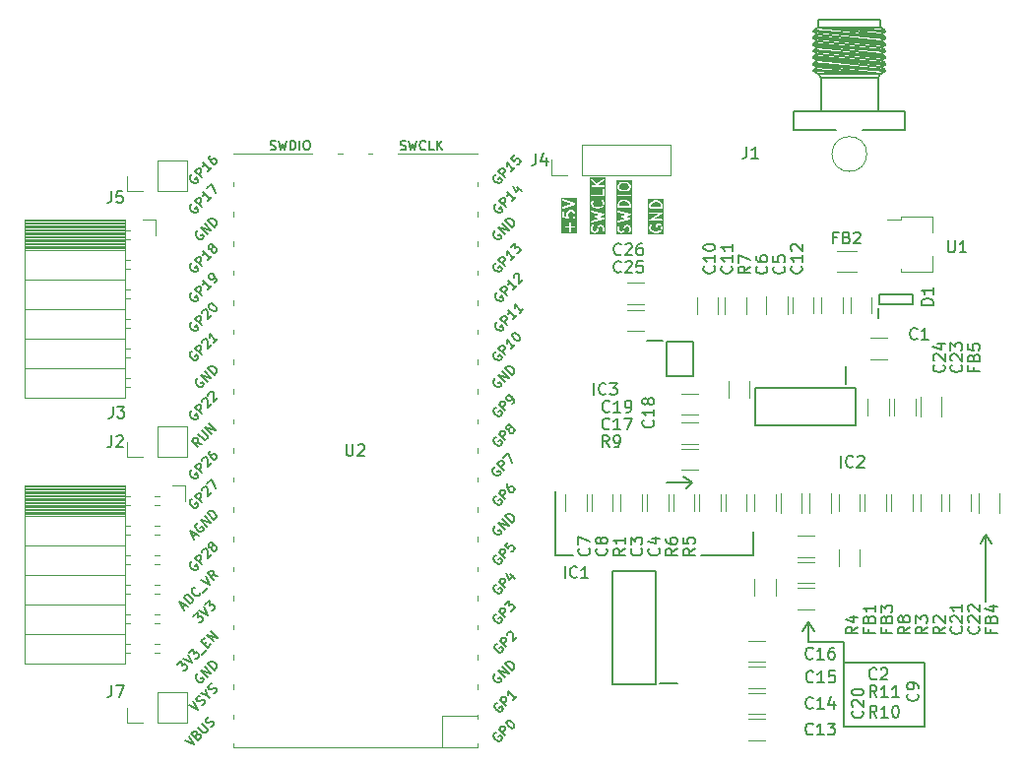
<source format=gbr>
%TF.GenerationSoftware,KiCad,Pcbnew,8.0.6*%
%TF.CreationDate,2024-10-28T10:58:12+07:00*%
%TF.ProjectId,PICO_ADC_Test,5049434f-5f41-4444-935f-546573742e6b,R0.1*%
%TF.SameCoordinates,PX72ade90PY75c75e0*%
%TF.FileFunction,Legend,Top*%
%TF.FilePolarity,Positive*%
%FSLAX46Y46*%
G04 Gerber Fmt 4.6, Leading zero omitted, Abs format (unit mm)*
G04 Created by KiCad (PCBNEW 8.0.6) date 2024-10-28 10:58:12*
%MOMM*%
%LPD*%
G01*
G04 APERTURE LIST*
%ADD10C,0.150000*%
%ADD11C,0.200000*%
%ADD12C,0.120000*%
G04 APERTURE END LIST*
D10*
X57500000Y23750000D02*
X56750000Y24250000D01*
X55250000Y23750000D02*
X57500000Y23750000D01*
X70500000Y8250000D02*
X77500000Y8250000D01*
X77500000Y2750000D01*
X70500000Y2750000D01*
X70500000Y8250000D01*
X82750000Y19250000D02*
X82250000Y18500000D01*
X70500000Y8250000D02*
X70500000Y9500000D01*
X68000000Y11000000D02*
X67500000Y11750000D01*
X82750000Y19250000D02*
X83250000Y18500000D01*
X70500000Y10000000D02*
X67500000Y10000000D01*
X67500000Y10000000D02*
X67500000Y11750000D01*
X57500000Y23750000D02*
X57000000Y23250000D01*
X62750000Y17500000D02*
X62750000Y19500000D01*
X82750000Y13500000D02*
X82750000Y19250000D01*
X70500000Y9500000D02*
X70500000Y10000000D01*
X58250000Y17500000D02*
X62750000Y17500000D01*
X45750000Y17500000D02*
X45750000Y23000000D01*
X67500000Y11750000D02*
X68000000Y11000000D01*
X67500000Y11750000D02*
X67000000Y11000000D01*
X47250000Y17500000D02*
X45750000Y17500000D01*
G36*
X51855547Y47885063D02*
G01*
X51932534Y47846569D01*
X52006648Y47772456D01*
X52044819Y47657943D01*
X52044819Y47507018D01*
X51194819Y47507018D01*
X51194819Y47657943D01*
X51232990Y47772457D01*
X51307103Y47846569D01*
X51384090Y47885063D01*
X51557624Y47928446D01*
X51682013Y47928446D01*
X51855547Y47885063D01*
G37*
G36*
X51938617Y49411914D02*
G01*
X52010561Y49339971D01*
X52044819Y49271455D01*
X52044819Y49116389D01*
X52010561Y49047874D01*
X51938617Y48975931D01*
X51777251Y48935589D01*
X51462386Y48935589D01*
X51301019Y48975931D01*
X51229077Y49047873D01*
X51194819Y49116389D01*
X51194819Y49271455D01*
X51229077Y49339971D01*
X51301019Y49411914D01*
X51462386Y49452255D01*
X51777251Y49452255D01*
X51938617Y49411914D01*
G37*
G36*
X52305930Y45103050D02*
G01*
X50933708Y45103050D01*
X50933708Y45717732D01*
X51044819Y45717732D01*
X51044819Y45479637D01*
X51046260Y45465005D01*
X51047291Y45462516D01*
X51047482Y45459828D01*
X51052737Y45446096D01*
X51100356Y45350858D01*
X51104320Y45344559D01*
X51105078Y45342731D01*
X51106766Y45340675D01*
X51108188Y45338415D01*
X51109686Y45337116D01*
X51114405Y45331366D01*
X51162024Y45283747D01*
X51167773Y45279029D01*
X51169073Y45277530D01*
X51171332Y45276109D01*
X51173389Y45274420D01*
X51175216Y45273663D01*
X51181516Y45269698D01*
X51276754Y45222079D01*
X51290485Y45216824D01*
X51293174Y45216633D01*
X51295663Y45215602D01*
X51310295Y45214161D01*
X51405533Y45214161D01*
X51420165Y45215602D01*
X51422654Y45216634D01*
X51425342Y45216824D01*
X51439074Y45222079D01*
X51534312Y45269698D01*
X51540611Y45273663D01*
X51542439Y45274420D01*
X51544495Y45276109D01*
X51546755Y45277530D01*
X51548054Y45279029D01*
X51553804Y45283747D01*
X51601423Y45331366D01*
X51606141Y45337116D01*
X51607640Y45338415D01*
X51609061Y45340675D01*
X51610750Y45342731D01*
X51611507Y45344559D01*
X51615472Y45350858D01*
X51663091Y45446096D01*
X51663500Y45447166D01*
X51663823Y45447601D01*
X51666015Y45453738D01*
X51668346Y45459827D01*
X51668384Y45460368D01*
X51668770Y45461447D01*
X51714392Y45643937D01*
X51752886Y45720924D01*
X51783293Y45751331D01*
X51851809Y45785589D01*
X51911637Y45785589D01*
X51980153Y45751331D01*
X52010561Y45720924D01*
X52044819Y45652408D01*
X52044819Y45444188D01*
X52001049Y45312878D01*
X51997789Y45298541D01*
X51999864Y45269351D01*
X52012950Y45243178D01*
X52035057Y45224004D01*
X52062820Y45214750D01*
X52092010Y45216825D01*
X52118183Y45229911D01*
X52137357Y45252018D01*
X52143351Y45265444D01*
X52190970Y45408300D01*
X52192619Y45415556D01*
X52193378Y45417386D01*
X52193639Y45420040D01*
X52194230Y45422637D01*
X52194089Y45424612D01*
X52194819Y45432018D01*
X52194819Y45670113D01*
X52193378Y45684745D01*
X52192347Y45687234D01*
X52192156Y45689923D01*
X52186901Y45703654D01*
X52139282Y45798892D01*
X52135317Y45805192D01*
X52134560Y45807019D01*
X52132872Y45809076D01*
X52131450Y45811335D01*
X52129950Y45812636D01*
X52125232Y45818385D01*
X52077612Y45866004D01*
X52071863Y45870722D01*
X52070564Y45872220D01*
X52068305Y45873642D01*
X52066247Y45875331D01*
X52064417Y45876089D01*
X52058121Y45880052D01*
X51962883Y45927671D01*
X51949151Y45932926D01*
X51946463Y45933117D01*
X51943974Y45934148D01*
X51929342Y45935589D01*
X51834104Y45935589D01*
X51819472Y45934148D01*
X51816983Y45933118D01*
X51814294Y45932926D01*
X51800563Y45927671D01*
X51705325Y45880052D01*
X51699025Y45876088D01*
X51697198Y45875330D01*
X51695141Y45873642D01*
X51692882Y45872220D01*
X51691582Y45870722D01*
X51685833Y45866003D01*
X51638214Y45818384D01*
X51633495Y45812635D01*
X51631997Y45811335D01*
X51630575Y45809076D01*
X51628887Y45807019D01*
X51628129Y45805192D01*
X51624165Y45798892D01*
X51576546Y45703654D01*
X51576136Y45702585D01*
X51575814Y45702149D01*
X51573618Y45696004D01*
X51571291Y45689922D01*
X51571252Y45689383D01*
X51570867Y45688303D01*
X51525244Y45505813D01*
X51486751Y45428826D01*
X51456344Y45398419D01*
X51387828Y45364161D01*
X51328000Y45364161D01*
X51259484Y45398419D01*
X51229077Y45428826D01*
X51194819Y45497342D01*
X51194819Y45705562D01*
X51238589Y45836871D01*
X51241849Y45851208D01*
X51239774Y45880398D01*
X51226688Y45906572D01*
X51204580Y45925746D01*
X51176818Y45935000D01*
X51147628Y45932925D01*
X51121455Y45919838D01*
X51102281Y45897731D01*
X51096287Y45884306D01*
X51048668Y45741449D01*
X51047018Y45734196D01*
X51046260Y45732364D01*
X51045998Y45729710D01*
X51045408Y45727112D01*
X51045548Y45725138D01*
X51044819Y45717732D01*
X50933708Y45717732D01*
X50933708Y47053869D01*
X51044871Y47053869D01*
X51049504Y47024974D01*
X51064840Y47000052D01*
X51088547Y46982895D01*
X51102447Y46978105D01*
X51813303Y46808854D01*
X51386208Y46694962D01*
X51382780Y46693677D01*
X51381340Y46693485D01*
X51379629Y46692495D01*
X51372442Y46689799D01*
X51364582Y46683784D01*
X51356015Y46678823D01*
X51353061Y46674966D01*
X51349204Y46672012D01*
X51344243Y46663445D01*
X51338228Y46655585D01*
X51336976Y46650893D01*
X51334542Y46646687D01*
X51333237Y46636872D01*
X51330688Y46627309D01*
X51331327Y46622494D01*
X51330688Y46617679D01*
X51333237Y46608117D01*
X51334542Y46598301D01*
X51336976Y46594096D01*
X51338228Y46589403D01*
X51344243Y46581544D01*
X51349204Y46572976D01*
X51353061Y46570023D01*
X51356015Y46566165D01*
X51364582Y46561205D01*
X51372442Y46555189D01*
X51379629Y46552494D01*
X51381340Y46551503D01*
X51382780Y46551312D01*
X51386208Y46550026D01*
X51813303Y46436135D01*
X51102447Y46266883D01*
X51088547Y46262093D01*
X51064840Y46244936D01*
X51049504Y46220014D01*
X51044871Y46191119D01*
X51051649Y46162651D01*
X51068806Y46138944D01*
X51093728Y46123608D01*
X51122623Y46118975D01*
X51137191Y46120963D01*
X52137191Y46359058D01*
X52142209Y46360788D01*
X52144013Y46361027D01*
X52145642Y46361971D01*
X52151091Y46363848D01*
X52159914Y46370234D01*
X52169337Y46375689D01*
X52171677Y46378747D01*
X52174798Y46381005D01*
X52180503Y46390277D01*
X52187125Y46398927D01*
X52188118Y46402651D01*
X52190134Y46405927D01*
X52191856Y46416671D01*
X52194665Y46427202D01*
X52194157Y46431021D01*
X52194767Y46434822D01*
X52192244Y46445418D01*
X52190810Y46456211D01*
X52188881Y46459543D01*
X52187989Y46463290D01*
X52181602Y46472115D01*
X52176148Y46481536D01*
X52173090Y46483877D01*
X52170832Y46486997D01*
X52161559Y46492703D01*
X52152911Y46499323D01*
X52147509Y46501349D01*
X52145910Y46502333D01*
X52144119Y46502621D01*
X52139144Y46504486D01*
X51696613Y46622494D01*
X52139144Y46740502D01*
X52144119Y46742368D01*
X52145910Y46742655D01*
X52147509Y46743640D01*
X52152911Y46745665D01*
X52161559Y46752286D01*
X52170832Y46757991D01*
X52173090Y46761112D01*
X52176148Y46763452D01*
X52181602Y46772874D01*
X52187989Y46781698D01*
X52188881Y46785446D01*
X52190810Y46788777D01*
X52192244Y46799571D01*
X52194767Y46810166D01*
X52194157Y46813968D01*
X52194665Y46817786D01*
X52191856Y46828318D01*
X52190134Y46839061D01*
X52188118Y46842338D01*
X52187125Y46846061D01*
X52180503Y46854712D01*
X52174798Y46863983D01*
X52171677Y46866242D01*
X52169337Y46869299D01*
X52159914Y46874755D01*
X52151091Y46881140D01*
X52145642Y46883018D01*
X52144013Y46883961D01*
X52142209Y46884201D01*
X52137191Y46885930D01*
X51137191Y47124025D01*
X51122623Y47126013D01*
X51093728Y47121380D01*
X51068806Y47106044D01*
X51051649Y47082337D01*
X51044871Y47053869D01*
X50933708Y47053869D01*
X50933708Y47670113D01*
X51044819Y47670113D01*
X51044819Y47432018D01*
X51046260Y47417386D01*
X51057459Y47390350D01*
X51078151Y47369658D01*
X51105187Y47358459D01*
X51119819Y47357018D01*
X52119819Y47357018D01*
X52134451Y47358459D01*
X52161487Y47369658D01*
X52182179Y47390350D01*
X52193378Y47417386D01*
X52194819Y47432018D01*
X52194819Y47670113D01*
X52194089Y47677520D01*
X52194230Y47679494D01*
X52193639Y47682092D01*
X52193378Y47684745D01*
X52192619Y47686576D01*
X52190970Y47693831D01*
X52143351Y47836687D01*
X52137357Y47850113D01*
X52135592Y47852148D01*
X52134561Y47854638D01*
X52125233Y47866003D01*
X52029994Y47961241D01*
X52024244Y47965960D01*
X52022945Y47967458D01*
X52020686Y47968880D01*
X52018628Y47970569D01*
X52016798Y47971327D01*
X52010502Y47975290D01*
X51915264Y48022909D01*
X51914194Y48023319D01*
X51913759Y48023641D01*
X51907613Y48025837D01*
X51901532Y48028164D01*
X51900992Y48028203D01*
X51899913Y48028588D01*
X51709437Y48076207D01*
X51706900Y48076583D01*
X51705879Y48077005D01*
X51700366Y48077548D01*
X51694893Y48078357D01*
X51693800Y48078195D01*
X51691247Y48078446D01*
X51548390Y48078446D01*
X51545836Y48078195D01*
X51544744Y48078357D01*
X51539270Y48077548D01*
X51533758Y48077005D01*
X51532736Y48076583D01*
X51530200Y48076207D01*
X51339724Y48028588D01*
X51338644Y48028203D01*
X51338104Y48028164D01*
X51332014Y48025834D01*
X51325878Y48023641D01*
X51325442Y48023319D01*
X51324373Y48022909D01*
X51229135Y47975290D01*
X51222840Y47971328D01*
X51221008Y47970569D01*
X51218946Y47968878D01*
X51216692Y47967458D01*
X51215393Y47965962D01*
X51209643Y47961241D01*
X51114405Y47866003D01*
X51105078Y47854638D01*
X51104046Y47852148D01*
X51102281Y47850112D01*
X51096287Y47836687D01*
X51048668Y47693830D01*
X51047018Y47686577D01*
X51046260Y47684745D01*
X51045998Y47682091D01*
X51045408Y47679493D01*
X51045548Y47677519D01*
X51044819Y47670113D01*
X50933708Y47670113D01*
X50933708Y48446650D01*
X51046260Y48446650D01*
X51046260Y48417386D01*
X51057459Y48390350D01*
X51078151Y48369658D01*
X51105187Y48358459D01*
X51119819Y48357018D01*
X52119819Y48357018D01*
X52134451Y48358459D01*
X52161487Y48369658D01*
X52182179Y48390350D01*
X52193378Y48417386D01*
X52193378Y48446650D01*
X52182179Y48473686D01*
X52161487Y48494378D01*
X52134451Y48505577D01*
X52119819Y48507018D01*
X51119819Y48507018D01*
X51105187Y48505577D01*
X51078151Y48494378D01*
X51057459Y48473686D01*
X51046260Y48446650D01*
X50933708Y48446650D01*
X50933708Y49289160D01*
X51044819Y49289160D01*
X51044819Y49098684D01*
X51046260Y49084052D01*
X51047291Y49081563D01*
X51047482Y49078875D01*
X51052737Y49065143D01*
X51100356Y48969905D01*
X51104320Y48963606D01*
X51105078Y48961778D01*
X51106766Y48959722D01*
X51108188Y48957462D01*
X51109686Y48956163D01*
X51114405Y48950413D01*
X51209643Y48855175D01*
X51221008Y48845847D01*
X51226161Y48843713D01*
X51230640Y48840394D01*
X51244486Y48835447D01*
X51434962Y48787828D01*
X51437498Y48787453D01*
X51438520Y48787030D01*
X51444032Y48786488D01*
X51449506Y48785678D01*
X51450598Y48785841D01*
X51453152Y48785589D01*
X51786485Y48785589D01*
X51789038Y48785841D01*
X51790131Y48785678D01*
X51795604Y48786488D01*
X51801117Y48787030D01*
X51802138Y48787453D01*
X51804675Y48787828D01*
X51995151Y48835447D01*
X52008997Y48840394D01*
X52013476Y48843714D01*
X52018628Y48845847D01*
X52029994Y48855175D01*
X52125233Y48950413D01*
X52129953Y48956164D01*
X52131450Y48957462D01*
X52132869Y48959717D01*
X52134561Y48961778D01*
X52135319Y48963611D01*
X52139282Y48969905D01*
X52186901Y49065143D01*
X52192156Y49078874D01*
X52192347Y49081564D01*
X52193378Y49084052D01*
X52194819Y49098684D01*
X52194819Y49289160D01*
X52193378Y49303792D01*
X52192347Y49306281D01*
X52192156Y49308970D01*
X52186901Y49322701D01*
X52139282Y49417939D01*
X52135319Y49424234D01*
X52134561Y49426066D01*
X52132869Y49428128D01*
X52131450Y49430382D01*
X52129953Y49431681D01*
X52125233Y49437431D01*
X52029994Y49532669D01*
X52018628Y49541997D01*
X52013476Y49544131D01*
X52008997Y49547450D01*
X51995151Y49552397D01*
X51804675Y49600016D01*
X51802138Y49600392D01*
X51801117Y49600814D01*
X51795604Y49601357D01*
X51790131Y49602166D01*
X51789038Y49602004D01*
X51786485Y49602255D01*
X51453152Y49602255D01*
X51450598Y49602004D01*
X51449506Y49602166D01*
X51444032Y49601357D01*
X51438520Y49600814D01*
X51437498Y49600392D01*
X51434962Y49600016D01*
X51244486Y49552397D01*
X51230640Y49547450D01*
X51226161Y49544132D01*
X51221008Y49541997D01*
X51209643Y49532669D01*
X51114405Y49437431D01*
X51109686Y49431682D01*
X51108188Y49430382D01*
X51106766Y49428123D01*
X51105078Y49426066D01*
X51104320Y49424239D01*
X51100356Y49417939D01*
X51052737Y49322701D01*
X51047482Y49308969D01*
X51047291Y49306282D01*
X51046260Y49303792D01*
X51044819Y49289160D01*
X50933708Y49289160D01*
X50933708Y49713366D01*
X52305930Y49713366D01*
X52305930Y45103050D01*
G37*
G36*
X47555930Y45152110D02*
G01*
X46183708Y45152110D01*
X46183708Y45732364D01*
X46534355Y45732364D01*
X46534355Y45703100D01*
X46545554Y45676064D01*
X46566246Y45655372D01*
X46593282Y45644173D01*
X46607914Y45642732D01*
X46913866Y45642732D01*
X46913866Y45336780D01*
X46915307Y45322148D01*
X46926506Y45295112D01*
X46947198Y45274420D01*
X46974234Y45263221D01*
X47003498Y45263221D01*
X47030534Y45274420D01*
X47051226Y45295112D01*
X47062425Y45322148D01*
X47063866Y45336780D01*
X47063866Y45642732D01*
X47369819Y45642732D01*
X47384451Y45644173D01*
X47411487Y45655372D01*
X47432179Y45676064D01*
X47443378Y45703100D01*
X47443378Y45732364D01*
X47432179Y45759400D01*
X47411487Y45780092D01*
X47384451Y45791291D01*
X47369819Y45792732D01*
X47063866Y45792732D01*
X47063866Y46098684D01*
X47062425Y46113316D01*
X47051226Y46140352D01*
X47030534Y46161044D01*
X47003498Y46172243D01*
X46974234Y46172243D01*
X46947198Y46161044D01*
X46926506Y46140352D01*
X46915307Y46113316D01*
X46913866Y46098684D01*
X46913866Y45792732D01*
X46607914Y45792732D01*
X46593282Y45791291D01*
X46566246Y45780092D01*
X46545554Y45759400D01*
X46534355Y45732364D01*
X46183708Y45732364D01*
X46183708Y47051065D01*
X46294819Y47051065D01*
X46294819Y46574875D01*
X46295351Y46569464D01*
X46295169Y46567635D01*
X46295707Y46565849D01*
X46296260Y46560243D01*
X46300454Y46550117D01*
X46303622Y46539619D01*
X46306013Y46536696D01*
X46307459Y46533207D01*
X46315212Y46525454D01*
X46322153Y46516971D01*
X46325479Y46515187D01*
X46328151Y46512515D01*
X46338280Y46508320D01*
X46347940Y46503137D01*
X46353464Y46502030D01*
X46355187Y46501316D01*
X46357024Y46501316D01*
X46362356Y46500247D01*
X46838546Y46452628D01*
X46853249Y46452606D01*
X46856865Y46453697D01*
X46860640Y46453697D01*
X46870764Y46457891D01*
X46881265Y46461059D01*
X46884189Y46463452D01*
X46887676Y46464896D01*
X46895424Y46472645D01*
X46903913Y46479590D01*
X46905698Y46482919D01*
X46908369Y46485589D01*
X46912562Y46495714D01*
X46917747Y46505377D01*
X46918122Y46509137D01*
X46919568Y46512625D01*
X46919568Y46523587D01*
X46920659Y46534496D01*
X46919568Y46538112D01*
X46919568Y46541888D01*
X46915373Y46552015D01*
X46912206Y46562512D01*
X46909814Y46565436D01*
X46908369Y46568924D01*
X46899042Y46580289D01*
X46860029Y46619302D01*
X46825771Y46687818D01*
X46825771Y46890503D01*
X46860029Y46959019D01*
X46890436Y46989426D01*
X46958952Y47023684D01*
X47161637Y47023684D01*
X47230153Y46989426D01*
X47260561Y46959019D01*
X47294819Y46890503D01*
X47294819Y46687818D01*
X47260561Y46619303D01*
X47221548Y46580290D01*
X47212220Y46568924D01*
X47201021Y46541888D01*
X47201021Y46512625D01*
X47212219Y46485589D01*
X47232912Y46464896D01*
X47259948Y46453697D01*
X47289211Y46453697D01*
X47316247Y46464895D01*
X47327612Y46474222D01*
X47375232Y46521841D01*
X47379950Y46527591D01*
X47381450Y46528891D01*
X47382872Y46531151D01*
X47384560Y46533207D01*
X47385317Y46535035D01*
X47389282Y46541334D01*
X47436901Y46636572D01*
X47442156Y46650303D01*
X47442347Y46652993D01*
X47443378Y46655481D01*
X47444819Y46670113D01*
X47444819Y46908208D01*
X47443378Y46922840D01*
X47442347Y46925329D01*
X47442156Y46928018D01*
X47436901Y46941749D01*
X47389282Y47036987D01*
X47385317Y47043287D01*
X47384560Y47045114D01*
X47382872Y47047171D01*
X47381450Y47049430D01*
X47379950Y47050731D01*
X47375232Y47056480D01*
X47327612Y47104099D01*
X47321863Y47108817D01*
X47320564Y47110315D01*
X47318305Y47111737D01*
X47316247Y47113426D01*
X47314417Y47114184D01*
X47308121Y47118147D01*
X47212883Y47165766D01*
X47199151Y47171021D01*
X47196463Y47171212D01*
X47193974Y47172243D01*
X47179342Y47173684D01*
X46941247Y47173684D01*
X46926615Y47172243D01*
X46924126Y47171213D01*
X46921437Y47171021D01*
X46907706Y47165766D01*
X46812468Y47118147D01*
X46806168Y47114183D01*
X46804341Y47113425D01*
X46802284Y47111737D01*
X46800025Y47110315D01*
X46798725Y47108817D01*
X46792976Y47104098D01*
X46745357Y47056479D01*
X46740638Y47050730D01*
X46739140Y47049430D01*
X46737718Y47047171D01*
X46736030Y47045114D01*
X46735272Y47043287D01*
X46731308Y47036987D01*
X46683689Y46941749D01*
X46678434Y46928017D01*
X46678243Y46925330D01*
X46677212Y46922840D01*
X46675771Y46908208D01*
X46675771Y46670113D01*
X46677212Y46655481D01*
X46678243Y46652992D01*
X46678434Y46650304D01*
X46683689Y46636572D01*
X46693009Y46617931D01*
X46444819Y46642750D01*
X46444819Y47051065D01*
X46443378Y47065697D01*
X46432179Y47092733D01*
X46411487Y47113425D01*
X46384451Y47124624D01*
X46355187Y47124624D01*
X46328151Y47113425D01*
X46307459Y47092733D01*
X46296260Y47065697D01*
X46294819Y47051065D01*
X46183708Y47051065D01*
X46183708Y48060445D01*
X46295408Y48060445D01*
X46297483Y48031255D01*
X46310569Y48005082D01*
X46332676Y47985908D01*
X46346102Y47979914D01*
X47132648Y47717732D01*
X46346102Y47455550D01*
X46332676Y47449556D01*
X46310569Y47430382D01*
X46297483Y47404209D01*
X46295408Y47375019D01*
X46304662Y47347256D01*
X46323836Y47325149D01*
X46350009Y47312063D01*
X46379199Y47309988D01*
X46393536Y47313248D01*
X47393536Y47646581D01*
X47406961Y47652575D01*
X47411008Y47656086D01*
X47415802Y47658482D01*
X47421966Y47665590D01*
X47429068Y47671749D01*
X47431463Y47676541D01*
X47434976Y47680590D01*
X47437950Y47689513D01*
X47442155Y47697922D01*
X47442534Y47703267D01*
X47444230Y47708352D01*
X47443563Y47717732D01*
X47444230Y47727112D01*
X47442534Y47732198D01*
X47442155Y47737542D01*
X47437950Y47745952D01*
X47434976Y47754874D01*
X47431463Y47758924D01*
X47429068Y47763715D01*
X47421966Y47769875D01*
X47415802Y47776982D01*
X47411008Y47779379D01*
X47406961Y47782889D01*
X47393536Y47788883D01*
X46393536Y48122216D01*
X46379199Y48125476D01*
X46350009Y48123401D01*
X46323836Y48110315D01*
X46304662Y48088208D01*
X46295408Y48060445D01*
X46183708Y48060445D01*
X46183708Y48236587D01*
X47555930Y48236587D01*
X47555930Y45152110D01*
G37*
G36*
X50055930Y45103050D02*
G01*
X48683708Y45103050D01*
X48683708Y45717732D01*
X48794819Y45717732D01*
X48794819Y45479637D01*
X48796260Y45465005D01*
X48797291Y45462516D01*
X48797482Y45459828D01*
X48802737Y45446096D01*
X48850356Y45350858D01*
X48854320Y45344559D01*
X48855078Y45342731D01*
X48856766Y45340675D01*
X48858188Y45338415D01*
X48859686Y45337116D01*
X48864405Y45331366D01*
X48912024Y45283747D01*
X48917773Y45279029D01*
X48919073Y45277530D01*
X48921332Y45276109D01*
X48923389Y45274420D01*
X48925216Y45273663D01*
X48931516Y45269698D01*
X49026754Y45222079D01*
X49040485Y45216824D01*
X49043174Y45216633D01*
X49045663Y45215602D01*
X49060295Y45214161D01*
X49155533Y45214161D01*
X49170165Y45215602D01*
X49172654Y45216634D01*
X49175342Y45216824D01*
X49189074Y45222079D01*
X49284312Y45269698D01*
X49290611Y45273663D01*
X49292439Y45274420D01*
X49294495Y45276109D01*
X49296755Y45277530D01*
X49298054Y45279029D01*
X49303804Y45283747D01*
X49351423Y45331366D01*
X49356141Y45337116D01*
X49357640Y45338415D01*
X49359061Y45340675D01*
X49360750Y45342731D01*
X49361507Y45344559D01*
X49365472Y45350858D01*
X49413091Y45446096D01*
X49413500Y45447166D01*
X49413823Y45447601D01*
X49416015Y45453738D01*
X49418346Y45459827D01*
X49418384Y45460368D01*
X49418770Y45461447D01*
X49464392Y45643937D01*
X49502886Y45720924D01*
X49533293Y45751331D01*
X49601809Y45785589D01*
X49661637Y45785589D01*
X49730153Y45751331D01*
X49760561Y45720924D01*
X49794819Y45652408D01*
X49794819Y45444188D01*
X49751049Y45312878D01*
X49747789Y45298541D01*
X49749864Y45269351D01*
X49762950Y45243178D01*
X49785057Y45224004D01*
X49812820Y45214750D01*
X49842010Y45216825D01*
X49868183Y45229911D01*
X49887357Y45252018D01*
X49893351Y45265444D01*
X49940970Y45408300D01*
X49942619Y45415556D01*
X49943378Y45417386D01*
X49943639Y45420040D01*
X49944230Y45422637D01*
X49944089Y45424612D01*
X49944819Y45432018D01*
X49944819Y45670113D01*
X49943378Y45684745D01*
X49942347Y45687234D01*
X49942156Y45689923D01*
X49936901Y45703654D01*
X49889282Y45798892D01*
X49885317Y45805192D01*
X49884560Y45807019D01*
X49882872Y45809076D01*
X49881450Y45811335D01*
X49879950Y45812636D01*
X49875232Y45818385D01*
X49827612Y45866004D01*
X49821863Y45870722D01*
X49820564Y45872220D01*
X49818305Y45873642D01*
X49816247Y45875331D01*
X49814417Y45876089D01*
X49808121Y45880052D01*
X49712883Y45927671D01*
X49699151Y45932926D01*
X49696463Y45933117D01*
X49693974Y45934148D01*
X49679342Y45935589D01*
X49584104Y45935589D01*
X49569472Y45934148D01*
X49566983Y45933118D01*
X49564294Y45932926D01*
X49550563Y45927671D01*
X49455325Y45880052D01*
X49449025Y45876088D01*
X49447198Y45875330D01*
X49445141Y45873642D01*
X49442882Y45872220D01*
X49441582Y45870722D01*
X49435833Y45866003D01*
X49388214Y45818384D01*
X49383495Y45812635D01*
X49381997Y45811335D01*
X49380575Y45809076D01*
X49378887Y45807019D01*
X49378129Y45805192D01*
X49374165Y45798892D01*
X49326546Y45703654D01*
X49326136Y45702585D01*
X49325814Y45702149D01*
X49323618Y45696004D01*
X49321291Y45689922D01*
X49321252Y45689383D01*
X49320867Y45688303D01*
X49275244Y45505813D01*
X49236751Y45428826D01*
X49206344Y45398419D01*
X49137828Y45364161D01*
X49078000Y45364161D01*
X49009484Y45398419D01*
X48979077Y45428826D01*
X48944819Y45497342D01*
X48944819Y45705562D01*
X48988589Y45836871D01*
X48991849Y45851208D01*
X48989774Y45880398D01*
X48976688Y45906572D01*
X48954580Y45925746D01*
X48926818Y45935000D01*
X48897628Y45932925D01*
X48871455Y45919838D01*
X48852281Y45897731D01*
X48846287Y45884306D01*
X48798668Y45741449D01*
X48797018Y45734196D01*
X48796260Y45732364D01*
X48795998Y45729710D01*
X48795408Y45727112D01*
X48795548Y45725138D01*
X48794819Y45717732D01*
X48683708Y45717732D01*
X48683708Y47053869D01*
X48794871Y47053869D01*
X48799504Y47024974D01*
X48814840Y47000052D01*
X48838547Y46982895D01*
X48852447Y46978105D01*
X49563303Y46808854D01*
X49136208Y46694962D01*
X49132780Y46693677D01*
X49131340Y46693485D01*
X49129629Y46692495D01*
X49122442Y46689799D01*
X49114582Y46683784D01*
X49106015Y46678823D01*
X49103061Y46674966D01*
X49099204Y46672012D01*
X49094243Y46663445D01*
X49088228Y46655585D01*
X49086976Y46650893D01*
X49084542Y46646687D01*
X49083237Y46636872D01*
X49080688Y46627309D01*
X49081327Y46622494D01*
X49080688Y46617679D01*
X49083237Y46608117D01*
X49084542Y46598301D01*
X49086976Y46594096D01*
X49088228Y46589403D01*
X49094243Y46581544D01*
X49099204Y46572976D01*
X49103061Y46570023D01*
X49106015Y46566165D01*
X49114582Y46561205D01*
X49122442Y46555189D01*
X49129629Y46552494D01*
X49131340Y46551503D01*
X49132780Y46551312D01*
X49136208Y46550026D01*
X49563303Y46436135D01*
X48852447Y46266883D01*
X48838547Y46262093D01*
X48814840Y46244936D01*
X48799504Y46220014D01*
X48794871Y46191119D01*
X48801649Y46162651D01*
X48818806Y46138944D01*
X48843728Y46123608D01*
X48872623Y46118975D01*
X48887191Y46120963D01*
X49887191Y46359058D01*
X49892209Y46360788D01*
X49894013Y46361027D01*
X49895642Y46361971D01*
X49901091Y46363848D01*
X49909914Y46370234D01*
X49919337Y46375689D01*
X49921677Y46378747D01*
X49924798Y46381005D01*
X49930503Y46390277D01*
X49937125Y46398927D01*
X49938118Y46402651D01*
X49940134Y46405927D01*
X49941856Y46416671D01*
X49944665Y46427202D01*
X49944157Y46431021D01*
X49944767Y46434822D01*
X49942244Y46445418D01*
X49940810Y46456211D01*
X49938881Y46459543D01*
X49937989Y46463290D01*
X49931602Y46472115D01*
X49926148Y46481536D01*
X49923090Y46483877D01*
X49920832Y46486997D01*
X49911559Y46492703D01*
X49902911Y46499323D01*
X49897509Y46501349D01*
X49895910Y46502333D01*
X49894119Y46502621D01*
X49889144Y46504486D01*
X49446613Y46622494D01*
X49889144Y46740502D01*
X49894119Y46742368D01*
X49895910Y46742655D01*
X49897509Y46743640D01*
X49902911Y46745665D01*
X49911559Y46752286D01*
X49920832Y46757991D01*
X49923090Y46761112D01*
X49926148Y46763452D01*
X49931602Y46772874D01*
X49937989Y46781698D01*
X49938881Y46785446D01*
X49940810Y46788777D01*
X49942244Y46799571D01*
X49944767Y46810166D01*
X49944157Y46813968D01*
X49944665Y46817786D01*
X49941856Y46828318D01*
X49940134Y46839061D01*
X49938118Y46842338D01*
X49937125Y46846061D01*
X49930503Y46854712D01*
X49924798Y46863983D01*
X49921677Y46866242D01*
X49919337Y46869299D01*
X49909914Y46874755D01*
X49901091Y46881140D01*
X49895642Y46883018D01*
X49894013Y46883961D01*
X49892209Y46884201D01*
X49887191Y46885930D01*
X48887191Y47124025D01*
X48872623Y47126013D01*
X48843728Y47121380D01*
X48818806Y47106044D01*
X48801649Y47082337D01*
X48794871Y47053869D01*
X48683708Y47053869D01*
X48683708Y47812970D01*
X48794819Y47812970D01*
X48794819Y47717732D01*
X48795548Y47710327D01*
X48795408Y47708352D01*
X48795998Y47705755D01*
X48796260Y47703100D01*
X48797018Y47701269D01*
X48798668Y47694015D01*
X48846287Y47551158D01*
X48852281Y47537733D01*
X48854046Y47535698D01*
X48855078Y47533207D01*
X48864405Y47521842D01*
X48959643Y47426604D01*
X48965393Y47421884D01*
X48966692Y47420387D01*
X48968946Y47418968D01*
X48971008Y47417276D01*
X48972840Y47416518D01*
X48979135Y47412555D01*
X49074373Y47364936D01*
X49075442Y47364527D01*
X49075878Y47364204D01*
X49082014Y47362012D01*
X49088104Y47359681D01*
X49088644Y47359643D01*
X49089724Y47359257D01*
X49280200Y47311638D01*
X49282736Y47311263D01*
X49283758Y47310840D01*
X49289270Y47310298D01*
X49294744Y47309488D01*
X49295836Y47309651D01*
X49298390Y47309399D01*
X49441247Y47309399D01*
X49443800Y47309651D01*
X49444893Y47309488D01*
X49450366Y47310298D01*
X49455879Y47310840D01*
X49456900Y47311263D01*
X49459437Y47311638D01*
X49649913Y47359257D01*
X49650992Y47359643D01*
X49651532Y47359681D01*
X49657613Y47362009D01*
X49663759Y47364204D01*
X49664194Y47364527D01*
X49665264Y47364936D01*
X49760502Y47412555D01*
X49766798Y47416519D01*
X49768628Y47417276D01*
X49770686Y47418966D01*
X49772945Y47420387D01*
X49774244Y47421886D01*
X49779994Y47426604D01*
X49875233Y47521842D01*
X49884561Y47533207D01*
X49885592Y47535698D01*
X49887357Y47537732D01*
X49893351Y47551158D01*
X49940970Y47694014D01*
X49942619Y47701270D01*
X49943378Y47703100D01*
X49943639Y47705754D01*
X49944230Y47708351D01*
X49944089Y47710326D01*
X49944819Y47717732D01*
X49944819Y47812970D01*
X49944089Y47820377D01*
X49944230Y47822351D01*
X49943639Y47824949D01*
X49943378Y47827602D01*
X49942619Y47829433D01*
X49940970Y47836688D01*
X49893351Y47979544D01*
X49887357Y47992970D01*
X49885590Y47995007D01*
X49884560Y47997495D01*
X49875232Y48008861D01*
X49827612Y48056480D01*
X49816247Y48065807D01*
X49789211Y48077005D01*
X49759948Y48077005D01*
X49732912Y48065806D01*
X49712219Y48045113D01*
X49701021Y48018077D01*
X49701021Y47988814D01*
X49712220Y47961778D01*
X49721548Y47950412D01*
X49756648Y47915313D01*
X49794819Y47800800D01*
X49794819Y47729902D01*
X49756648Y47615390D01*
X49682534Y47541277D01*
X49605547Y47502783D01*
X49432013Y47459399D01*
X49307624Y47459399D01*
X49134090Y47502783D01*
X49057103Y47541276D01*
X48982990Y47615389D01*
X48944819Y47729903D01*
X48944819Y47800800D01*
X48982990Y47915314D01*
X49018090Y47950413D01*
X49027417Y47961778D01*
X49038616Y47988814D01*
X49038616Y48018077D01*
X49027417Y48045113D01*
X49006724Y48065806D01*
X48979688Y48077005D01*
X48950425Y48077005D01*
X48923389Y48065806D01*
X48912024Y48056479D01*
X48864405Y48008860D01*
X48855078Y47997495D01*
X48854046Y47995005D01*
X48852281Y47992969D01*
X48846287Y47979544D01*
X48798668Y47836687D01*
X48797018Y47829434D01*
X48796260Y47827602D01*
X48795998Y47824948D01*
X48795408Y47822350D01*
X48795548Y47820376D01*
X48794819Y47812970D01*
X48683708Y47812970D01*
X48683708Y48446650D01*
X48796260Y48446650D01*
X48796260Y48417386D01*
X48807459Y48390350D01*
X48828151Y48369658D01*
X48855187Y48358459D01*
X48869819Y48357018D01*
X49869819Y48357018D01*
X49884451Y48358459D01*
X49911487Y48369658D01*
X49932179Y48390350D01*
X49943378Y48417386D01*
X49944819Y48432018D01*
X49944819Y48908208D01*
X49943378Y48922840D01*
X49932179Y48949876D01*
X49911487Y48970568D01*
X49884451Y48981767D01*
X49855187Y48981767D01*
X49828151Y48970568D01*
X49807459Y48949876D01*
X49796260Y48922840D01*
X49794819Y48908208D01*
X49794819Y48507018D01*
X48869819Y48507018D01*
X48855187Y48505577D01*
X48828151Y48494378D01*
X48807459Y48473686D01*
X48796260Y48446650D01*
X48683708Y48446650D01*
X48683708Y49827601D01*
X48796260Y49827601D01*
X48796260Y49798339D01*
X48807459Y49771302D01*
X48816786Y49759937D01*
X49260181Y49316542D01*
X48869819Y49316542D01*
X48855187Y49315101D01*
X48828151Y49303902D01*
X48807459Y49283210D01*
X48796260Y49256174D01*
X48796260Y49226910D01*
X48807459Y49199874D01*
X48828151Y49179182D01*
X48855187Y49167983D01*
X48869819Y49166542D01*
X49869819Y49166542D01*
X49884451Y49167983D01*
X49911487Y49179182D01*
X49932179Y49199874D01*
X49943378Y49226910D01*
X49943378Y49256174D01*
X49932179Y49283210D01*
X49911487Y49303902D01*
X49884451Y49315101D01*
X49869819Y49316542D01*
X49472313Y49316542D01*
X49412570Y49376285D01*
X49914819Y49752970D01*
X49925660Y49762902D01*
X49940570Y49788083D01*
X49944708Y49817052D01*
X49937446Y49845400D01*
X49919887Y49868811D01*
X49894706Y49883720D01*
X49865738Y49887859D01*
X49837389Y49880597D01*
X49824819Y49872970D01*
X49305427Y49483428D01*
X48922852Y49866003D01*
X48911487Y49875330D01*
X48884450Y49886529D01*
X48855188Y49886529D01*
X48828151Y49875330D01*
X48807459Y49854638D01*
X48796260Y49827601D01*
X48683708Y49827601D01*
X48683708Y49998970D01*
X50055930Y49998970D01*
X50055930Y45103050D01*
G37*
G36*
X54605547Y47837444D02*
G01*
X54682534Y47798950D01*
X54756648Y47724837D01*
X54794819Y47610324D01*
X54794819Y47459399D01*
X53944819Y47459399D01*
X53944819Y47610324D01*
X53982990Y47724838D01*
X54057103Y47798950D01*
X54134090Y47837444D01*
X54307624Y47880827D01*
X54432013Y47880827D01*
X54605547Y47837444D01*
G37*
G36*
X55055930Y45103050D02*
G01*
X53683708Y45103050D01*
X53683708Y45765351D01*
X53794819Y45765351D01*
X53794819Y45622494D01*
X53795548Y45615089D01*
X53795408Y45613114D01*
X53795998Y45610517D01*
X53796260Y45607862D01*
X53797018Y45606031D01*
X53798668Y45598777D01*
X53846287Y45455920D01*
X53852281Y45442495D01*
X53854046Y45440460D01*
X53855078Y45437969D01*
X53864405Y45426604D01*
X53959643Y45331366D01*
X53965393Y45326646D01*
X53966692Y45325149D01*
X53968946Y45323730D01*
X53971008Y45322038D01*
X53972840Y45321280D01*
X53979135Y45317317D01*
X54074373Y45269698D01*
X54075442Y45269289D01*
X54075878Y45268966D01*
X54082014Y45266774D01*
X54088104Y45264443D01*
X54088644Y45264405D01*
X54089724Y45264019D01*
X54280200Y45216400D01*
X54282736Y45216025D01*
X54283758Y45215602D01*
X54289270Y45215060D01*
X54294744Y45214250D01*
X54295836Y45214413D01*
X54298390Y45214161D01*
X54441247Y45214161D01*
X54443800Y45214413D01*
X54444893Y45214250D01*
X54450366Y45215060D01*
X54455879Y45215602D01*
X54456900Y45216025D01*
X54459437Y45216400D01*
X54649913Y45264019D01*
X54650992Y45264405D01*
X54651532Y45264443D01*
X54657613Y45266771D01*
X54663759Y45268966D01*
X54664194Y45269289D01*
X54665264Y45269698D01*
X54760502Y45317317D01*
X54766798Y45321281D01*
X54768628Y45322038D01*
X54770686Y45323728D01*
X54772945Y45325149D01*
X54774244Y45326648D01*
X54779994Y45331366D01*
X54875233Y45426604D01*
X54884561Y45437969D01*
X54885592Y45440460D01*
X54887357Y45442494D01*
X54893351Y45455920D01*
X54940970Y45598776D01*
X54942619Y45606032D01*
X54943378Y45607862D01*
X54943639Y45610516D01*
X54944230Y45613113D01*
X54944089Y45615088D01*
X54944819Y45622494D01*
X54944819Y45717732D01*
X54944089Y45725139D01*
X54944230Y45727113D01*
X54943639Y45729711D01*
X54943378Y45732364D01*
X54942619Y45734195D01*
X54940970Y45741450D01*
X54893351Y45884306D01*
X54887357Y45897732D01*
X54885590Y45899769D01*
X54884560Y45902257D01*
X54875232Y45913623D01*
X54827612Y45961242D01*
X54816247Y45970569D01*
X54800410Y45977129D01*
X54789212Y45981767D01*
X54774580Y45983208D01*
X54441247Y45983208D01*
X54426615Y45981767D01*
X54399579Y45970568D01*
X54378887Y45949876D01*
X54367688Y45922840D01*
X54366247Y45908208D01*
X54366247Y45717732D01*
X54367688Y45703100D01*
X54378887Y45676064D01*
X54399579Y45655372D01*
X54426615Y45644173D01*
X54455879Y45644173D01*
X54482915Y45655372D01*
X54503607Y45676064D01*
X54514806Y45703100D01*
X54516247Y45717732D01*
X54516247Y45833208D01*
X54743514Y45833208D01*
X54756648Y45820075D01*
X54794819Y45705562D01*
X54794819Y45634664D01*
X54756648Y45520152D01*
X54682534Y45446039D01*
X54605547Y45407545D01*
X54432013Y45364161D01*
X54307624Y45364161D01*
X54134090Y45407545D01*
X54057103Y45446038D01*
X53982990Y45520151D01*
X53944819Y45634665D01*
X53944819Y45747646D01*
X53984520Y45827048D01*
X53989775Y45840779D01*
X53991849Y45869969D01*
X53982595Y45897731D01*
X53963422Y45919838D01*
X53937247Y45932926D01*
X53908057Y45935000D01*
X53880296Y45925746D01*
X53858188Y45906573D01*
X53850356Y45894130D01*
X53802737Y45798892D01*
X53797482Y45785160D01*
X53797291Y45782473D01*
X53796260Y45779983D01*
X53794819Y45765351D01*
X53683708Y45765351D01*
X53683708Y46342019D01*
X53795002Y46342019D01*
X53796260Y46332123D01*
X53796260Y46322148D01*
X53798089Y46317733D01*
X53798692Y46312989D01*
X53803642Y46304325D01*
X53807459Y46295112D01*
X53810837Y46291734D01*
X53813211Y46287580D01*
X53821100Y46281471D01*
X53828151Y46274420D01*
X53832567Y46272591D01*
X53836348Y46269663D01*
X53845971Y46267039D01*
X53855187Y46263221D01*
X53862669Y46262485D01*
X53864580Y46261963D01*
X53866055Y46262151D01*
X53869819Y46261780D01*
X54869819Y46261780D01*
X54884451Y46263221D01*
X54911487Y46274420D01*
X54932179Y46295112D01*
X54943378Y46322148D01*
X54943378Y46351412D01*
X54932179Y46378448D01*
X54911487Y46399140D01*
X54884451Y46410339D01*
X54869819Y46411780D01*
X54152236Y46411780D01*
X54907030Y46843090D01*
X54910114Y46845280D01*
X54911487Y46845848D01*
X54912884Y46847246D01*
X54919019Y46851600D01*
X54925127Y46859489D01*
X54932179Y46866540D01*
X54934009Y46870959D01*
X54936936Y46874738D01*
X54939560Y46884360D01*
X54943378Y46893576D01*
X54943378Y46898357D01*
X54944636Y46902969D01*
X54943378Y46912866D01*
X54943378Y46922840D01*
X54941548Y46927256D01*
X54940946Y46931999D01*
X54935995Y46940664D01*
X54932179Y46949876D01*
X54928800Y46953255D01*
X54926427Y46957408D01*
X54918537Y46963518D01*
X54911487Y46970568D01*
X54907070Y46972398D01*
X54903290Y46975325D01*
X54893666Y46977950D01*
X54884451Y46981767D01*
X54876968Y46982504D01*
X54875058Y46983025D01*
X54873582Y46982838D01*
X54869819Y46983208D01*
X53869819Y46983208D01*
X53855187Y46981767D01*
X53828151Y46970568D01*
X53807459Y46949876D01*
X53796260Y46922840D01*
X53796260Y46893576D01*
X53807459Y46866540D01*
X53828151Y46845848D01*
X53855187Y46834649D01*
X53869819Y46833208D01*
X54587402Y46833208D01*
X53832609Y46401898D01*
X53829525Y46399710D01*
X53828151Y46399140D01*
X53826751Y46397741D01*
X53820619Y46393388D01*
X53814509Y46385499D01*
X53807459Y46378448D01*
X53805629Y46374032D01*
X53802702Y46370251D01*
X53800077Y46360628D01*
X53796260Y46351412D01*
X53796260Y46346632D01*
X53795002Y46342019D01*
X53683708Y46342019D01*
X53683708Y47622494D01*
X53794819Y47622494D01*
X53794819Y47384399D01*
X53796260Y47369767D01*
X53807459Y47342731D01*
X53828151Y47322039D01*
X53855187Y47310840D01*
X53869819Y47309399D01*
X54869819Y47309399D01*
X54884451Y47310840D01*
X54911487Y47322039D01*
X54932179Y47342731D01*
X54943378Y47369767D01*
X54944819Y47384399D01*
X54944819Y47622494D01*
X54944089Y47629901D01*
X54944230Y47631875D01*
X54943639Y47634473D01*
X54943378Y47637126D01*
X54942619Y47638957D01*
X54940970Y47646212D01*
X54893351Y47789068D01*
X54887357Y47802494D01*
X54885592Y47804529D01*
X54884561Y47807019D01*
X54875233Y47818384D01*
X54779994Y47913622D01*
X54774244Y47918341D01*
X54772945Y47919839D01*
X54770686Y47921261D01*
X54768628Y47922950D01*
X54766798Y47923708D01*
X54760502Y47927671D01*
X54665264Y47975290D01*
X54664194Y47975700D01*
X54663759Y47976022D01*
X54657613Y47978218D01*
X54651532Y47980545D01*
X54650992Y47980584D01*
X54649913Y47980969D01*
X54459437Y48028588D01*
X54456900Y48028964D01*
X54455879Y48029386D01*
X54450366Y48029929D01*
X54444893Y48030738D01*
X54443800Y48030576D01*
X54441247Y48030827D01*
X54298390Y48030827D01*
X54295836Y48030576D01*
X54294744Y48030738D01*
X54289270Y48029929D01*
X54283758Y48029386D01*
X54282736Y48028964D01*
X54280200Y48028588D01*
X54089724Y47980969D01*
X54088644Y47980584D01*
X54088104Y47980545D01*
X54082014Y47978215D01*
X54075878Y47976022D01*
X54075442Y47975700D01*
X54074373Y47975290D01*
X53979135Y47927671D01*
X53972840Y47923709D01*
X53971008Y47922950D01*
X53968946Y47921259D01*
X53966692Y47919839D01*
X53965393Y47918343D01*
X53959643Y47913622D01*
X53864405Y47818384D01*
X53855078Y47807019D01*
X53854046Y47804529D01*
X53852281Y47802493D01*
X53846287Y47789068D01*
X53798668Y47646211D01*
X53797018Y47638958D01*
X53796260Y47637126D01*
X53795998Y47634472D01*
X53795408Y47631874D01*
X53795548Y47629900D01*
X53794819Y47622494D01*
X53683708Y47622494D01*
X53683708Y48141938D01*
X55055930Y48141938D01*
X55055930Y45103050D01*
G37*
D11*
X67857142Y2143020D02*
X67809523Y2095400D01*
X67809523Y2095400D02*
X67666666Y2047781D01*
X67666666Y2047781D02*
X67571428Y2047781D01*
X67571428Y2047781D02*
X67428571Y2095400D01*
X67428571Y2095400D02*
X67333333Y2190639D01*
X67333333Y2190639D02*
X67285714Y2285877D01*
X67285714Y2285877D02*
X67238095Y2476353D01*
X67238095Y2476353D02*
X67238095Y2619210D01*
X67238095Y2619210D02*
X67285714Y2809686D01*
X67285714Y2809686D02*
X67333333Y2904924D01*
X67333333Y2904924D02*
X67428571Y3000162D01*
X67428571Y3000162D02*
X67571428Y3047781D01*
X67571428Y3047781D02*
X67666666Y3047781D01*
X67666666Y3047781D02*
X67809523Y3000162D01*
X67809523Y3000162D02*
X67857142Y2952543D01*
X68809523Y2047781D02*
X68238095Y2047781D01*
X68523809Y2047781D02*
X68523809Y3047781D01*
X68523809Y3047781D02*
X68428571Y2904924D01*
X68428571Y2904924D02*
X68333333Y2809686D01*
X68333333Y2809686D02*
X68238095Y2762067D01*
X69142857Y3047781D02*
X69761904Y3047781D01*
X69761904Y3047781D02*
X69428571Y2666829D01*
X69428571Y2666829D02*
X69571428Y2666829D01*
X69571428Y2666829D02*
X69666666Y2619210D01*
X69666666Y2619210D02*
X69714285Y2571591D01*
X69714285Y2571591D02*
X69761904Y2476353D01*
X69761904Y2476353D02*
X69761904Y2238258D01*
X69761904Y2238258D02*
X69714285Y2143020D01*
X69714285Y2143020D02*
X69666666Y2095400D01*
X69666666Y2095400D02*
X69571428Y2047781D01*
X69571428Y2047781D02*
X69285714Y2047781D01*
X69285714Y2047781D02*
X69190476Y2095400D01*
X69190476Y2095400D02*
X69142857Y2143020D01*
X76856980Y5583334D02*
X76904600Y5535715D01*
X76904600Y5535715D02*
X76952219Y5392858D01*
X76952219Y5392858D02*
X76952219Y5297620D01*
X76952219Y5297620D02*
X76904600Y5154763D01*
X76904600Y5154763D02*
X76809361Y5059525D01*
X76809361Y5059525D02*
X76714123Y5011906D01*
X76714123Y5011906D02*
X76523647Y4964287D01*
X76523647Y4964287D02*
X76380790Y4964287D01*
X76380790Y4964287D02*
X76190314Y5011906D01*
X76190314Y5011906D02*
X76095076Y5059525D01*
X76095076Y5059525D02*
X75999838Y5154763D01*
X75999838Y5154763D02*
X75952219Y5297620D01*
X75952219Y5297620D02*
X75952219Y5392858D01*
X75952219Y5392858D02*
X75999838Y5535715D01*
X75999838Y5535715D02*
X76047457Y5583334D01*
X76952219Y6059525D02*
X76952219Y6250001D01*
X76952219Y6250001D02*
X76904600Y6345239D01*
X76904600Y6345239D02*
X76856980Y6392858D01*
X76856980Y6392858D02*
X76714123Y6488096D01*
X76714123Y6488096D02*
X76523647Y6535715D01*
X76523647Y6535715D02*
X76142695Y6535715D01*
X76142695Y6535715D02*
X76047457Y6488096D01*
X76047457Y6488096D02*
X75999838Y6440477D01*
X75999838Y6440477D02*
X75952219Y6345239D01*
X75952219Y6345239D02*
X75952219Y6154763D01*
X75952219Y6154763D02*
X75999838Y6059525D01*
X75999838Y6059525D02*
X76047457Y6011906D01*
X76047457Y6011906D02*
X76142695Y5964287D01*
X76142695Y5964287D02*
X76380790Y5964287D01*
X76380790Y5964287D02*
X76476028Y6011906D01*
X76476028Y6011906D02*
X76523647Y6059525D01*
X76523647Y6059525D02*
X76571266Y6154763D01*
X76571266Y6154763D02*
X76571266Y6345239D01*
X76571266Y6345239D02*
X76523647Y6440477D01*
X76523647Y6440477D02*
X76476028Y6488096D01*
X76476028Y6488096D02*
X76380790Y6535715D01*
X80606980Y11357143D02*
X80654600Y11309524D01*
X80654600Y11309524D02*
X80702219Y11166667D01*
X80702219Y11166667D02*
X80702219Y11071429D01*
X80702219Y11071429D02*
X80654600Y10928572D01*
X80654600Y10928572D02*
X80559361Y10833334D01*
X80559361Y10833334D02*
X80464123Y10785715D01*
X80464123Y10785715D02*
X80273647Y10738096D01*
X80273647Y10738096D02*
X80130790Y10738096D01*
X80130790Y10738096D02*
X79940314Y10785715D01*
X79940314Y10785715D02*
X79845076Y10833334D01*
X79845076Y10833334D02*
X79749838Y10928572D01*
X79749838Y10928572D02*
X79702219Y11071429D01*
X79702219Y11071429D02*
X79702219Y11166667D01*
X79702219Y11166667D02*
X79749838Y11309524D01*
X79749838Y11309524D02*
X79797457Y11357143D01*
X79797457Y11738096D02*
X79749838Y11785715D01*
X79749838Y11785715D02*
X79702219Y11880953D01*
X79702219Y11880953D02*
X79702219Y12119048D01*
X79702219Y12119048D02*
X79749838Y12214286D01*
X79749838Y12214286D02*
X79797457Y12261905D01*
X79797457Y12261905D02*
X79892695Y12309524D01*
X79892695Y12309524D02*
X79987933Y12309524D01*
X79987933Y12309524D02*
X80130790Y12261905D01*
X80130790Y12261905D02*
X80702219Y11690477D01*
X80702219Y11690477D02*
X80702219Y12309524D01*
X80702219Y13261905D02*
X80702219Y12690477D01*
X80702219Y12976191D02*
X79702219Y12976191D01*
X79702219Y12976191D02*
X79845076Y12880953D01*
X79845076Y12880953D02*
X79940314Y12785715D01*
X79940314Y12785715D02*
X79987933Y12690477D01*
X51357142Y43393020D02*
X51309523Y43345400D01*
X51309523Y43345400D02*
X51166666Y43297781D01*
X51166666Y43297781D02*
X51071428Y43297781D01*
X51071428Y43297781D02*
X50928571Y43345400D01*
X50928571Y43345400D02*
X50833333Y43440639D01*
X50833333Y43440639D02*
X50785714Y43535877D01*
X50785714Y43535877D02*
X50738095Y43726353D01*
X50738095Y43726353D02*
X50738095Y43869210D01*
X50738095Y43869210D02*
X50785714Y44059686D01*
X50785714Y44059686D02*
X50833333Y44154924D01*
X50833333Y44154924D02*
X50928571Y44250162D01*
X50928571Y44250162D02*
X51071428Y44297781D01*
X51071428Y44297781D02*
X51166666Y44297781D01*
X51166666Y44297781D02*
X51309523Y44250162D01*
X51309523Y44250162D02*
X51357142Y44202543D01*
X51738095Y44202543D02*
X51785714Y44250162D01*
X51785714Y44250162D02*
X51880952Y44297781D01*
X51880952Y44297781D02*
X52119047Y44297781D01*
X52119047Y44297781D02*
X52214285Y44250162D01*
X52214285Y44250162D02*
X52261904Y44202543D01*
X52261904Y44202543D02*
X52309523Y44107305D01*
X52309523Y44107305D02*
X52309523Y44012067D01*
X52309523Y44012067D02*
X52261904Y43869210D01*
X52261904Y43869210D02*
X51690476Y43297781D01*
X51690476Y43297781D02*
X52309523Y43297781D01*
X53166666Y44297781D02*
X52976190Y44297781D01*
X52976190Y44297781D02*
X52880952Y44250162D01*
X52880952Y44250162D02*
X52833333Y44202543D01*
X52833333Y44202543D02*
X52738095Y44059686D01*
X52738095Y44059686D02*
X52690476Y43869210D01*
X52690476Y43869210D02*
X52690476Y43488258D01*
X52690476Y43488258D02*
X52738095Y43393020D01*
X52738095Y43393020D02*
X52785714Y43345400D01*
X52785714Y43345400D02*
X52880952Y43297781D01*
X52880952Y43297781D02*
X53071428Y43297781D01*
X53071428Y43297781D02*
X53166666Y43345400D01*
X53166666Y43345400D02*
X53214285Y43393020D01*
X53214285Y43393020D02*
X53261904Y43488258D01*
X53261904Y43488258D02*
X53261904Y43726353D01*
X53261904Y43726353D02*
X53214285Y43821591D01*
X53214285Y43821591D02*
X53166666Y43869210D01*
X53166666Y43869210D02*
X53071428Y43916829D01*
X53071428Y43916829D02*
X52880952Y43916829D01*
X52880952Y43916829D02*
X52785714Y43869210D01*
X52785714Y43869210D02*
X52738095Y43821591D01*
X52738095Y43821591D02*
X52690476Y43726353D01*
X51357142Y41893020D02*
X51309523Y41845400D01*
X51309523Y41845400D02*
X51166666Y41797781D01*
X51166666Y41797781D02*
X51071428Y41797781D01*
X51071428Y41797781D02*
X50928571Y41845400D01*
X50928571Y41845400D02*
X50833333Y41940639D01*
X50833333Y41940639D02*
X50785714Y42035877D01*
X50785714Y42035877D02*
X50738095Y42226353D01*
X50738095Y42226353D02*
X50738095Y42369210D01*
X50738095Y42369210D02*
X50785714Y42559686D01*
X50785714Y42559686D02*
X50833333Y42654924D01*
X50833333Y42654924D02*
X50928571Y42750162D01*
X50928571Y42750162D02*
X51071428Y42797781D01*
X51071428Y42797781D02*
X51166666Y42797781D01*
X51166666Y42797781D02*
X51309523Y42750162D01*
X51309523Y42750162D02*
X51357142Y42702543D01*
X51738095Y42702543D02*
X51785714Y42750162D01*
X51785714Y42750162D02*
X51880952Y42797781D01*
X51880952Y42797781D02*
X52119047Y42797781D01*
X52119047Y42797781D02*
X52214285Y42750162D01*
X52214285Y42750162D02*
X52261904Y42702543D01*
X52261904Y42702543D02*
X52309523Y42607305D01*
X52309523Y42607305D02*
X52309523Y42512067D01*
X52309523Y42512067D02*
X52261904Y42369210D01*
X52261904Y42369210D02*
X51690476Y41797781D01*
X51690476Y41797781D02*
X52309523Y41797781D01*
X53214285Y42797781D02*
X52738095Y42797781D01*
X52738095Y42797781D02*
X52690476Y42321591D01*
X52690476Y42321591D02*
X52738095Y42369210D01*
X52738095Y42369210D02*
X52833333Y42416829D01*
X52833333Y42416829D02*
X53071428Y42416829D01*
X53071428Y42416829D02*
X53166666Y42369210D01*
X53166666Y42369210D02*
X53214285Y42321591D01*
X53214285Y42321591D02*
X53261904Y42226353D01*
X53261904Y42226353D02*
X53261904Y41988258D01*
X53261904Y41988258D02*
X53214285Y41893020D01*
X53214285Y41893020D02*
X53166666Y41845400D01*
X53166666Y41845400D02*
X53071428Y41797781D01*
X53071428Y41797781D02*
X52833333Y41797781D01*
X52833333Y41797781D02*
X52738095Y41845400D01*
X52738095Y41845400D02*
X52690476Y41893020D01*
X70273810Y25047781D02*
X70273810Y26047781D01*
X71321428Y25143020D02*
X71273809Y25095400D01*
X71273809Y25095400D02*
X71130952Y25047781D01*
X71130952Y25047781D02*
X71035714Y25047781D01*
X71035714Y25047781D02*
X70892857Y25095400D01*
X70892857Y25095400D02*
X70797619Y25190639D01*
X70797619Y25190639D02*
X70750000Y25285877D01*
X70750000Y25285877D02*
X70702381Y25476353D01*
X70702381Y25476353D02*
X70702381Y25619210D01*
X70702381Y25619210D02*
X70750000Y25809686D01*
X70750000Y25809686D02*
X70797619Y25904924D01*
X70797619Y25904924D02*
X70892857Y26000162D01*
X70892857Y26000162D02*
X71035714Y26047781D01*
X71035714Y26047781D02*
X71130952Y26047781D01*
X71130952Y26047781D02*
X71273809Y26000162D01*
X71273809Y26000162D02*
X71321428Y25952543D01*
X71702381Y25952543D02*
X71750000Y26000162D01*
X71750000Y26000162D02*
X71845238Y26047781D01*
X71845238Y26047781D02*
X72083333Y26047781D01*
X72083333Y26047781D02*
X72178571Y26000162D01*
X72178571Y26000162D02*
X72226190Y25952543D01*
X72226190Y25952543D02*
X72273809Y25857305D01*
X72273809Y25857305D02*
X72273809Y25762067D01*
X72273809Y25762067D02*
X72226190Y25619210D01*
X72226190Y25619210D02*
X71654762Y25047781D01*
X71654762Y25047781D02*
X72273809Y25047781D01*
X53106980Y18083334D02*
X53154600Y18035715D01*
X53154600Y18035715D02*
X53202219Y17892858D01*
X53202219Y17892858D02*
X53202219Y17797620D01*
X53202219Y17797620D02*
X53154600Y17654763D01*
X53154600Y17654763D02*
X53059361Y17559525D01*
X53059361Y17559525D02*
X52964123Y17511906D01*
X52964123Y17511906D02*
X52773647Y17464287D01*
X52773647Y17464287D02*
X52630790Y17464287D01*
X52630790Y17464287D02*
X52440314Y17511906D01*
X52440314Y17511906D02*
X52345076Y17559525D01*
X52345076Y17559525D02*
X52249838Y17654763D01*
X52249838Y17654763D02*
X52202219Y17797620D01*
X52202219Y17797620D02*
X52202219Y17892858D01*
X52202219Y17892858D02*
X52249838Y18035715D01*
X52249838Y18035715D02*
X52297457Y18083334D01*
X52202219Y18416668D02*
X52202219Y19035715D01*
X52202219Y19035715D02*
X52583171Y18702382D01*
X52583171Y18702382D02*
X52583171Y18845239D01*
X52583171Y18845239D02*
X52630790Y18940477D01*
X52630790Y18940477D02*
X52678409Y18988096D01*
X52678409Y18988096D02*
X52773647Y19035715D01*
X52773647Y19035715D02*
X53011742Y19035715D01*
X53011742Y19035715D02*
X53106980Y18988096D01*
X53106980Y18988096D02*
X53154600Y18940477D01*
X53154600Y18940477D02*
X53202219Y18845239D01*
X53202219Y18845239D02*
X53202219Y18559525D01*
X53202219Y18559525D02*
X53154600Y18464287D01*
X53154600Y18464287D02*
X53106980Y18416668D01*
X62452219Y42333334D02*
X61976028Y42000001D01*
X62452219Y41761906D02*
X61452219Y41761906D01*
X61452219Y41761906D02*
X61452219Y42142858D01*
X61452219Y42142858D02*
X61499838Y42238096D01*
X61499838Y42238096D02*
X61547457Y42285715D01*
X61547457Y42285715D02*
X61642695Y42333334D01*
X61642695Y42333334D02*
X61785552Y42333334D01*
X61785552Y42333334D02*
X61880790Y42285715D01*
X61880790Y42285715D02*
X61928409Y42238096D01*
X61928409Y42238096D02*
X61976028Y42142858D01*
X61976028Y42142858D02*
X61976028Y41761906D01*
X61452219Y42666668D02*
X61452219Y43333334D01*
X61452219Y43333334D02*
X62452219Y42904763D01*
X48606980Y18083334D02*
X48654600Y18035715D01*
X48654600Y18035715D02*
X48702219Y17892858D01*
X48702219Y17892858D02*
X48702219Y17797620D01*
X48702219Y17797620D02*
X48654600Y17654763D01*
X48654600Y17654763D02*
X48559361Y17559525D01*
X48559361Y17559525D02*
X48464123Y17511906D01*
X48464123Y17511906D02*
X48273647Y17464287D01*
X48273647Y17464287D02*
X48130790Y17464287D01*
X48130790Y17464287D02*
X47940314Y17511906D01*
X47940314Y17511906D02*
X47845076Y17559525D01*
X47845076Y17559525D02*
X47749838Y17654763D01*
X47749838Y17654763D02*
X47702219Y17797620D01*
X47702219Y17797620D02*
X47702219Y17892858D01*
X47702219Y17892858D02*
X47749838Y18035715D01*
X47749838Y18035715D02*
X47797457Y18083334D01*
X47702219Y18416668D02*
X47702219Y19083334D01*
X47702219Y19083334D02*
X48702219Y18654763D01*
X67882142Y6643020D02*
X67834523Y6595400D01*
X67834523Y6595400D02*
X67691666Y6547781D01*
X67691666Y6547781D02*
X67596428Y6547781D01*
X67596428Y6547781D02*
X67453571Y6595400D01*
X67453571Y6595400D02*
X67358333Y6690639D01*
X67358333Y6690639D02*
X67310714Y6785877D01*
X67310714Y6785877D02*
X67263095Y6976353D01*
X67263095Y6976353D02*
X67263095Y7119210D01*
X67263095Y7119210D02*
X67310714Y7309686D01*
X67310714Y7309686D02*
X67358333Y7404924D01*
X67358333Y7404924D02*
X67453571Y7500162D01*
X67453571Y7500162D02*
X67596428Y7547781D01*
X67596428Y7547781D02*
X67691666Y7547781D01*
X67691666Y7547781D02*
X67834523Y7500162D01*
X67834523Y7500162D02*
X67882142Y7452543D01*
X68834523Y6547781D02*
X68263095Y6547781D01*
X68548809Y6547781D02*
X68548809Y7547781D01*
X68548809Y7547781D02*
X68453571Y7404924D01*
X68453571Y7404924D02*
X68358333Y7309686D01*
X68358333Y7309686D02*
X68263095Y7262067D01*
X69739285Y7547781D02*
X69263095Y7547781D01*
X69263095Y7547781D02*
X69215476Y7071591D01*
X69215476Y7071591D02*
X69263095Y7119210D01*
X69263095Y7119210D02*
X69358333Y7166829D01*
X69358333Y7166829D02*
X69596428Y7166829D01*
X69596428Y7166829D02*
X69691666Y7119210D01*
X69691666Y7119210D02*
X69739285Y7071591D01*
X69739285Y7071591D02*
X69786904Y6976353D01*
X69786904Y6976353D02*
X69786904Y6738258D01*
X69786904Y6738258D02*
X69739285Y6643020D01*
X69739285Y6643020D02*
X69691666Y6595400D01*
X69691666Y6595400D02*
X69596428Y6547781D01*
X69596428Y6547781D02*
X69358333Y6547781D01*
X69358333Y6547781D02*
X69263095Y6595400D01*
X69263095Y6595400D02*
X69215476Y6643020D01*
X51702219Y18083334D02*
X51226028Y17750001D01*
X51702219Y17511906D02*
X50702219Y17511906D01*
X50702219Y17511906D02*
X50702219Y17892858D01*
X50702219Y17892858D02*
X50749838Y17988096D01*
X50749838Y17988096D02*
X50797457Y18035715D01*
X50797457Y18035715D02*
X50892695Y18083334D01*
X50892695Y18083334D02*
X51035552Y18083334D01*
X51035552Y18083334D02*
X51130790Y18035715D01*
X51130790Y18035715D02*
X51178409Y17988096D01*
X51178409Y17988096D02*
X51226028Y17892858D01*
X51226028Y17892858D02*
X51226028Y17511906D01*
X51702219Y19035715D02*
X51702219Y18464287D01*
X51702219Y18750001D02*
X50702219Y18750001D01*
X50702219Y18750001D02*
X50845076Y18654763D01*
X50845076Y18654763D02*
X50940314Y18559525D01*
X50940314Y18559525D02*
X50987933Y18464287D01*
X77702219Y11333334D02*
X77226028Y11000001D01*
X77702219Y10761906D02*
X76702219Y10761906D01*
X76702219Y10761906D02*
X76702219Y11142858D01*
X76702219Y11142858D02*
X76749838Y11238096D01*
X76749838Y11238096D02*
X76797457Y11285715D01*
X76797457Y11285715D02*
X76892695Y11333334D01*
X76892695Y11333334D02*
X77035552Y11333334D01*
X77035552Y11333334D02*
X77130790Y11285715D01*
X77130790Y11285715D02*
X77178409Y11238096D01*
X77178409Y11238096D02*
X77226028Y11142858D01*
X77226028Y11142858D02*
X77226028Y10761906D01*
X76702219Y11666668D02*
X76702219Y12285715D01*
X76702219Y12285715D02*
X77083171Y11952382D01*
X77083171Y11952382D02*
X77083171Y12095239D01*
X77083171Y12095239D02*
X77130790Y12190477D01*
X77130790Y12190477D02*
X77178409Y12238096D01*
X77178409Y12238096D02*
X77273647Y12285715D01*
X77273647Y12285715D02*
X77511742Y12285715D01*
X77511742Y12285715D02*
X77606980Y12238096D01*
X77606980Y12238096D02*
X77654600Y12190477D01*
X77654600Y12190477D02*
X77702219Y12095239D01*
X77702219Y12095239D02*
X77702219Y11809525D01*
X77702219Y11809525D02*
X77654600Y11714287D01*
X77654600Y11714287D02*
X77606980Y11666668D01*
X83178409Y11166667D02*
X83178409Y10833334D01*
X83702219Y10833334D02*
X82702219Y10833334D01*
X82702219Y10833334D02*
X82702219Y11309524D01*
X83178409Y12023810D02*
X83226028Y12166667D01*
X83226028Y12166667D02*
X83273647Y12214286D01*
X83273647Y12214286D02*
X83368885Y12261905D01*
X83368885Y12261905D02*
X83511742Y12261905D01*
X83511742Y12261905D02*
X83606980Y12214286D01*
X83606980Y12214286D02*
X83654600Y12166667D01*
X83654600Y12166667D02*
X83702219Y12071429D01*
X83702219Y12071429D02*
X83702219Y11690477D01*
X83702219Y11690477D02*
X82702219Y11690477D01*
X82702219Y11690477D02*
X82702219Y12023810D01*
X82702219Y12023810D02*
X82749838Y12119048D01*
X82749838Y12119048D02*
X82797457Y12166667D01*
X82797457Y12166667D02*
X82892695Y12214286D01*
X82892695Y12214286D02*
X82987933Y12214286D01*
X82987933Y12214286D02*
X83083171Y12166667D01*
X83083171Y12166667D02*
X83130790Y12119048D01*
X83130790Y12119048D02*
X83178409Y12023810D01*
X83178409Y12023810D02*
X83178409Y11690477D01*
X83035552Y13119048D02*
X83702219Y13119048D01*
X82654600Y12880953D02*
X83368885Y12642858D01*
X83368885Y12642858D02*
X83368885Y13261905D01*
X78202219Y39011906D02*
X77202219Y39011906D01*
X77202219Y39011906D02*
X77202219Y39250001D01*
X77202219Y39250001D02*
X77249838Y39392858D01*
X77249838Y39392858D02*
X77345076Y39488096D01*
X77345076Y39488096D02*
X77440314Y39535715D01*
X77440314Y39535715D02*
X77630790Y39583334D01*
X77630790Y39583334D02*
X77773647Y39583334D01*
X77773647Y39583334D02*
X77964123Y39535715D01*
X77964123Y39535715D02*
X78059361Y39488096D01*
X78059361Y39488096D02*
X78154600Y39392858D01*
X78154600Y39392858D02*
X78202219Y39250001D01*
X78202219Y39250001D02*
X78202219Y39011906D01*
X78202219Y40535715D02*
X78202219Y39964287D01*
X78202219Y40250001D02*
X77202219Y40250001D01*
X77202219Y40250001D02*
X77345076Y40154763D01*
X77345076Y40154763D02*
X77440314Y40059525D01*
X77440314Y40059525D02*
X77487933Y39964287D01*
X72106980Y4107143D02*
X72154600Y4059524D01*
X72154600Y4059524D02*
X72202219Y3916667D01*
X72202219Y3916667D02*
X72202219Y3821429D01*
X72202219Y3821429D02*
X72154600Y3678572D01*
X72154600Y3678572D02*
X72059361Y3583334D01*
X72059361Y3583334D02*
X71964123Y3535715D01*
X71964123Y3535715D02*
X71773647Y3488096D01*
X71773647Y3488096D02*
X71630790Y3488096D01*
X71630790Y3488096D02*
X71440314Y3535715D01*
X71440314Y3535715D02*
X71345076Y3583334D01*
X71345076Y3583334D02*
X71249838Y3678572D01*
X71249838Y3678572D02*
X71202219Y3821429D01*
X71202219Y3821429D02*
X71202219Y3916667D01*
X71202219Y3916667D02*
X71249838Y4059524D01*
X71249838Y4059524D02*
X71297457Y4107143D01*
X71297457Y4488096D02*
X71249838Y4535715D01*
X71249838Y4535715D02*
X71202219Y4630953D01*
X71202219Y4630953D02*
X71202219Y4869048D01*
X71202219Y4869048D02*
X71249838Y4964286D01*
X71249838Y4964286D02*
X71297457Y5011905D01*
X71297457Y5011905D02*
X71392695Y5059524D01*
X71392695Y5059524D02*
X71487933Y5059524D01*
X71487933Y5059524D02*
X71630790Y5011905D01*
X71630790Y5011905D02*
X72202219Y4440477D01*
X72202219Y4440477D02*
X72202219Y5059524D01*
X71202219Y5678572D02*
X71202219Y5773810D01*
X71202219Y5773810D02*
X71249838Y5869048D01*
X71249838Y5869048D02*
X71297457Y5916667D01*
X71297457Y5916667D02*
X71392695Y5964286D01*
X71392695Y5964286D02*
X71583171Y6011905D01*
X71583171Y6011905D02*
X71821266Y6011905D01*
X71821266Y6011905D02*
X72011742Y5964286D01*
X72011742Y5964286D02*
X72106980Y5916667D01*
X72106980Y5916667D02*
X72154600Y5869048D01*
X72154600Y5869048D02*
X72202219Y5773810D01*
X72202219Y5773810D02*
X72202219Y5678572D01*
X72202219Y5678572D02*
X72154600Y5583334D01*
X72154600Y5583334D02*
X72106980Y5535715D01*
X72106980Y5535715D02*
X72011742Y5488096D01*
X72011742Y5488096D02*
X71821266Y5440477D01*
X71821266Y5440477D02*
X71583171Y5440477D01*
X71583171Y5440477D02*
X71392695Y5488096D01*
X71392695Y5488096D02*
X71297457Y5535715D01*
X71297457Y5535715D02*
X71249838Y5583334D01*
X71249838Y5583334D02*
X71202219Y5678572D01*
X44036666Y52047781D02*
X44036666Y51333496D01*
X44036666Y51333496D02*
X43989047Y51190639D01*
X43989047Y51190639D02*
X43893809Y51095400D01*
X43893809Y51095400D02*
X43750952Y51047781D01*
X43750952Y51047781D02*
X43655714Y51047781D01*
X44941428Y51714448D02*
X44941428Y51047781D01*
X44703333Y52095400D02*
X44465238Y51381115D01*
X44465238Y51381115D02*
X45084285Y51381115D01*
X81678409Y33666667D02*
X81678409Y33333334D01*
X82202219Y33333334D02*
X81202219Y33333334D01*
X81202219Y33333334D02*
X81202219Y33809524D01*
X81678409Y34523810D02*
X81726028Y34666667D01*
X81726028Y34666667D02*
X81773647Y34714286D01*
X81773647Y34714286D02*
X81868885Y34761905D01*
X81868885Y34761905D02*
X82011742Y34761905D01*
X82011742Y34761905D02*
X82106980Y34714286D01*
X82106980Y34714286D02*
X82154600Y34666667D01*
X82154600Y34666667D02*
X82202219Y34571429D01*
X82202219Y34571429D02*
X82202219Y34190477D01*
X82202219Y34190477D02*
X81202219Y34190477D01*
X81202219Y34190477D02*
X81202219Y34523810D01*
X81202219Y34523810D02*
X81249838Y34619048D01*
X81249838Y34619048D02*
X81297457Y34666667D01*
X81297457Y34666667D02*
X81392695Y34714286D01*
X81392695Y34714286D02*
X81487933Y34714286D01*
X81487933Y34714286D02*
X81583171Y34666667D01*
X81583171Y34666667D02*
X81630790Y34619048D01*
X81630790Y34619048D02*
X81678409Y34523810D01*
X81678409Y34523810D02*
X81678409Y34190477D01*
X81202219Y35666667D02*
X81202219Y35190477D01*
X81202219Y35190477D02*
X81678409Y35142858D01*
X81678409Y35142858D02*
X81630790Y35190477D01*
X81630790Y35190477D02*
X81583171Y35285715D01*
X81583171Y35285715D02*
X81583171Y35523810D01*
X81583171Y35523810D02*
X81630790Y35619048D01*
X81630790Y35619048D02*
X81678409Y35666667D01*
X81678409Y35666667D02*
X81773647Y35714286D01*
X81773647Y35714286D02*
X82011742Y35714286D01*
X82011742Y35714286D02*
X82106980Y35666667D01*
X82106980Y35666667D02*
X82154600Y35619048D01*
X82154600Y35619048D02*
X82202219Y35523810D01*
X82202219Y35523810D02*
X82202219Y35285715D01*
X82202219Y35285715D02*
X82154600Y35190477D01*
X82154600Y35190477D02*
X82106980Y35142858D01*
X50106980Y18083334D02*
X50154600Y18035715D01*
X50154600Y18035715D02*
X50202219Y17892858D01*
X50202219Y17892858D02*
X50202219Y17797620D01*
X50202219Y17797620D02*
X50154600Y17654763D01*
X50154600Y17654763D02*
X50059361Y17559525D01*
X50059361Y17559525D02*
X49964123Y17511906D01*
X49964123Y17511906D02*
X49773647Y17464287D01*
X49773647Y17464287D02*
X49630790Y17464287D01*
X49630790Y17464287D02*
X49440314Y17511906D01*
X49440314Y17511906D02*
X49345076Y17559525D01*
X49345076Y17559525D02*
X49249838Y17654763D01*
X49249838Y17654763D02*
X49202219Y17797620D01*
X49202219Y17797620D02*
X49202219Y17892858D01*
X49202219Y17892858D02*
X49249838Y18035715D01*
X49249838Y18035715D02*
X49297457Y18083334D01*
X49630790Y18654763D02*
X49583171Y18559525D01*
X49583171Y18559525D02*
X49535552Y18511906D01*
X49535552Y18511906D02*
X49440314Y18464287D01*
X49440314Y18464287D02*
X49392695Y18464287D01*
X49392695Y18464287D02*
X49297457Y18511906D01*
X49297457Y18511906D02*
X49249838Y18559525D01*
X49249838Y18559525D02*
X49202219Y18654763D01*
X49202219Y18654763D02*
X49202219Y18845239D01*
X49202219Y18845239D02*
X49249838Y18940477D01*
X49249838Y18940477D02*
X49297457Y18988096D01*
X49297457Y18988096D02*
X49392695Y19035715D01*
X49392695Y19035715D02*
X49440314Y19035715D01*
X49440314Y19035715D02*
X49535552Y18988096D01*
X49535552Y18988096D02*
X49583171Y18940477D01*
X49583171Y18940477D02*
X49630790Y18845239D01*
X49630790Y18845239D02*
X49630790Y18654763D01*
X49630790Y18654763D02*
X49678409Y18559525D01*
X49678409Y18559525D02*
X49726028Y18511906D01*
X49726028Y18511906D02*
X49821266Y18464287D01*
X49821266Y18464287D02*
X50011742Y18464287D01*
X50011742Y18464287D02*
X50106980Y18511906D01*
X50106980Y18511906D02*
X50154600Y18559525D01*
X50154600Y18559525D02*
X50202219Y18654763D01*
X50202219Y18654763D02*
X50202219Y18845239D01*
X50202219Y18845239D02*
X50154600Y18940477D01*
X50154600Y18940477D02*
X50106980Y18988096D01*
X50106980Y18988096D02*
X50011742Y19035715D01*
X50011742Y19035715D02*
X49821266Y19035715D01*
X49821266Y19035715D02*
X49726028Y18988096D01*
X49726028Y18988096D02*
X49678409Y18940477D01*
X49678409Y18940477D02*
X49630790Y18845239D01*
X7546666Y27797781D02*
X7546666Y27083496D01*
X7546666Y27083496D02*
X7499047Y26940639D01*
X7499047Y26940639D02*
X7403809Y26845400D01*
X7403809Y26845400D02*
X7260952Y26797781D01*
X7260952Y26797781D02*
X7165714Y26797781D01*
X7975238Y27702543D02*
X8022857Y27750162D01*
X8022857Y27750162D02*
X8118095Y27797781D01*
X8118095Y27797781D02*
X8356190Y27797781D01*
X8356190Y27797781D02*
X8451428Y27750162D01*
X8451428Y27750162D02*
X8499047Y27702543D01*
X8499047Y27702543D02*
X8546666Y27607305D01*
X8546666Y27607305D02*
X8546666Y27512067D01*
X8546666Y27512067D02*
X8499047Y27369210D01*
X8499047Y27369210D02*
X7927619Y26797781D01*
X7927619Y26797781D02*
X8546666Y26797781D01*
X50333333Y26797781D02*
X50000000Y27273972D01*
X49761905Y26797781D02*
X49761905Y27797781D01*
X49761905Y27797781D02*
X50142857Y27797781D01*
X50142857Y27797781D02*
X50238095Y27750162D01*
X50238095Y27750162D02*
X50285714Y27702543D01*
X50285714Y27702543D02*
X50333333Y27607305D01*
X50333333Y27607305D02*
X50333333Y27464448D01*
X50333333Y27464448D02*
X50285714Y27369210D01*
X50285714Y27369210D02*
X50238095Y27321591D01*
X50238095Y27321591D02*
X50142857Y27273972D01*
X50142857Y27273972D02*
X49761905Y27273972D01*
X50809524Y26797781D02*
X51000000Y26797781D01*
X51000000Y26797781D02*
X51095238Y26845400D01*
X51095238Y26845400D02*
X51142857Y26893020D01*
X51142857Y26893020D02*
X51238095Y27035877D01*
X51238095Y27035877D02*
X51285714Y27226353D01*
X51285714Y27226353D02*
X51285714Y27607305D01*
X51285714Y27607305D02*
X51238095Y27702543D01*
X51238095Y27702543D02*
X51190476Y27750162D01*
X51190476Y27750162D02*
X51095238Y27797781D01*
X51095238Y27797781D02*
X50904762Y27797781D01*
X50904762Y27797781D02*
X50809524Y27750162D01*
X50809524Y27750162D02*
X50761905Y27702543D01*
X50761905Y27702543D02*
X50714286Y27607305D01*
X50714286Y27607305D02*
X50714286Y27369210D01*
X50714286Y27369210D02*
X50761905Y27273972D01*
X50761905Y27273972D02*
X50809524Y27226353D01*
X50809524Y27226353D02*
X50904762Y27178734D01*
X50904762Y27178734D02*
X51095238Y27178734D01*
X51095238Y27178734D02*
X51190476Y27226353D01*
X51190476Y27226353D02*
X51238095Y27273972D01*
X51238095Y27273972D02*
X51285714Y27369210D01*
X74178409Y11166667D02*
X74178409Y10833334D01*
X74702219Y10833334D02*
X73702219Y10833334D01*
X73702219Y10833334D02*
X73702219Y11309524D01*
X74178409Y12023810D02*
X74226028Y12166667D01*
X74226028Y12166667D02*
X74273647Y12214286D01*
X74273647Y12214286D02*
X74368885Y12261905D01*
X74368885Y12261905D02*
X74511742Y12261905D01*
X74511742Y12261905D02*
X74606980Y12214286D01*
X74606980Y12214286D02*
X74654600Y12166667D01*
X74654600Y12166667D02*
X74702219Y12071429D01*
X74702219Y12071429D02*
X74702219Y11690477D01*
X74702219Y11690477D02*
X73702219Y11690477D01*
X73702219Y11690477D02*
X73702219Y12023810D01*
X73702219Y12023810D02*
X73749838Y12119048D01*
X73749838Y12119048D02*
X73797457Y12166667D01*
X73797457Y12166667D02*
X73892695Y12214286D01*
X73892695Y12214286D02*
X73987933Y12214286D01*
X73987933Y12214286D02*
X74083171Y12166667D01*
X74083171Y12166667D02*
X74130790Y12119048D01*
X74130790Y12119048D02*
X74178409Y12023810D01*
X74178409Y12023810D02*
X74178409Y11690477D01*
X73702219Y12595239D02*
X73702219Y13214286D01*
X73702219Y13214286D02*
X74083171Y12880953D01*
X74083171Y12880953D02*
X74083171Y13023810D01*
X74083171Y13023810D02*
X74130790Y13119048D01*
X74130790Y13119048D02*
X74178409Y13166667D01*
X74178409Y13166667D02*
X74273647Y13214286D01*
X74273647Y13214286D02*
X74511742Y13214286D01*
X74511742Y13214286D02*
X74606980Y13166667D01*
X74606980Y13166667D02*
X74654600Y13119048D01*
X74654600Y13119048D02*
X74702219Y13023810D01*
X74702219Y13023810D02*
X74702219Y12738096D01*
X74702219Y12738096D02*
X74654600Y12642858D01*
X74654600Y12642858D02*
X74606980Y12595239D01*
X54606980Y18083334D02*
X54654600Y18035715D01*
X54654600Y18035715D02*
X54702219Y17892858D01*
X54702219Y17892858D02*
X54702219Y17797620D01*
X54702219Y17797620D02*
X54654600Y17654763D01*
X54654600Y17654763D02*
X54559361Y17559525D01*
X54559361Y17559525D02*
X54464123Y17511906D01*
X54464123Y17511906D02*
X54273647Y17464287D01*
X54273647Y17464287D02*
X54130790Y17464287D01*
X54130790Y17464287D02*
X53940314Y17511906D01*
X53940314Y17511906D02*
X53845076Y17559525D01*
X53845076Y17559525D02*
X53749838Y17654763D01*
X53749838Y17654763D02*
X53702219Y17797620D01*
X53702219Y17797620D02*
X53702219Y17892858D01*
X53702219Y17892858D02*
X53749838Y18035715D01*
X53749838Y18035715D02*
X53797457Y18083334D01*
X54035552Y18940477D02*
X54702219Y18940477D01*
X53654600Y18702382D02*
X54368885Y18464287D01*
X54368885Y18464287D02*
X54368885Y19083334D01*
X72678409Y11166667D02*
X72678409Y10833334D01*
X73202219Y10833334D02*
X72202219Y10833334D01*
X72202219Y10833334D02*
X72202219Y11309524D01*
X72678409Y12023810D02*
X72726028Y12166667D01*
X72726028Y12166667D02*
X72773647Y12214286D01*
X72773647Y12214286D02*
X72868885Y12261905D01*
X72868885Y12261905D02*
X73011742Y12261905D01*
X73011742Y12261905D02*
X73106980Y12214286D01*
X73106980Y12214286D02*
X73154600Y12166667D01*
X73154600Y12166667D02*
X73202219Y12071429D01*
X73202219Y12071429D02*
X73202219Y11690477D01*
X73202219Y11690477D02*
X72202219Y11690477D01*
X72202219Y11690477D02*
X72202219Y12023810D01*
X72202219Y12023810D02*
X72249838Y12119048D01*
X72249838Y12119048D02*
X72297457Y12166667D01*
X72297457Y12166667D02*
X72392695Y12214286D01*
X72392695Y12214286D02*
X72487933Y12214286D01*
X72487933Y12214286D02*
X72583171Y12166667D01*
X72583171Y12166667D02*
X72630790Y12119048D01*
X72630790Y12119048D02*
X72678409Y12023810D01*
X72678409Y12023810D02*
X72678409Y11690477D01*
X73202219Y13214286D02*
X73202219Y12642858D01*
X73202219Y12928572D02*
X72202219Y12928572D01*
X72202219Y12928572D02*
X72345076Y12833334D01*
X72345076Y12833334D02*
X72440314Y12738096D01*
X72440314Y12738096D02*
X72487933Y12642858D01*
X80606980Y33857143D02*
X80654600Y33809524D01*
X80654600Y33809524D02*
X80702219Y33666667D01*
X80702219Y33666667D02*
X80702219Y33571429D01*
X80702219Y33571429D02*
X80654600Y33428572D01*
X80654600Y33428572D02*
X80559361Y33333334D01*
X80559361Y33333334D02*
X80464123Y33285715D01*
X80464123Y33285715D02*
X80273647Y33238096D01*
X80273647Y33238096D02*
X80130790Y33238096D01*
X80130790Y33238096D02*
X79940314Y33285715D01*
X79940314Y33285715D02*
X79845076Y33333334D01*
X79845076Y33333334D02*
X79749838Y33428572D01*
X79749838Y33428572D02*
X79702219Y33571429D01*
X79702219Y33571429D02*
X79702219Y33666667D01*
X79702219Y33666667D02*
X79749838Y33809524D01*
X79749838Y33809524D02*
X79797457Y33857143D01*
X79797457Y34238096D02*
X79749838Y34285715D01*
X79749838Y34285715D02*
X79702219Y34380953D01*
X79702219Y34380953D02*
X79702219Y34619048D01*
X79702219Y34619048D02*
X79749838Y34714286D01*
X79749838Y34714286D02*
X79797457Y34761905D01*
X79797457Y34761905D02*
X79892695Y34809524D01*
X79892695Y34809524D02*
X79987933Y34809524D01*
X79987933Y34809524D02*
X80130790Y34761905D01*
X80130790Y34761905D02*
X80702219Y34190477D01*
X80702219Y34190477D02*
X80702219Y34809524D01*
X79702219Y35142858D02*
X79702219Y35761905D01*
X79702219Y35761905D02*
X80083171Y35428572D01*
X80083171Y35428572D02*
X80083171Y35571429D01*
X80083171Y35571429D02*
X80130790Y35666667D01*
X80130790Y35666667D02*
X80178409Y35714286D01*
X80178409Y35714286D02*
X80273647Y35761905D01*
X80273647Y35761905D02*
X80511742Y35761905D01*
X80511742Y35761905D02*
X80606980Y35714286D01*
X80606980Y35714286D02*
X80654600Y35666667D01*
X80654600Y35666667D02*
X80702219Y35571429D01*
X80702219Y35571429D02*
X80702219Y35285715D01*
X80702219Y35285715D02*
X80654600Y35190477D01*
X80654600Y35190477D02*
X80606980Y35142858D01*
D10*
X7666666Y30295181D02*
X7666666Y29580896D01*
X7666666Y29580896D02*
X7619047Y29438039D01*
X7619047Y29438039D02*
X7523809Y29342800D01*
X7523809Y29342800D02*
X7380952Y29295181D01*
X7380952Y29295181D02*
X7285714Y29295181D01*
X8047619Y30295181D02*
X8666666Y30295181D01*
X8666666Y30295181D02*
X8333333Y29914229D01*
X8333333Y29914229D02*
X8476190Y29914229D01*
X8476190Y29914229D02*
X8571428Y29866610D01*
X8571428Y29866610D02*
X8619047Y29818991D01*
X8619047Y29818991D02*
X8666666Y29723753D01*
X8666666Y29723753D02*
X8666666Y29485658D01*
X8666666Y29485658D02*
X8619047Y29390420D01*
X8619047Y29390420D02*
X8571428Y29342800D01*
X8571428Y29342800D02*
X8476190Y29295181D01*
X8476190Y29295181D02*
X8190476Y29295181D01*
X8190476Y29295181D02*
X8095238Y29342800D01*
X8095238Y29342800D02*
X8047619Y29390420D01*
D11*
X50357142Y28393020D02*
X50309523Y28345400D01*
X50309523Y28345400D02*
X50166666Y28297781D01*
X50166666Y28297781D02*
X50071428Y28297781D01*
X50071428Y28297781D02*
X49928571Y28345400D01*
X49928571Y28345400D02*
X49833333Y28440639D01*
X49833333Y28440639D02*
X49785714Y28535877D01*
X49785714Y28535877D02*
X49738095Y28726353D01*
X49738095Y28726353D02*
X49738095Y28869210D01*
X49738095Y28869210D02*
X49785714Y29059686D01*
X49785714Y29059686D02*
X49833333Y29154924D01*
X49833333Y29154924D02*
X49928571Y29250162D01*
X49928571Y29250162D02*
X50071428Y29297781D01*
X50071428Y29297781D02*
X50166666Y29297781D01*
X50166666Y29297781D02*
X50309523Y29250162D01*
X50309523Y29250162D02*
X50357142Y29202543D01*
X51309523Y28297781D02*
X50738095Y28297781D01*
X51023809Y28297781D02*
X51023809Y29297781D01*
X51023809Y29297781D02*
X50928571Y29154924D01*
X50928571Y29154924D02*
X50833333Y29059686D01*
X50833333Y29059686D02*
X50738095Y29012067D01*
X51642857Y29297781D02*
X52309523Y29297781D01*
X52309523Y29297781D02*
X51880952Y28297781D01*
X49023810Y31297781D02*
X49023810Y32297781D01*
X50071428Y31393020D02*
X50023809Y31345400D01*
X50023809Y31345400D02*
X49880952Y31297781D01*
X49880952Y31297781D02*
X49785714Y31297781D01*
X49785714Y31297781D02*
X49642857Y31345400D01*
X49642857Y31345400D02*
X49547619Y31440639D01*
X49547619Y31440639D02*
X49500000Y31535877D01*
X49500000Y31535877D02*
X49452381Y31726353D01*
X49452381Y31726353D02*
X49452381Y31869210D01*
X49452381Y31869210D02*
X49500000Y32059686D01*
X49500000Y32059686D02*
X49547619Y32154924D01*
X49547619Y32154924D02*
X49642857Y32250162D01*
X49642857Y32250162D02*
X49785714Y32297781D01*
X49785714Y32297781D02*
X49880952Y32297781D01*
X49880952Y32297781D02*
X50023809Y32250162D01*
X50023809Y32250162D02*
X50071428Y32202543D01*
X50404762Y32297781D02*
X51023809Y32297781D01*
X51023809Y32297781D02*
X50690476Y31916829D01*
X50690476Y31916829D02*
X50833333Y31916829D01*
X50833333Y31916829D02*
X50928571Y31869210D01*
X50928571Y31869210D02*
X50976190Y31821591D01*
X50976190Y31821591D02*
X51023809Y31726353D01*
X51023809Y31726353D02*
X51023809Y31488258D01*
X51023809Y31488258D02*
X50976190Y31393020D01*
X50976190Y31393020D02*
X50928571Y31345400D01*
X50928571Y31345400D02*
X50833333Y31297781D01*
X50833333Y31297781D02*
X50547619Y31297781D01*
X50547619Y31297781D02*
X50452381Y31345400D01*
X50452381Y31345400D02*
X50404762Y31393020D01*
X59356980Y42357143D02*
X59404600Y42309524D01*
X59404600Y42309524D02*
X59452219Y42166667D01*
X59452219Y42166667D02*
X59452219Y42071429D01*
X59452219Y42071429D02*
X59404600Y41928572D01*
X59404600Y41928572D02*
X59309361Y41833334D01*
X59309361Y41833334D02*
X59214123Y41785715D01*
X59214123Y41785715D02*
X59023647Y41738096D01*
X59023647Y41738096D02*
X58880790Y41738096D01*
X58880790Y41738096D02*
X58690314Y41785715D01*
X58690314Y41785715D02*
X58595076Y41833334D01*
X58595076Y41833334D02*
X58499838Y41928572D01*
X58499838Y41928572D02*
X58452219Y42071429D01*
X58452219Y42071429D02*
X58452219Y42166667D01*
X58452219Y42166667D02*
X58499838Y42309524D01*
X58499838Y42309524D02*
X58547457Y42357143D01*
X59452219Y43309524D02*
X59452219Y42738096D01*
X59452219Y43023810D02*
X58452219Y43023810D01*
X58452219Y43023810D02*
X58595076Y42928572D01*
X58595076Y42928572D02*
X58690314Y42833334D01*
X58690314Y42833334D02*
X58737933Y42738096D01*
X58452219Y43928572D02*
X58452219Y44023810D01*
X58452219Y44023810D02*
X58499838Y44119048D01*
X58499838Y44119048D02*
X58547457Y44166667D01*
X58547457Y44166667D02*
X58642695Y44214286D01*
X58642695Y44214286D02*
X58833171Y44261905D01*
X58833171Y44261905D02*
X59071266Y44261905D01*
X59071266Y44261905D02*
X59261742Y44214286D01*
X59261742Y44214286D02*
X59356980Y44166667D01*
X59356980Y44166667D02*
X59404600Y44119048D01*
X59404600Y44119048D02*
X59452219Y44023810D01*
X59452219Y44023810D02*
X59452219Y43928572D01*
X59452219Y43928572D02*
X59404600Y43833334D01*
X59404600Y43833334D02*
X59356980Y43785715D01*
X59356980Y43785715D02*
X59261742Y43738096D01*
X59261742Y43738096D02*
X59071266Y43690477D01*
X59071266Y43690477D02*
X58833171Y43690477D01*
X58833171Y43690477D02*
X58642695Y43738096D01*
X58642695Y43738096D02*
X58547457Y43785715D01*
X58547457Y43785715D02*
X58499838Y43833334D01*
X58499838Y43833334D02*
X58452219Y43928572D01*
X65356980Y42333334D02*
X65404600Y42285715D01*
X65404600Y42285715D02*
X65452219Y42142858D01*
X65452219Y42142858D02*
X65452219Y42047620D01*
X65452219Y42047620D02*
X65404600Y41904763D01*
X65404600Y41904763D02*
X65309361Y41809525D01*
X65309361Y41809525D02*
X65214123Y41761906D01*
X65214123Y41761906D02*
X65023647Y41714287D01*
X65023647Y41714287D02*
X64880790Y41714287D01*
X64880790Y41714287D02*
X64690314Y41761906D01*
X64690314Y41761906D02*
X64595076Y41809525D01*
X64595076Y41809525D02*
X64499838Y41904763D01*
X64499838Y41904763D02*
X64452219Y42047620D01*
X64452219Y42047620D02*
X64452219Y42142858D01*
X64452219Y42142858D02*
X64499838Y42285715D01*
X64499838Y42285715D02*
X64547457Y42333334D01*
X64452219Y43238096D02*
X64452219Y42761906D01*
X64452219Y42761906D02*
X64928409Y42714287D01*
X64928409Y42714287D02*
X64880790Y42761906D01*
X64880790Y42761906D02*
X64833171Y42857144D01*
X64833171Y42857144D02*
X64833171Y43095239D01*
X64833171Y43095239D02*
X64880790Y43190477D01*
X64880790Y43190477D02*
X64928409Y43238096D01*
X64928409Y43238096D02*
X65023647Y43285715D01*
X65023647Y43285715D02*
X65261742Y43285715D01*
X65261742Y43285715D02*
X65356980Y43238096D01*
X65356980Y43238096D02*
X65404600Y43190477D01*
X65404600Y43190477D02*
X65452219Y43095239D01*
X65452219Y43095239D02*
X65452219Y42857144D01*
X65452219Y42857144D02*
X65404600Y42761906D01*
X65404600Y42761906D02*
X65356980Y42714287D01*
X46523810Y15547781D02*
X46523810Y16547781D01*
X47571428Y15643020D02*
X47523809Y15595400D01*
X47523809Y15595400D02*
X47380952Y15547781D01*
X47380952Y15547781D02*
X47285714Y15547781D01*
X47285714Y15547781D02*
X47142857Y15595400D01*
X47142857Y15595400D02*
X47047619Y15690639D01*
X47047619Y15690639D02*
X47000000Y15785877D01*
X47000000Y15785877D02*
X46952381Y15976353D01*
X46952381Y15976353D02*
X46952381Y16119210D01*
X46952381Y16119210D02*
X47000000Y16309686D01*
X47000000Y16309686D02*
X47047619Y16404924D01*
X47047619Y16404924D02*
X47142857Y16500162D01*
X47142857Y16500162D02*
X47285714Y16547781D01*
X47285714Y16547781D02*
X47380952Y16547781D01*
X47380952Y16547781D02*
X47523809Y16500162D01*
X47523809Y16500162D02*
X47571428Y16452543D01*
X48523809Y15547781D02*
X47952381Y15547781D01*
X48238095Y15547781D02*
X48238095Y16547781D01*
X48238095Y16547781D02*
X48142857Y16404924D01*
X48142857Y16404924D02*
X48047619Y16309686D01*
X48047619Y16309686D02*
X47952381Y16262067D01*
X60856980Y42357143D02*
X60904600Y42309524D01*
X60904600Y42309524D02*
X60952219Y42166667D01*
X60952219Y42166667D02*
X60952219Y42071429D01*
X60952219Y42071429D02*
X60904600Y41928572D01*
X60904600Y41928572D02*
X60809361Y41833334D01*
X60809361Y41833334D02*
X60714123Y41785715D01*
X60714123Y41785715D02*
X60523647Y41738096D01*
X60523647Y41738096D02*
X60380790Y41738096D01*
X60380790Y41738096D02*
X60190314Y41785715D01*
X60190314Y41785715D02*
X60095076Y41833334D01*
X60095076Y41833334D02*
X59999838Y41928572D01*
X59999838Y41928572D02*
X59952219Y42071429D01*
X59952219Y42071429D02*
X59952219Y42166667D01*
X59952219Y42166667D02*
X59999838Y42309524D01*
X59999838Y42309524D02*
X60047457Y42357143D01*
X60952219Y43309524D02*
X60952219Y42738096D01*
X60952219Y43023810D02*
X59952219Y43023810D01*
X59952219Y43023810D02*
X60095076Y42928572D01*
X60095076Y42928572D02*
X60190314Y42833334D01*
X60190314Y42833334D02*
X60237933Y42738096D01*
X60952219Y44261905D02*
X60952219Y43690477D01*
X60952219Y43976191D02*
X59952219Y43976191D01*
X59952219Y43976191D02*
X60095076Y43880953D01*
X60095076Y43880953D02*
X60190314Y43785715D01*
X60190314Y43785715D02*
X60237933Y43690477D01*
X62155387Y52632781D02*
X62155387Y51918496D01*
X62155387Y51918496D02*
X62107768Y51775639D01*
X62107768Y51775639D02*
X62012530Y51680400D01*
X62012530Y51680400D02*
X61869673Y51632781D01*
X61869673Y51632781D02*
X61774435Y51632781D01*
X63155387Y51632781D02*
X62583959Y51632781D01*
X62869673Y51632781D02*
X62869673Y52632781D01*
X62869673Y52632781D02*
X62774435Y52489924D01*
X62774435Y52489924D02*
X62679197Y52394686D01*
X62679197Y52394686D02*
X62583959Y52347067D01*
X63856980Y42333334D02*
X63904600Y42285715D01*
X63904600Y42285715D02*
X63952219Y42142858D01*
X63952219Y42142858D02*
X63952219Y42047620D01*
X63952219Y42047620D02*
X63904600Y41904763D01*
X63904600Y41904763D02*
X63809361Y41809525D01*
X63809361Y41809525D02*
X63714123Y41761906D01*
X63714123Y41761906D02*
X63523647Y41714287D01*
X63523647Y41714287D02*
X63380790Y41714287D01*
X63380790Y41714287D02*
X63190314Y41761906D01*
X63190314Y41761906D02*
X63095076Y41809525D01*
X63095076Y41809525D02*
X62999838Y41904763D01*
X62999838Y41904763D02*
X62952219Y42047620D01*
X62952219Y42047620D02*
X62952219Y42142858D01*
X62952219Y42142858D02*
X62999838Y42285715D01*
X62999838Y42285715D02*
X63047457Y42333334D01*
X62952219Y43190477D02*
X62952219Y43000001D01*
X62952219Y43000001D02*
X62999838Y42904763D01*
X62999838Y42904763D02*
X63047457Y42857144D01*
X63047457Y42857144D02*
X63190314Y42761906D01*
X63190314Y42761906D02*
X63380790Y42714287D01*
X63380790Y42714287D02*
X63761742Y42714287D01*
X63761742Y42714287D02*
X63856980Y42761906D01*
X63856980Y42761906D02*
X63904600Y42809525D01*
X63904600Y42809525D02*
X63952219Y42904763D01*
X63952219Y42904763D02*
X63952219Y43095239D01*
X63952219Y43095239D02*
X63904600Y43190477D01*
X63904600Y43190477D02*
X63856980Y43238096D01*
X63856980Y43238096D02*
X63761742Y43285715D01*
X63761742Y43285715D02*
X63523647Y43285715D01*
X63523647Y43285715D02*
X63428409Y43238096D01*
X63428409Y43238096D02*
X63380790Y43190477D01*
X63380790Y43190477D02*
X63333171Y43095239D01*
X63333171Y43095239D02*
X63333171Y42904763D01*
X63333171Y42904763D02*
X63380790Y42809525D01*
X63380790Y42809525D02*
X63428409Y42761906D01*
X63428409Y42761906D02*
X63523647Y42714287D01*
X79488095Y44547781D02*
X79488095Y43738258D01*
X79488095Y43738258D02*
X79535714Y43643020D01*
X79535714Y43643020D02*
X79583333Y43595400D01*
X79583333Y43595400D02*
X79678571Y43547781D01*
X79678571Y43547781D02*
X79869047Y43547781D01*
X79869047Y43547781D02*
X79964285Y43595400D01*
X79964285Y43595400D02*
X80011904Y43643020D01*
X80011904Y43643020D02*
X80059523Y43738258D01*
X80059523Y43738258D02*
X80059523Y44547781D01*
X81059523Y43547781D02*
X80488095Y43547781D01*
X80773809Y43547781D02*
X80773809Y44547781D01*
X80773809Y44547781D02*
X80678571Y44404924D01*
X80678571Y44404924D02*
X80583333Y44309686D01*
X80583333Y44309686D02*
X80488095Y44262067D01*
X82106980Y11357143D02*
X82154600Y11309524D01*
X82154600Y11309524D02*
X82202219Y11166667D01*
X82202219Y11166667D02*
X82202219Y11071429D01*
X82202219Y11071429D02*
X82154600Y10928572D01*
X82154600Y10928572D02*
X82059361Y10833334D01*
X82059361Y10833334D02*
X81964123Y10785715D01*
X81964123Y10785715D02*
X81773647Y10738096D01*
X81773647Y10738096D02*
X81630790Y10738096D01*
X81630790Y10738096D02*
X81440314Y10785715D01*
X81440314Y10785715D02*
X81345076Y10833334D01*
X81345076Y10833334D02*
X81249838Y10928572D01*
X81249838Y10928572D02*
X81202219Y11071429D01*
X81202219Y11071429D02*
X81202219Y11166667D01*
X81202219Y11166667D02*
X81249838Y11309524D01*
X81249838Y11309524D02*
X81297457Y11357143D01*
X81297457Y11738096D02*
X81249838Y11785715D01*
X81249838Y11785715D02*
X81202219Y11880953D01*
X81202219Y11880953D02*
X81202219Y12119048D01*
X81202219Y12119048D02*
X81249838Y12214286D01*
X81249838Y12214286D02*
X81297457Y12261905D01*
X81297457Y12261905D02*
X81392695Y12309524D01*
X81392695Y12309524D02*
X81487933Y12309524D01*
X81487933Y12309524D02*
X81630790Y12261905D01*
X81630790Y12261905D02*
X82202219Y11690477D01*
X82202219Y11690477D02*
X82202219Y12309524D01*
X81297457Y12690477D02*
X81249838Y12738096D01*
X81249838Y12738096D02*
X81202219Y12833334D01*
X81202219Y12833334D02*
X81202219Y13071429D01*
X81202219Y13071429D02*
X81249838Y13166667D01*
X81249838Y13166667D02*
X81297457Y13214286D01*
X81297457Y13214286D02*
X81392695Y13261905D01*
X81392695Y13261905D02*
X81487933Y13261905D01*
X81487933Y13261905D02*
X81630790Y13214286D01*
X81630790Y13214286D02*
X82202219Y12642858D01*
X82202219Y12642858D02*
X82202219Y13261905D01*
X79106980Y33857143D02*
X79154600Y33809524D01*
X79154600Y33809524D02*
X79202219Y33666667D01*
X79202219Y33666667D02*
X79202219Y33571429D01*
X79202219Y33571429D02*
X79154600Y33428572D01*
X79154600Y33428572D02*
X79059361Y33333334D01*
X79059361Y33333334D02*
X78964123Y33285715D01*
X78964123Y33285715D02*
X78773647Y33238096D01*
X78773647Y33238096D02*
X78630790Y33238096D01*
X78630790Y33238096D02*
X78440314Y33285715D01*
X78440314Y33285715D02*
X78345076Y33333334D01*
X78345076Y33333334D02*
X78249838Y33428572D01*
X78249838Y33428572D02*
X78202219Y33571429D01*
X78202219Y33571429D02*
X78202219Y33666667D01*
X78202219Y33666667D02*
X78249838Y33809524D01*
X78249838Y33809524D02*
X78297457Y33857143D01*
X78297457Y34238096D02*
X78249838Y34285715D01*
X78249838Y34285715D02*
X78202219Y34380953D01*
X78202219Y34380953D02*
X78202219Y34619048D01*
X78202219Y34619048D02*
X78249838Y34714286D01*
X78249838Y34714286D02*
X78297457Y34761905D01*
X78297457Y34761905D02*
X78392695Y34809524D01*
X78392695Y34809524D02*
X78487933Y34809524D01*
X78487933Y34809524D02*
X78630790Y34761905D01*
X78630790Y34761905D02*
X79202219Y34190477D01*
X79202219Y34190477D02*
X79202219Y34809524D01*
X78535552Y35666667D02*
X79202219Y35666667D01*
X78154600Y35428572D02*
X78868885Y35190477D01*
X78868885Y35190477D02*
X78868885Y35809524D01*
X69916666Y44821591D02*
X69583333Y44821591D01*
X69583333Y44297781D02*
X69583333Y45297781D01*
X69583333Y45297781D02*
X70059523Y45297781D01*
X70773809Y44821591D02*
X70916666Y44773972D01*
X70916666Y44773972D02*
X70964285Y44726353D01*
X70964285Y44726353D02*
X71011904Y44631115D01*
X71011904Y44631115D02*
X71011904Y44488258D01*
X71011904Y44488258D02*
X70964285Y44393020D01*
X70964285Y44393020D02*
X70916666Y44345400D01*
X70916666Y44345400D02*
X70821428Y44297781D01*
X70821428Y44297781D02*
X70440476Y44297781D01*
X70440476Y44297781D02*
X70440476Y45297781D01*
X70440476Y45297781D02*
X70773809Y45297781D01*
X70773809Y45297781D02*
X70869047Y45250162D01*
X70869047Y45250162D02*
X70916666Y45202543D01*
X70916666Y45202543D02*
X70964285Y45107305D01*
X70964285Y45107305D02*
X70964285Y45012067D01*
X70964285Y45012067D02*
X70916666Y44916829D01*
X70916666Y44916829D02*
X70869047Y44869210D01*
X70869047Y44869210D02*
X70773809Y44821591D01*
X70773809Y44821591D02*
X70440476Y44821591D01*
X71392857Y45202543D02*
X71440476Y45250162D01*
X71440476Y45250162D02*
X71535714Y45297781D01*
X71535714Y45297781D02*
X71773809Y45297781D01*
X71773809Y45297781D02*
X71869047Y45250162D01*
X71869047Y45250162D02*
X71916666Y45202543D01*
X71916666Y45202543D02*
X71964285Y45107305D01*
X71964285Y45107305D02*
X71964285Y45012067D01*
X71964285Y45012067D02*
X71916666Y44869210D01*
X71916666Y44869210D02*
X71345238Y44297781D01*
X71345238Y44297781D02*
X71964285Y44297781D01*
X66856980Y42357143D02*
X66904600Y42309524D01*
X66904600Y42309524D02*
X66952219Y42166667D01*
X66952219Y42166667D02*
X66952219Y42071429D01*
X66952219Y42071429D02*
X66904600Y41928572D01*
X66904600Y41928572D02*
X66809361Y41833334D01*
X66809361Y41833334D02*
X66714123Y41785715D01*
X66714123Y41785715D02*
X66523647Y41738096D01*
X66523647Y41738096D02*
X66380790Y41738096D01*
X66380790Y41738096D02*
X66190314Y41785715D01*
X66190314Y41785715D02*
X66095076Y41833334D01*
X66095076Y41833334D02*
X65999838Y41928572D01*
X65999838Y41928572D02*
X65952219Y42071429D01*
X65952219Y42071429D02*
X65952219Y42166667D01*
X65952219Y42166667D02*
X65999838Y42309524D01*
X65999838Y42309524D02*
X66047457Y42357143D01*
X66952219Y43309524D02*
X66952219Y42738096D01*
X66952219Y43023810D02*
X65952219Y43023810D01*
X65952219Y43023810D02*
X66095076Y42928572D01*
X66095076Y42928572D02*
X66190314Y42833334D01*
X66190314Y42833334D02*
X66237933Y42738096D01*
X66047457Y43690477D02*
X65999838Y43738096D01*
X65999838Y43738096D02*
X65952219Y43833334D01*
X65952219Y43833334D02*
X65952219Y44071429D01*
X65952219Y44071429D02*
X65999838Y44166667D01*
X65999838Y44166667D02*
X66047457Y44214286D01*
X66047457Y44214286D02*
X66142695Y44261905D01*
X66142695Y44261905D02*
X66237933Y44261905D01*
X66237933Y44261905D02*
X66380790Y44214286D01*
X66380790Y44214286D02*
X66952219Y43642858D01*
X66952219Y43642858D02*
X66952219Y44261905D01*
X7546666Y48797781D02*
X7546666Y48083496D01*
X7546666Y48083496D02*
X7499047Y47940639D01*
X7499047Y47940639D02*
X7403809Y47845400D01*
X7403809Y47845400D02*
X7260952Y47797781D01*
X7260952Y47797781D02*
X7165714Y47797781D01*
X8499047Y48797781D02*
X8022857Y48797781D01*
X8022857Y48797781D02*
X7975238Y48321591D01*
X7975238Y48321591D02*
X8022857Y48369210D01*
X8022857Y48369210D02*
X8118095Y48416829D01*
X8118095Y48416829D02*
X8356190Y48416829D01*
X8356190Y48416829D02*
X8451428Y48369210D01*
X8451428Y48369210D02*
X8499047Y48321591D01*
X8499047Y48321591D02*
X8546666Y48226353D01*
X8546666Y48226353D02*
X8546666Y47988258D01*
X8546666Y47988258D02*
X8499047Y47893020D01*
X8499047Y47893020D02*
X8451428Y47845400D01*
X8451428Y47845400D02*
X8356190Y47797781D01*
X8356190Y47797781D02*
X8118095Y47797781D01*
X8118095Y47797781D02*
X8022857Y47845400D01*
X8022857Y47845400D02*
X7975238Y47893020D01*
X57702219Y18083334D02*
X57226028Y17750001D01*
X57702219Y17511906D02*
X56702219Y17511906D01*
X56702219Y17511906D02*
X56702219Y17892858D01*
X56702219Y17892858D02*
X56749838Y17988096D01*
X56749838Y17988096D02*
X56797457Y18035715D01*
X56797457Y18035715D02*
X56892695Y18083334D01*
X56892695Y18083334D02*
X57035552Y18083334D01*
X57035552Y18083334D02*
X57130790Y18035715D01*
X57130790Y18035715D02*
X57178409Y17988096D01*
X57178409Y17988096D02*
X57226028Y17892858D01*
X57226028Y17892858D02*
X57226028Y17511906D01*
X56702219Y18988096D02*
X56702219Y18511906D01*
X56702219Y18511906D02*
X57178409Y18464287D01*
X57178409Y18464287D02*
X57130790Y18511906D01*
X57130790Y18511906D02*
X57083171Y18607144D01*
X57083171Y18607144D02*
X57083171Y18845239D01*
X57083171Y18845239D02*
X57130790Y18940477D01*
X57130790Y18940477D02*
X57178409Y18988096D01*
X57178409Y18988096D02*
X57273647Y19035715D01*
X57273647Y19035715D02*
X57511742Y19035715D01*
X57511742Y19035715D02*
X57606980Y18988096D01*
X57606980Y18988096D02*
X57654600Y18940477D01*
X57654600Y18940477D02*
X57702219Y18845239D01*
X57702219Y18845239D02*
X57702219Y18607144D01*
X57702219Y18607144D02*
X57654600Y18511906D01*
X57654600Y18511906D02*
X57606980Y18464287D01*
X73357142Y3547781D02*
X73023809Y4023972D01*
X72785714Y3547781D02*
X72785714Y4547781D01*
X72785714Y4547781D02*
X73166666Y4547781D01*
X73166666Y4547781D02*
X73261904Y4500162D01*
X73261904Y4500162D02*
X73309523Y4452543D01*
X73309523Y4452543D02*
X73357142Y4357305D01*
X73357142Y4357305D02*
X73357142Y4214448D01*
X73357142Y4214448D02*
X73309523Y4119210D01*
X73309523Y4119210D02*
X73261904Y4071591D01*
X73261904Y4071591D02*
X73166666Y4023972D01*
X73166666Y4023972D02*
X72785714Y4023972D01*
X74309523Y3547781D02*
X73738095Y3547781D01*
X74023809Y3547781D02*
X74023809Y4547781D01*
X74023809Y4547781D02*
X73928571Y4404924D01*
X73928571Y4404924D02*
X73833333Y4309686D01*
X73833333Y4309686D02*
X73738095Y4262067D01*
X74928571Y4547781D02*
X75023809Y4547781D01*
X75023809Y4547781D02*
X75119047Y4500162D01*
X75119047Y4500162D02*
X75166666Y4452543D01*
X75166666Y4452543D02*
X75214285Y4357305D01*
X75214285Y4357305D02*
X75261904Y4166829D01*
X75261904Y4166829D02*
X75261904Y3928734D01*
X75261904Y3928734D02*
X75214285Y3738258D01*
X75214285Y3738258D02*
X75166666Y3643020D01*
X75166666Y3643020D02*
X75119047Y3595400D01*
X75119047Y3595400D02*
X75023809Y3547781D01*
X75023809Y3547781D02*
X74928571Y3547781D01*
X74928571Y3547781D02*
X74833333Y3595400D01*
X74833333Y3595400D02*
X74785714Y3643020D01*
X74785714Y3643020D02*
X74738095Y3738258D01*
X74738095Y3738258D02*
X74690476Y3928734D01*
X74690476Y3928734D02*
X74690476Y4166829D01*
X74690476Y4166829D02*
X74738095Y4357305D01*
X74738095Y4357305D02*
X74785714Y4452543D01*
X74785714Y4452543D02*
X74833333Y4500162D01*
X74833333Y4500162D02*
X74928571Y4547781D01*
X54106980Y29107143D02*
X54154600Y29059524D01*
X54154600Y29059524D02*
X54202219Y28916667D01*
X54202219Y28916667D02*
X54202219Y28821429D01*
X54202219Y28821429D02*
X54154600Y28678572D01*
X54154600Y28678572D02*
X54059361Y28583334D01*
X54059361Y28583334D02*
X53964123Y28535715D01*
X53964123Y28535715D02*
X53773647Y28488096D01*
X53773647Y28488096D02*
X53630790Y28488096D01*
X53630790Y28488096D02*
X53440314Y28535715D01*
X53440314Y28535715D02*
X53345076Y28583334D01*
X53345076Y28583334D02*
X53249838Y28678572D01*
X53249838Y28678572D02*
X53202219Y28821429D01*
X53202219Y28821429D02*
X53202219Y28916667D01*
X53202219Y28916667D02*
X53249838Y29059524D01*
X53249838Y29059524D02*
X53297457Y29107143D01*
X54202219Y30059524D02*
X54202219Y29488096D01*
X54202219Y29773810D02*
X53202219Y29773810D01*
X53202219Y29773810D02*
X53345076Y29678572D01*
X53345076Y29678572D02*
X53440314Y29583334D01*
X53440314Y29583334D02*
X53487933Y29488096D01*
X53630790Y30630953D02*
X53583171Y30535715D01*
X53583171Y30535715D02*
X53535552Y30488096D01*
X53535552Y30488096D02*
X53440314Y30440477D01*
X53440314Y30440477D02*
X53392695Y30440477D01*
X53392695Y30440477D02*
X53297457Y30488096D01*
X53297457Y30488096D02*
X53249838Y30535715D01*
X53249838Y30535715D02*
X53202219Y30630953D01*
X53202219Y30630953D02*
X53202219Y30821429D01*
X53202219Y30821429D02*
X53249838Y30916667D01*
X53249838Y30916667D02*
X53297457Y30964286D01*
X53297457Y30964286D02*
X53392695Y31011905D01*
X53392695Y31011905D02*
X53440314Y31011905D01*
X53440314Y31011905D02*
X53535552Y30964286D01*
X53535552Y30964286D02*
X53583171Y30916667D01*
X53583171Y30916667D02*
X53630790Y30821429D01*
X53630790Y30821429D02*
X53630790Y30630953D01*
X53630790Y30630953D02*
X53678409Y30535715D01*
X53678409Y30535715D02*
X53726028Y30488096D01*
X53726028Y30488096D02*
X53821266Y30440477D01*
X53821266Y30440477D02*
X54011742Y30440477D01*
X54011742Y30440477D02*
X54106980Y30488096D01*
X54106980Y30488096D02*
X54154600Y30535715D01*
X54154600Y30535715D02*
X54202219Y30630953D01*
X54202219Y30630953D02*
X54202219Y30821429D01*
X54202219Y30821429D02*
X54154600Y30916667D01*
X54154600Y30916667D02*
X54106980Y30964286D01*
X54106980Y30964286D02*
X54011742Y31011905D01*
X54011742Y31011905D02*
X53821266Y31011905D01*
X53821266Y31011905D02*
X53726028Y30964286D01*
X53726028Y30964286D02*
X53678409Y30916667D01*
X53678409Y30916667D02*
X53630790Y30821429D01*
X67857142Y8643020D02*
X67809523Y8595400D01*
X67809523Y8595400D02*
X67666666Y8547781D01*
X67666666Y8547781D02*
X67571428Y8547781D01*
X67571428Y8547781D02*
X67428571Y8595400D01*
X67428571Y8595400D02*
X67333333Y8690639D01*
X67333333Y8690639D02*
X67285714Y8785877D01*
X67285714Y8785877D02*
X67238095Y8976353D01*
X67238095Y8976353D02*
X67238095Y9119210D01*
X67238095Y9119210D02*
X67285714Y9309686D01*
X67285714Y9309686D02*
X67333333Y9404924D01*
X67333333Y9404924D02*
X67428571Y9500162D01*
X67428571Y9500162D02*
X67571428Y9547781D01*
X67571428Y9547781D02*
X67666666Y9547781D01*
X67666666Y9547781D02*
X67809523Y9500162D01*
X67809523Y9500162D02*
X67857142Y9452543D01*
X68809523Y8547781D02*
X68238095Y8547781D01*
X68523809Y8547781D02*
X68523809Y9547781D01*
X68523809Y9547781D02*
X68428571Y9404924D01*
X68428571Y9404924D02*
X68333333Y9309686D01*
X68333333Y9309686D02*
X68238095Y9262067D01*
X69666666Y9547781D02*
X69476190Y9547781D01*
X69476190Y9547781D02*
X69380952Y9500162D01*
X69380952Y9500162D02*
X69333333Y9452543D01*
X69333333Y9452543D02*
X69238095Y9309686D01*
X69238095Y9309686D02*
X69190476Y9119210D01*
X69190476Y9119210D02*
X69190476Y8738258D01*
X69190476Y8738258D02*
X69238095Y8643020D01*
X69238095Y8643020D02*
X69285714Y8595400D01*
X69285714Y8595400D02*
X69380952Y8547781D01*
X69380952Y8547781D02*
X69571428Y8547781D01*
X69571428Y8547781D02*
X69666666Y8595400D01*
X69666666Y8595400D02*
X69714285Y8643020D01*
X69714285Y8643020D02*
X69761904Y8738258D01*
X69761904Y8738258D02*
X69761904Y8976353D01*
X69761904Y8976353D02*
X69714285Y9071591D01*
X69714285Y9071591D02*
X69666666Y9119210D01*
X69666666Y9119210D02*
X69571428Y9166829D01*
X69571428Y9166829D02*
X69380952Y9166829D01*
X69380952Y9166829D02*
X69285714Y9119210D01*
X69285714Y9119210D02*
X69238095Y9071591D01*
X69238095Y9071591D02*
X69190476Y8976353D01*
X7546666Y6297781D02*
X7546666Y5583496D01*
X7546666Y5583496D02*
X7499047Y5440639D01*
X7499047Y5440639D02*
X7403809Y5345400D01*
X7403809Y5345400D02*
X7260952Y5297781D01*
X7260952Y5297781D02*
X7165714Y5297781D01*
X7927619Y6297781D02*
X8594285Y6297781D01*
X8594285Y6297781D02*
X8165714Y5297781D01*
X56202219Y18070834D02*
X55726028Y17737501D01*
X56202219Y17499406D02*
X55202219Y17499406D01*
X55202219Y17499406D02*
X55202219Y17880358D01*
X55202219Y17880358D02*
X55249838Y17975596D01*
X55249838Y17975596D02*
X55297457Y18023215D01*
X55297457Y18023215D02*
X55392695Y18070834D01*
X55392695Y18070834D02*
X55535552Y18070834D01*
X55535552Y18070834D02*
X55630790Y18023215D01*
X55630790Y18023215D02*
X55678409Y17975596D01*
X55678409Y17975596D02*
X55726028Y17880358D01*
X55726028Y17880358D02*
X55726028Y17499406D01*
X55202219Y18927977D02*
X55202219Y18737501D01*
X55202219Y18737501D02*
X55249838Y18642263D01*
X55249838Y18642263D02*
X55297457Y18594644D01*
X55297457Y18594644D02*
X55440314Y18499406D01*
X55440314Y18499406D02*
X55630790Y18451787D01*
X55630790Y18451787D02*
X56011742Y18451787D01*
X56011742Y18451787D02*
X56106980Y18499406D01*
X56106980Y18499406D02*
X56154600Y18547025D01*
X56154600Y18547025D02*
X56202219Y18642263D01*
X56202219Y18642263D02*
X56202219Y18832739D01*
X56202219Y18832739D02*
X56154600Y18927977D01*
X56154600Y18927977D02*
X56106980Y18975596D01*
X56106980Y18975596D02*
X56011742Y19023215D01*
X56011742Y19023215D02*
X55773647Y19023215D01*
X55773647Y19023215D02*
X55678409Y18975596D01*
X55678409Y18975596D02*
X55630790Y18927977D01*
X55630790Y18927977D02*
X55583171Y18832739D01*
X55583171Y18832739D02*
X55583171Y18642263D01*
X55583171Y18642263D02*
X55630790Y18547025D01*
X55630790Y18547025D02*
X55678409Y18499406D01*
X55678409Y18499406D02*
X55773647Y18451787D01*
X71702219Y11333334D02*
X71226028Y11000001D01*
X71702219Y10761906D02*
X70702219Y10761906D01*
X70702219Y10761906D02*
X70702219Y11142858D01*
X70702219Y11142858D02*
X70749838Y11238096D01*
X70749838Y11238096D02*
X70797457Y11285715D01*
X70797457Y11285715D02*
X70892695Y11333334D01*
X70892695Y11333334D02*
X71035552Y11333334D01*
X71035552Y11333334D02*
X71130790Y11285715D01*
X71130790Y11285715D02*
X71178409Y11238096D01*
X71178409Y11238096D02*
X71226028Y11142858D01*
X71226028Y11142858D02*
X71226028Y10761906D01*
X71035552Y12190477D02*
X71702219Y12190477D01*
X70654600Y11952382D02*
X71368885Y11714287D01*
X71368885Y11714287D02*
X71368885Y12333334D01*
X76202219Y11333334D02*
X75726028Y11000001D01*
X76202219Y10761906D02*
X75202219Y10761906D01*
X75202219Y10761906D02*
X75202219Y11142858D01*
X75202219Y11142858D02*
X75249838Y11238096D01*
X75249838Y11238096D02*
X75297457Y11285715D01*
X75297457Y11285715D02*
X75392695Y11333334D01*
X75392695Y11333334D02*
X75535552Y11333334D01*
X75535552Y11333334D02*
X75630790Y11285715D01*
X75630790Y11285715D02*
X75678409Y11238096D01*
X75678409Y11238096D02*
X75726028Y11142858D01*
X75726028Y11142858D02*
X75726028Y10761906D01*
X75630790Y11904763D02*
X75583171Y11809525D01*
X75583171Y11809525D02*
X75535552Y11761906D01*
X75535552Y11761906D02*
X75440314Y11714287D01*
X75440314Y11714287D02*
X75392695Y11714287D01*
X75392695Y11714287D02*
X75297457Y11761906D01*
X75297457Y11761906D02*
X75249838Y11809525D01*
X75249838Y11809525D02*
X75202219Y11904763D01*
X75202219Y11904763D02*
X75202219Y12095239D01*
X75202219Y12095239D02*
X75249838Y12190477D01*
X75249838Y12190477D02*
X75297457Y12238096D01*
X75297457Y12238096D02*
X75392695Y12285715D01*
X75392695Y12285715D02*
X75440314Y12285715D01*
X75440314Y12285715D02*
X75535552Y12238096D01*
X75535552Y12238096D02*
X75583171Y12190477D01*
X75583171Y12190477D02*
X75630790Y12095239D01*
X75630790Y12095239D02*
X75630790Y11904763D01*
X75630790Y11904763D02*
X75678409Y11809525D01*
X75678409Y11809525D02*
X75726028Y11761906D01*
X75726028Y11761906D02*
X75821266Y11714287D01*
X75821266Y11714287D02*
X76011742Y11714287D01*
X76011742Y11714287D02*
X76106980Y11761906D01*
X76106980Y11761906D02*
X76154600Y11809525D01*
X76154600Y11809525D02*
X76202219Y11904763D01*
X76202219Y11904763D02*
X76202219Y12095239D01*
X76202219Y12095239D02*
X76154600Y12190477D01*
X76154600Y12190477D02*
X76106980Y12238096D01*
X76106980Y12238096D02*
X76011742Y12285715D01*
X76011742Y12285715D02*
X75821266Y12285715D01*
X75821266Y12285715D02*
X75726028Y12238096D01*
X75726028Y12238096D02*
X75678409Y12190477D01*
X75678409Y12190477D02*
X75630790Y12095239D01*
X27738095Y27047781D02*
X27738095Y26238258D01*
X27738095Y26238258D02*
X27785714Y26143020D01*
X27785714Y26143020D02*
X27833333Y26095400D01*
X27833333Y26095400D02*
X27928571Y26047781D01*
X27928571Y26047781D02*
X28119047Y26047781D01*
X28119047Y26047781D02*
X28214285Y26095400D01*
X28214285Y26095400D02*
X28261904Y26143020D01*
X28261904Y26143020D02*
X28309523Y26238258D01*
X28309523Y26238258D02*
X28309523Y27047781D01*
X28738095Y26952543D02*
X28785714Y27000162D01*
X28785714Y27000162D02*
X28880952Y27047781D01*
X28880952Y27047781D02*
X29119047Y27047781D01*
X29119047Y27047781D02*
X29214285Y27000162D01*
X29214285Y27000162D02*
X29261904Y26952543D01*
X29261904Y26952543D02*
X29309523Y26857305D01*
X29309523Y26857305D02*
X29309523Y26762067D01*
X29309523Y26762067D02*
X29261904Y26619210D01*
X29261904Y26619210D02*
X28690476Y26047781D01*
X28690476Y26047781D02*
X29309523Y26047781D01*
D10*
X14489998Y37539132D02*
X14409185Y37512195D01*
X14409185Y37512195D02*
X14328373Y37431382D01*
X14328373Y37431382D02*
X14274498Y37323633D01*
X14274498Y37323633D02*
X14274498Y37215883D01*
X14274498Y37215883D02*
X14301436Y37135071D01*
X14301436Y37135071D02*
X14382248Y37000384D01*
X14382248Y37000384D02*
X14463060Y36919572D01*
X14463060Y36919572D02*
X14597747Y36838759D01*
X14597747Y36838759D02*
X14678560Y36811822D01*
X14678560Y36811822D02*
X14786309Y36811822D01*
X14786309Y36811822D02*
X14894059Y36865697D01*
X14894059Y36865697D02*
X14947934Y36919572D01*
X14947934Y36919572D02*
X15001808Y37027321D01*
X15001808Y37027321D02*
X15001808Y37081196D01*
X15001808Y37081196D02*
X14813247Y37269758D01*
X14813247Y37269758D02*
X14705497Y37162008D01*
X15298120Y37269758D02*
X14732434Y37835443D01*
X14732434Y37835443D02*
X14947934Y38050943D01*
X14947934Y38050943D02*
X15028746Y38077880D01*
X15028746Y38077880D02*
X15082621Y38077880D01*
X15082621Y38077880D02*
X15163433Y38050943D01*
X15163433Y38050943D02*
X15244245Y37970130D01*
X15244245Y37970130D02*
X15271182Y37889318D01*
X15271182Y37889318D02*
X15271182Y37835443D01*
X15271182Y37835443D02*
X15244245Y37754631D01*
X15244245Y37754631D02*
X15028746Y37539132D01*
X15325057Y38320317D02*
X15325057Y38374191D01*
X15325057Y38374191D02*
X15351995Y38455004D01*
X15351995Y38455004D02*
X15486682Y38589691D01*
X15486682Y38589691D02*
X15567494Y38616628D01*
X15567494Y38616628D02*
X15621369Y38616628D01*
X15621369Y38616628D02*
X15702181Y38589691D01*
X15702181Y38589691D02*
X15756056Y38535816D01*
X15756056Y38535816D02*
X15809930Y38428066D01*
X15809930Y38428066D02*
X15809930Y37781569D01*
X15809930Y37781569D02*
X16160117Y38131755D01*
X15944618Y39047627D02*
X15998492Y39101501D01*
X15998492Y39101501D02*
X16079305Y39128439D01*
X16079305Y39128439D02*
X16133179Y39128439D01*
X16133179Y39128439D02*
X16213992Y39101501D01*
X16213992Y39101501D02*
X16348679Y39020689D01*
X16348679Y39020689D02*
X16483366Y38886002D01*
X16483366Y38886002D02*
X16564178Y38751315D01*
X16564178Y38751315D02*
X16591115Y38670503D01*
X16591115Y38670503D02*
X16591115Y38616628D01*
X16591115Y38616628D02*
X16564178Y38535816D01*
X16564178Y38535816D02*
X16510303Y38481941D01*
X16510303Y38481941D02*
X16429491Y38455004D01*
X16429491Y38455004D02*
X16375616Y38455004D01*
X16375616Y38455004D02*
X16294804Y38481941D01*
X16294804Y38481941D02*
X16160117Y38562753D01*
X16160117Y38562753D02*
X16025430Y38697440D01*
X16025430Y38697440D02*
X15944618Y38832127D01*
X15944618Y38832127D02*
X15917680Y38912940D01*
X15917680Y38912940D02*
X15917680Y38966814D01*
X15917680Y38966814D02*
X15944618Y39047627D01*
X40613372Y2248506D02*
X40532560Y2221569D01*
X40532560Y2221569D02*
X40451748Y2140757D01*
X40451748Y2140757D02*
X40397873Y2033007D01*
X40397873Y2033007D02*
X40397873Y1925258D01*
X40397873Y1925258D02*
X40424810Y1844445D01*
X40424810Y1844445D02*
X40505623Y1709758D01*
X40505623Y1709758D02*
X40586435Y1628946D01*
X40586435Y1628946D02*
X40721122Y1548134D01*
X40721122Y1548134D02*
X40801934Y1521197D01*
X40801934Y1521197D02*
X40909684Y1521197D01*
X40909684Y1521197D02*
X41017433Y1575071D01*
X41017433Y1575071D02*
X41071308Y1628946D01*
X41071308Y1628946D02*
X41125183Y1736696D01*
X41125183Y1736696D02*
X41125183Y1790571D01*
X41125183Y1790571D02*
X40936621Y1979132D01*
X40936621Y1979132D02*
X40828871Y1871383D01*
X41421494Y1979132D02*
X40855809Y2544818D01*
X40855809Y2544818D02*
X41071308Y2760317D01*
X41071308Y2760317D02*
X41152120Y2787254D01*
X41152120Y2787254D02*
X41205995Y2787254D01*
X41205995Y2787254D02*
X41286807Y2760317D01*
X41286807Y2760317D02*
X41367619Y2679505D01*
X41367619Y2679505D02*
X41394557Y2598693D01*
X41394557Y2598693D02*
X41394557Y2544818D01*
X41394557Y2544818D02*
X41367619Y2464006D01*
X41367619Y2464006D02*
X41152120Y2248506D01*
X41529244Y3218253D02*
X41583119Y3272128D01*
X41583119Y3272128D02*
X41663931Y3299065D01*
X41663931Y3299065D02*
X41717806Y3299065D01*
X41717806Y3299065D02*
X41798618Y3272128D01*
X41798618Y3272128D02*
X41933305Y3191315D01*
X41933305Y3191315D02*
X42067992Y3056628D01*
X42067992Y3056628D02*
X42148804Y2921941D01*
X42148804Y2921941D02*
X42175741Y2841129D01*
X42175741Y2841129D02*
X42175741Y2787254D01*
X42175741Y2787254D02*
X42148804Y2706442D01*
X42148804Y2706442D02*
X42094929Y2652567D01*
X42094929Y2652567D02*
X42014117Y2625630D01*
X42014117Y2625630D02*
X41960242Y2625630D01*
X41960242Y2625630D02*
X41879430Y2652567D01*
X41879430Y2652567D02*
X41744743Y2733380D01*
X41744743Y2733380D02*
X41610056Y2868067D01*
X41610056Y2868067D02*
X41529244Y3002754D01*
X41529244Y3002754D02*
X41502306Y3083566D01*
X41502306Y3083566D02*
X41502306Y3137441D01*
X41502306Y3137441D02*
X41529244Y3218253D01*
X40613372Y22568506D02*
X40532560Y22541569D01*
X40532560Y22541569D02*
X40451748Y22460757D01*
X40451748Y22460757D02*
X40397873Y22353007D01*
X40397873Y22353007D02*
X40397873Y22245258D01*
X40397873Y22245258D02*
X40424810Y22164445D01*
X40424810Y22164445D02*
X40505623Y22029758D01*
X40505623Y22029758D02*
X40586435Y21948946D01*
X40586435Y21948946D02*
X40721122Y21868134D01*
X40721122Y21868134D02*
X40801934Y21841197D01*
X40801934Y21841197D02*
X40909684Y21841197D01*
X40909684Y21841197D02*
X41017433Y21895071D01*
X41017433Y21895071D02*
X41071308Y21948946D01*
X41071308Y21948946D02*
X41125183Y22056696D01*
X41125183Y22056696D02*
X41125183Y22110571D01*
X41125183Y22110571D02*
X40936621Y22299132D01*
X40936621Y22299132D02*
X40828871Y22191383D01*
X41421494Y22299132D02*
X40855809Y22864818D01*
X40855809Y22864818D02*
X41071308Y23080317D01*
X41071308Y23080317D02*
X41152120Y23107254D01*
X41152120Y23107254D02*
X41205995Y23107254D01*
X41205995Y23107254D02*
X41286807Y23080317D01*
X41286807Y23080317D02*
X41367619Y22999505D01*
X41367619Y22999505D02*
X41394557Y22918693D01*
X41394557Y22918693D02*
X41394557Y22864818D01*
X41394557Y22864818D02*
X41367619Y22784006D01*
X41367619Y22784006D02*
X41152120Y22568506D01*
X41663931Y23672940D02*
X41556181Y23565190D01*
X41556181Y23565190D02*
X41529244Y23484378D01*
X41529244Y23484378D02*
X41529244Y23430503D01*
X41529244Y23430503D02*
X41556181Y23295816D01*
X41556181Y23295816D02*
X41636993Y23161129D01*
X41636993Y23161129D02*
X41852493Y22945630D01*
X41852493Y22945630D02*
X41933305Y22918693D01*
X41933305Y22918693D02*
X41987180Y22918693D01*
X41987180Y22918693D02*
X42067992Y22945630D01*
X42067992Y22945630D02*
X42175741Y23053380D01*
X42175741Y23053380D02*
X42202679Y23134192D01*
X42202679Y23134192D02*
X42202679Y23188067D01*
X42202679Y23188067D02*
X42175741Y23268879D01*
X42175741Y23268879D02*
X42041054Y23403566D01*
X42041054Y23403566D02*
X41960242Y23430503D01*
X41960242Y23430503D02*
X41906367Y23430503D01*
X41906367Y23430503D02*
X41825555Y23403566D01*
X41825555Y23403566D02*
X41717806Y23295816D01*
X41717806Y23295816D02*
X41690868Y23215004D01*
X41690868Y23215004D02*
X41690868Y23161129D01*
X41690868Y23161129D02*
X41717806Y23080317D01*
X14543873Y19058760D02*
X14813247Y19328134D01*
X14651623Y18843261D02*
X14274499Y19597508D01*
X14274499Y19597508D02*
X15028746Y19220385D01*
X14974871Y20244006D02*
X14894059Y20217068D01*
X14894059Y20217068D02*
X14813247Y20136256D01*
X14813247Y20136256D02*
X14759372Y20028506D01*
X14759372Y20028506D02*
X14759372Y19920757D01*
X14759372Y19920757D02*
X14786310Y19839945D01*
X14786310Y19839945D02*
X14867122Y19705258D01*
X14867122Y19705258D02*
X14947934Y19624445D01*
X14947934Y19624445D02*
X15082621Y19543633D01*
X15082621Y19543633D02*
X15163433Y19516696D01*
X15163433Y19516696D02*
X15271183Y19516696D01*
X15271183Y19516696D02*
X15378932Y19570571D01*
X15378932Y19570571D02*
X15432807Y19624445D01*
X15432807Y19624445D02*
X15486682Y19732195D01*
X15486682Y19732195D02*
X15486682Y19786070D01*
X15486682Y19786070D02*
X15298120Y19974632D01*
X15298120Y19974632D02*
X15190371Y19866882D01*
X15782993Y19974632D02*
X15217308Y20540317D01*
X15217308Y20540317D02*
X16106242Y20297880D01*
X16106242Y20297880D02*
X15540557Y20863566D01*
X16375616Y20567254D02*
X15809931Y21132940D01*
X15809931Y21132940D02*
X15944618Y21267627D01*
X15944618Y21267627D02*
X16052367Y21321502D01*
X16052367Y21321502D02*
X16160117Y21321502D01*
X16160117Y21321502D02*
X16240929Y21294564D01*
X16240929Y21294564D02*
X16375616Y21213752D01*
X16375616Y21213752D02*
X16456428Y21132940D01*
X16456428Y21132940D02*
X16537241Y20998253D01*
X16537241Y20998253D02*
X16564178Y20917440D01*
X16564178Y20917440D02*
X16564178Y20809691D01*
X16564178Y20809691D02*
X16510303Y20701941D01*
X16510303Y20701941D02*
X16375616Y20567254D01*
X21204761Y52375800D02*
X21319047Y52337705D01*
X21319047Y52337705D02*
X21509523Y52337705D01*
X21509523Y52337705D02*
X21585714Y52375800D01*
X21585714Y52375800D02*
X21623809Y52413896D01*
X21623809Y52413896D02*
X21661904Y52490086D01*
X21661904Y52490086D02*
X21661904Y52566277D01*
X21661904Y52566277D02*
X21623809Y52642467D01*
X21623809Y52642467D02*
X21585714Y52680562D01*
X21585714Y52680562D02*
X21509523Y52718658D01*
X21509523Y52718658D02*
X21357142Y52756753D01*
X21357142Y52756753D02*
X21280952Y52794848D01*
X21280952Y52794848D02*
X21242857Y52832943D01*
X21242857Y52832943D02*
X21204761Y52909134D01*
X21204761Y52909134D02*
X21204761Y52985324D01*
X21204761Y52985324D02*
X21242857Y53061515D01*
X21242857Y53061515D02*
X21280952Y53099610D01*
X21280952Y53099610D02*
X21357142Y53137705D01*
X21357142Y53137705D02*
X21547619Y53137705D01*
X21547619Y53137705D02*
X21661904Y53099610D01*
X21928571Y53137705D02*
X22119047Y52337705D01*
X22119047Y52337705D02*
X22271428Y52909134D01*
X22271428Y52909134D02*
X22423809Y52337705D01*
X22423809Y52337705D02*
X22614286Y53137705D01*
X22919048Y52337705D02*
X22919048Y53137705D01*
X22919048Y53137705D02*
X23109524Y53137705D01*
X23109524Y53137705D02*
X23223810Y53099610D01*
X23223810Y53099610D02*
X23300000Y53023420D01*
X23300000Y53023420D02*
X23338095Y52947229D01*
X23338095Y52947229D02*
X23376191Y52794848D01*
X23376191Y52794848D02*
X23376191Y52680562D01*
X23376191Y52680562D02*
X23338095Y52528181D01*
X23338095Y52528181D02*
X23300000Y52451991D01*
X23300000Y52451991D02*
X23223810Y52375800D01*
X23223810Y52375800D02*
X23109524Y52337705D01*
X23109524Y52337705D02*
X22919048Y52337705D01*
X23719048Y52337705D02*
X23719048Y53137705D01*
X24252381Y53137705D02*
X24404762Y53137705D01*
X24404762Y53137705D02*
X24480952Y53099610D01*
X24480952Y53099610D02*
X24557143Y53023420D01*
X24557143Y53023420D02*
X24595238Y52871039D01*
X24595238Y52871039D02*
X24595238Y52604372D01*
X24595238Y52604372D02*
X24557143Y52451991D01*
X24557143Y52451991D02*
X24480952Y52375800D01*
X24480952Y52375800D02*
X24404762Y52337705D01*
X24404762Y52337705D02*
X24252381Y52337705D01*
X24252381Y52337705D02*
X24176190Y52375800D01*
X24176190Y52375800D02*
X24100000Y52451991D01*
X24100000Y52451991D02*
X24061904Y52604372D01*
X24061904Y52604372D02*
X24061904Y52871039D01*
X24061904Y52871039D02*
X24100000Y53023420D01*
X24100000Y53023420D02*
X24176190Y53099610D01*
X24176190Y53099610D02*
X24252381Y53137705D01*
X40743998Y37539132D02*
X40663185Y37512195D01*
X40663185Y37512195D02*
X40582373Y37431382D01*
X40582373Y37431382D02*
X40528498Y37323633D01*
X40528498Y37323633D02*
X40528498Y37215883D01*
X40528498Y37215883D02*
X40555436Y37135071D01*
X40555436Y37135071D02*
X40636248Y37000384D01*
X40636248Y37000384D02*
X40717060Y36919572D01*
X40717060Y36919572D02*
X40851747Y36838759D01*
X40851747Y36838759D02*
X40932560Y36811822D01*
X40932560Y36811822D02*
X41040309Y36811822D01*
X41040309Y36811822D02*
X41148059Y36865697D01*
X41148059Y36865697D02*
X41201934Y36919572D01*
X41201934Y36919572D02*
X41255808Y37027321D01*
X41255808Y37027321D02*
X41255808Y37081196D01*
X41255808Y37081196D02*
X41067247Y37269758D01*
X41067247Y37269758D02*
X40959497Y37162008D01*
X41552120Y37269758D02*
X40986434Y37835443D01*
X40986434Y37835443D02*
X41201934Y38050943D01*
X41201934Y38050943D02*
X41282746Y38077880D01*
X41282746Y38077880D02*
X41336621Y38077880D01*
X41336621Y38077880D02*
X41417433Y38050943D01*
X41417433Y38050943D02*
X41498245Y37970130D01*
X41498245Y37970130D02*
X41525182Y37889318D01*
X41525182Y37889318D02*
X41525182Y37835443D01*
X41525182Y37835443D02*
X41498245Y37754631D01*
X41498245Y37754631D02*
X41282746Y37539132D01*
X42414117Y38131755D02*
X42090868Y37808506D01*
X42252492Y37970130D02*
X41686807Y38535816D01*
X41686807Y38535816D02*
X41713744Y38401129D01*
X41713744Y38401129D02*
X41713744Y38293379D01*
X41713744Y38293379D02*
X41686807Y38212567D01*
X42952865Y38670503D02*
X42629616Y38347254D01*
X42791240Y38508879D02*
X42225555Y39074564D01*
X42225555Y39074564D02*
X42252492Y38939877D01*
X42252492Y38939877D02*
X42252492Y38832127D01*
X42252492Y38832127D02*
X42225555Y38751315D01*
X14489998Y35009132D02*
X14409185Y34982195D01*
X14409185Y34982195D02*
X14328373Y34901382D01*
X14328373Y34901382D02*
X14274498Y34793633D01*
X14274498Y34793633D02*
X14274498Y34685883D01*
X14274498Y34685883D02*
X14301436Y34605071D01*
X14301436Y34605071D02*
X14382248Y34470384D01*
X14382248Y34470384D02*
X14463060Y34389572D01*
X14463060Y34389572D02*
X14597747Y34308759D01*
X14597747Y34308759D02*
X14678560Y34281822D01*
X14678560Y34281822D02*
X14786309Y34281822D01*
X14786309Y34281822D02*
X14894059Y34335697D01*
X14894059Y34335697D02*
X14947934Y34389572D01*
X14947934Y34389572D02*
X15001808Y34497321D01*
X15001808Y34497321D02*
X15001808Y34551196D01*
X15001808Y34551196D02*
X14813247Y34739758D01*
X14813247Y34739758D02*
X14705497Y34632008D01*
X15298120Y34739758D02*
X14732434Y35305443D01*
X14732434Y35305443D02*
X14947934Y35520943D01*
X14947934Y35520943D02*
X15028746Y35547880D01*
X15028746Y35547880D02*
X15082621Y35547880D01*
X15082621Y35547880D02*
X15163433Y35520943D01*
X15163433Y35520943D02*
X15244245Y35440130D01*
X15244245Y35440130D02*
X15271182Y35359318D01*
X15271182Y35359318D02*
X15271182Y35305443D01*
X15271182Y35305443D02*
X15244245Y35224631D01*
X15244245Y35224631D02*
X15028746Y35009132D01*
X15325057Y35790317D02*
X15325057Y35844191D01*
X15325057Y35844191D02*
X15351995Y35925004D01*
X15351995Y35925004D02*
X15486682Y36059691D01*
X15486682Y36059691D02*
X15567494Y36086628D01*
X15567494Y36086628D02*
X15621369Y36086628D01*
X15621369Y36086628D02*
X15702181Y36059691D01*
X15702181Y36059691D02*
X15756056Y36005816D01*
X15756056Y36005816D02*
X15809930Y35898066D01*
X15809930Y35898066D02*
X15809930Y35251569D01*
X15809930Y35251569D02*
X16160117Y35601755D01*
X16698865Y36140503D02*
X16375616Y35817254D01*
X16537240Y35978879D02*
X15971555Y36544564D01*
X15971555Y36544564D02*
X15998492Y36409877D01*
X15998492Y36409877D02*
X15998492Y36302127D01*
X15998492Y36302127D02*
X15971555Y36221315D01*
X40713372Y4778506D02*
X40632560Y4751569D01*
X40632560Y4751569D02*
X40551748Y4670757D01*
X40551748Y4670757D02*
X40497873Y4563007D01*
X40497873Y4563007D02*
X40497873Y4455258D01*
X40497873Y4455258D02*
X40524810Y4374445D01*
X40524810Y4374445D02*
X40605623Y4239758D01*
X40605623Y4239758D02*
X40686435Y4158946D01*
X40686435Y4158946D02*
X40821122Y4078134D01*
X40821122Y4078134D02*
X40901934Y4051197D01*
X40901934Y4051197D02*
X41009684Y4051197D01*
X41009684Y4051197D02*
X41117433Y4105071D01*
X41117433Y4105071D02*
X41171308Y4158946D01*
X41171308Y4158946D02*
X41225183Y4266696D01*
X41225183Y4266696D02*
X41225183Y4320571D01*
X41225183Y4320571D02*
X41036621Y4509132D01*
X41036621Y4509132D02*
X40928871Y4401383D01*
X41521494Y4509132D02*
X40955809Y5074818D01*
X40955809Y5074818D02*
X41171308Y5290317D01*
X41171308Y5290317D02*
X41252120Y5317254D01*
X41252120Y5317254D02*
X41305995Y5317254D01*
X41305995Y5317254D02*
X41386807Y5290317D01*
X41386807Y5290317D02*
X41467619Y5209505D01*
X41467619Y5209505D02*
X41494557Y5128693D01*
X41494557Y5128693D02*
X41494557Y5074818D01*
X41494557Y5074818D02*
X41467619Y4994006D01*
X41467619Y4994006D02*
X41252120Y4778506D01*
X42383491Y5371129D02*
X42060242Y5047880D01*
X42221867Y5209505D02*
X41656181Y5775190D01*
X41656181Y5775190D02*
X41683119Y5640503D01*
X41683119Y5640503D02*
X41683119Y5532754D01*
X41683119Y5532754D02*
X41656181Y5451941D01*
X40613372Y30188506D02*
X40532560Y30161569D01*
X40532560Y30161569D02*
X40451748Y30080757D01*
X40451748Y30080757D02*
X40397873Y29973007D01*
X40397873Y29973007D02*
X40397873Y29865258D01*
X40397873Y29865258D02*
X40424810Y29784445D01*
X40424810Y29784445D02*
X40505623Y29649758D01*
X40505623Y29649758D02*
X40586435Y29568946D01*
X40586435Y29568946D02*
X40721122Y29488134D01*
X40721122Y29488134D02*
X40801934Y29461197D01*
X40801934Y29461197D02*
X40909684Y29461197D01*
X40909684Y29461197D02*
X41017433Y29515071D01*
X41017433Y29515071D02*
X41071308Y29568946D01*
X41071308Y29568946D02*
X41125183Y29676696D01*
X41125183Y29676696D02*
X41125183Y29730571D01*
X41125183Y29730571D02*
X40936621Y29919132D01*
X40936621Y29919132D02*
X40828871Y29811383D01*
X41421494Y29919132D02*
X40855809Y30484818D01*
X40855809Y30484818D02*
X41071308Y30700317D01*
X41071308Y30700317D02*
X41152120Y30727254D01*
X41152120Y30727254D02*
X41205995Y30727254D01*
X41205995Y30727254D02*
X41286807Y30700317D01*
X41286807Y30700317D02*
X41367619Y30619505D01*
X41367619Y30619505D02*
X41394557Y30538693D01*
X41394557Y30538693D02*
X41394557Y30484818D01*
X41394557Y30484818D02*
X41367619Y30404006D01*
X41367619Y30404006D02*
X41152120Y30188506D01*
X42014117Y30511755D02*
X42121867Y30619505D01*
X42121867Y30619505D02*
X42148804Y30700317D01*
X42148804Y30700317D02*
X42148804Y30754192D01*
X42148804Y30754192D02*
X42121867Y30888879D01*
X42121867Y30888879D02*
X42041054Y31023566D01*
X42041054Y31023566D02*
X41825555Y31239065D01*
X41825555Y31239065D02*
X41744743Y31266002D01*
X41744743Y31266002D02*
X41690868Y31266002D01*
X41690868Y31266002D02*
X41610056Y31239065D01*
X41610056Y31239065D02*
X41502306Y31131315D01*
X41502306Y31131315D02*
X41475369Y31050503D01*
X41475369Y31050503D02*
X41475369Y30996628D01*
X41475369Y30996628D02*
X41502306Y30915816D01*
X41502306Y30915816D02*
X41636993Y30781129D01*
X41636993Y30781129D02*
X41717806Y30754192D01*
X41717806Y30754192D02*
X41771680Y30754192D01*
X41771680Y30754192D02*
X41852493Y30781129D01*
X41852493Y30781129D02*
X41960242Y30888879D01*
X41960242Y30888879D02*
X41987180Y30969691D01*
X41987180Y30969691D02*
X41987180Y31023566D01*
X41987180Y31023566D02*
X41960242Y31104378D01*
X14489998Y50239132D02*
X14409185Y50212195D01*
X14409185Y50212195D02*
X14328373Y50131382D01*
X14328373Y50131382D02*
X14274498Y50023633D01*
X14274498Y50023633D02*
X14274498Y49915883D01*
X14274498Y49915883D02*
X14301436Y49835071D01*
X14301436Y49835071D02*
X14382248Y49700384D01*
X14382248Y49700384D02*
X14463060Y49619572D01*
X14463060Y49619572D02*
X14597747Y49538759D01*
X14597747Y49538759D02*
X14678560Y49511822D01*
X14678560Y49511822D02*
X14786309Y49511822D01*
X14786309Y49511822D02*
X14894059Y49565697D01*
X14894059Y49565697D02*
X14947934Y49619572D01*
X14947934Y49619572D02*
X15001808Y49727321D01*
X15001808Y49727321D02*
X15001808Y49781196D01*
X15001808Y49781196D02*
X14813247Y49969758D01*
X14813247Y49969758D02*
X14705497Y49862008D01*
X15298120Y49969758D02*
X14732434Y50535443D01*
X14732434Y50535443D02*
X14947934Y50750943D01*
X14947934Y50750943D02*
X15028746Y50777880D01*
X15028746Y50777880D02*
X15082621Y50777880D01*
X15082621Y50777880D02*
X15163433Y50750943D01*
X15163433Y50750943D02*
X15244245Y50670130D01*
X15244245Y50670130D02*
X15271182Y50589318D01*
X15271182Y50589318D02*
X15271182Y50535443D01*
X15271182Y50535443D02*
X15244245Y50454631D01*
X15244245Y50454631D02*
X15028746Y50239132D01*
X16160117Y50831755D02*
X15836868Y50508506D01*
X15998492Y50670130D02*
X15432807Y51235816D01*
X15432807Y51235816D02*
X15459744Y51101129D01*
X15459744Y51101129D02*
X15459744Y50993379D01*
X15459744Y50993379D02*
X15432807Y50912567D01*
X16079305Y51882314D02*
X15971555Y51774564D01*
X15971555Y51774564D02*
X15944618Y51693752D01*
X15944618Y51693752D02*
X15944618Y51639877D01*
X15944618Y51639877D02*
X15971555Y51505190D01*
X15971555Y51505190D02*
X16052367Y51370503D01*
X16052367Y51370503D02*
X16267866Y51155004D01*
X16267866Y51155004D02*
X16348679Y51128066D01*
X16348679Y51128066D02*
X16402553Y51128066D01*
X16402553Y51128066D02*
X16483366Y51155004D01*
X16483366Y51155004D02*
X16591115Y51262753D01*
X16591115Y51262753D02*
X16618053Y51343566D01*
X16618053Y51343566D02*
X16618053Y51397440D01*
X16618053Y51397440D02*
X16591115Y51478253D01*
X16591115Y51478253D02*
X16456428Y51612940D01*
X16456428Y51612940D02*
X16375616Y51639877D01*
X16375616Y51639877D02*
X16321741Y51639877D01*
X16321741Y51639877D02*
X16240929Y51612940D01*
X16240929Y51612940D02*
X16133179Y51505190D01*
X16133179Y51505190D02*
X16106242Y51424378D01*
X16106242Y51424378D02*
X16106242Y51370503D01*
X16106242Y51370503D02*
X16133179Y51289691D01*
X14590123Y12209132D02*
X14940309Y12559318D01*
X14940309Y12559318D02*
X14967247Y12155257D01*
X14967247Y12155257D02*
X15048059Y12236069D01*
X15048059Y12236069D02*
X15128871Y12263007D01*
X15128871Y12263007D02*
X15182746Y12263007D01*
X15182746Y12263007D02*
X15263558Y12236069D01*
X15263558Y12236069D02*
X15398245Y12101382D01*
X15398245Y12101382D02*
X15425182Y12020570D01*
X15425182Y12020570D02*
X15425182Y11966695D01*
X15425182Y11966695D02*
X15398245Y11885883D01*
X15398245Y11885883D02*
X15236621Y11724259D01*
X15236621Y11724259D02*
X15155808Y11697321D01*
X15155808Y11697321D02*
X15101934Y11697321D01*
X15101934Y12720943D02*
X15856181Y12343819D01*
X15856181Y12343819D02*
X15479057Y13098066D01*
X15613744Y13232753D02*
X15963930Y13582939D01*
X15963930Y13582939D02*
X15990868Y13178878D01*
X15990868Y13178878D02*
X16071680Y13259691D01*
X16071680Y13259691D02*
X16152492Y13286628D01*
X16152492Y13286628D02*
X16206367Y13286628D01*
X16206367Y13286628D02*
X16287179Y13259691D01*
X16287179Y13259691D02*
X16421866Y13125004D01*
X16421866Y13125004D02*
X16448804Y13044191D01*
X16448804Y13044191D02*
X16448804Y12990317D01*
X16448804Y12990317D02*
X16421866Y12909504D01*
X16421866Y12909504D02*
X16260242Y12747880D01*
X16260242Y12747880D02*
X16179430Y12720943D01*
X16179430Y12720943D02*
X16125555Y12720943D01*
X32390475Y52375800D02*
X32504761Y52337705D01*
X32504761Y52337705D02*
X32695237Y52337705D01*
X32695237Y52337705D02*
X32771428Y52375800D01*
X32771428Y52375800D02*
X32809523Y52413896D01*
X32809523Y52413896D02*
X32847618Y52490086D01*
X32847618Y52490086D02*
X32847618Y52566277D01*
X32847618Y52566277D02*
X32809523Y52642467D01*
X32809523Y52642467D02*
X32771428Y52680562D01*
X32771428Y52680562D02*
X32695237Y52718658D01*
X32695237Y52718658D02*
X32542856Y52756753D01*
X32542856Y52756753D02*
X32466666Y52794848D01*
X32466666Y52794848D02*
X32428571Y52832943D01*
X32428571Y52832943D02*
X32390475Y52909134D01*
X32390475Y52909134D02*
X32390475Y52985324D01*
X32390475Y52985324D02*
X32428571Y53061515D01*
X32428571Y53061515D02*
X32466666Y53099610D01*
X32466666Y53099610D02*
X32542856Y53137705D01*
X32542856Y53137705D02*
X32733333Y53137705D01*
X32733333Y53137705D02*
X32847618Y53099610D01*
X33114285Y53137705D02*
X33304761Y52337705D01*
X33304761Y52337705D02*
X33457142Y52909134D01*
X33457142Y52909134D02*
X33609523Y52337705D01*
X33609523Y52337705D02*
X33800000Y53137705D01*
X34561905Y52413896D02*
X34523809Y52375800D01*
X34523809Y52375800D02*
X34409524Y52337705D01*
X34409524Y52337705D02*
X34333333Y52337705D01*
X34333333Y52337705D02*
X34219047Y52375800D01*
X34219047Y52375800D02*
X34142857Y52451991D01*
X34142857Y52451991D02*
X34104762Y52528181D01*
X34104762Y52528181D02*
X34066666Y52680562D01*
X34066666Y52680562D02*
X34066666Y52794848D01*
X34066666Y52794848D02*
X34104762Y52947229D01*
X34104762Y52947229D02*
X34142857Y53023420D01*
X34142857Y53023420D02*
X34219047Y53099610D01*
X34219047Y53099610D02*
X34333333Y53137705D01*
X34333333Y53137705D02*
X34409524Y53137705D01*
X34409524Y53137705D02*
X34523809Y53099610D01*
X34523809Y53099610D02*
X34561905Y53061515D01*
X35285714Y52337705D02*
X34904762Y52337705D01*
X34904762Y52337705D02*
X34904762Y53137705D01*
X35552381Y52337705D02*
X35552381Y53137705D01*
X36009524Y52337705D02*
X35666666Y52794848D01*
X36009524Y53137705D02*
X35552381Y52680562D01*
X40613372Y12408506D02*
X40532560Y12381569D01*
X40532560Y12381569D02*
X40451748Y12300757D01*
X40451748Y12300757D02*
X40397873Y12193007D01*
X40397873Y12193007D02*
X40397873Y12085258D01*
X40397873Y12085258D02*
X40424810Y12004445D01*
X40424810Y12004445D02*
X40505623Y11869758D01*
X40505623Y11869758D02*
X40586435Y11788946D01*
X40586435Y11788946D02*
X40721122Y11708134D01*
X40721122Y11708134D02*
X40801934Y11681197D01*
X40801934Y11681197D02*
X40909684Y11681197D01*
X40909684Y11681197D02*
X41017433Y11735071D01*
X41017433Y11735071D02*
X41071308Y11788946D01*
X41071308Y11788946D02*
X41125183Y11896696D01*
X41125183Y11896696D02*
X41125183Y11950571D01*
X41125183Y11950571D02*
X40936621Y12139132D01*
X40936621Y12139132D02*
X40828871Y12031383D01*
X41421494Y12139132D02*
X40855809Y12704818D01*
X40855809Y12704818D02*
X41071308Y12920317D01*
X41071308Y12920317D02*
X41152120Y12947254D01*
X41152120Y12947254D02*
X41205995Y12947254D01*
X41205995Y12947254D02*
X41286807Y12920317D01*
X41286807Y12920317D02*
X41367619Y12839505D01*
X41367619Y12839505D02*
X41394557Y12758693D01*
X41394557Y12758693D02*
X41394557Y12704818D01*
X41394557Y12704818D02*
X41367619Y12624006D01*
X41367619Y12624006D02*
X41152120Y12408506D01*
X41367619Y13216628D02*
X41717806Y13566815D01*
X41717806Y13566815D02*
X41744743Y13162754D01*
X41744743Y13162754D02*
X41825555Y13243566D01*
X41825555Y13243566D02*
X41906367Y13270503D01*
X41906367Y13270503D02*
X41960242Y13270503D01*
X41960242Y13270503D02*
X42041054Y13243566D01*
X42041054Y13243566D02*
X42175741Y13108879D01*
X42175741Y13108879D02*
X42202679Y13028067D01*
X42202679Y13028067D02*
X42202679Y12974192D01*
X42202679Y12974192D02*
X42175741Y12893380D01*
X42175741Y12893380D02*
X42014117Y12731755D01*
X42014117Y12731755D02*
X41933305Y12704818D01*
X41933305Y12704818D02*
X41879430Y12704818D01*
X14489998Y22309132D02*
X14409185Y22282195D01*
X14409185Y22282195D02*
X14328373Y22201382D01*
X14328373Y22201382D02*
X14274498Y22093633D01*
X14274498Y22093633D02*
X14274498Y21985883D01*
X14274498Y21985883D02*
X14301436Y21905071D01*
X14301436Y21905071D02*
X14382248Y21770384D01*
X14382248Y21770384D02*
X14463060Y21689572D01*
X14463060Y21689572D02*
X14597747Y21608759D01*
X14597747Y21608759D02*
X14678560Y21581822D01*
X14678560Y21581822D02*
X14786309Y21581822D01*
X14786309Y21581822D02*
X14894059Y21635697D01*
X14894059Y21635697D02*
X14947934Y21689572D01*
X14947934Y21689572D02*
X15001808Y21797321D01*
X15001808Y21797321D02*
X15001808Y21851196D01*
X15001808Y21851196D02*
X14813247Y22039758D01*
X14813247Y22039758D02*
X14705497Y21932008D01*
X15298120Y22039758D02*
X14732434Y22605443D01*
X14732434Y22605443D02*
X14947934Y22820943D01*
X14947934Y22820943D02*
X15028746Y22847880D01*
X15028746Y22847880D02*
X15082621Y22847880D01*
X15082621Y22847880D02*
X15163433Y22820943D01*
X15163433Y22820943D02*
X15244245Y22740130D01*
X15244245Y22740130D02*
X15271182Y22659318D01*
X15271182Y22659318D02*
X15271182Y22605443D01*
X15271182Y22605443D02*
X15244245Y22524631D01*
X15244245Y22524631D02*
X15028746Y22309132D01*
X15325057Y23090317D02*
X15325057Y23144191D01*
X15325057Y23144191D02*
X15351995Y23225004D01*
X15351995Y23225004D02*
X15486682Y23359691D01*
X15486682Y23359691D02*
X15567494Y23386628D01*
X15567494Y23386628D02*
X15621369Y23386628D01*
X15621369Y23386628D02*
X15702181Y23359691D01*
X15702181Y23359691D02*
X15756056Y23305816D01*
X15756056Y23305816D02*
X15809930Y23198066D01*
X15809930Y23198066D02*
X15809930Y22551569D01*
X15809930Y22551569D02*
X16160117Y22901755D01*
X15782993Y23656002D02*
X16160117Y24033126D01*
X16160117Y24033126D02*
X16483366Y23225004D01*
X14986435Y45401569D02*
X14905623Y45374632D01*
X14905623Y45374632D02*
X14824811Y45293820D01*
X14824811Y45293820D02*
X14770936Y45186070D01*
X14770936Y45186070D02*
X14770936Y45078320D01*
X14770936Y45078320D02*
X14797873Y44997508D01*
X14797873Y44997508D02*
X14878685Y44862821D01*
X14878685Y44862821D02*
X14959498Y44782009D01*
X14959498Y44782009D02*
X15094185Y44701197D01*
X15094185Y44701197D02*
X15174997Y44674259D01*
X15174997Y44674259D02*
X15282746Y44674259D01*
X15282746Y44674259D02*
X15390496Y44728134D01*
X15390496Y44728134D02*
X15444371Y44782009D01*
X15444371Y44782009D02*
X15498246Y44889759D01*
X15498246Y44889759D02*
X15498246Y44943633D01*
X15498246Y44943633D02*
X15309684Y45132195D01*
X15309684Y45132195D02*
X15201934Y45024446D01*
X15794557Y45132195D02*
X15228872Y45697881D01*
X15228872Y45697881D02*
X16117806Y45455444D01*
X16117806Y45455444D02*
X15552120Y46021129D01*
X16387180Y45724818D02*
X15821494Y46290503D01*
X15821494Y46290503D02*
X15956181Y46425190D01*
X15956181Y46425190D02*
X16063931Y46479065D01*
X16063931Y46479065D02*
X16171680Y46479065D01*
X16171680Y46479065D02*
X16252493Y46452128D01*
X16252493Y46452128D02*
X16387180Y46371315D01*
X16387180Y46371315D02*
X16467992Y46290503D01*
X16467992Y46290503D02*
X16548804Y46155816D01*
X16548804Y46155816D02*
X16575741Y46075004D01*
X16575741Y46075004D02*
X16575741Y45967254D01*
X16575741Y45967254D02*
X16521867Y45859505D01*
X16521867Y45859505D02*
X16387180Y45724818D01*
X40713372Y9868506D02*
X40632560Y9841569D01*
X40632560Y9841569D02*
X40551748Y9760757D01*
X40551748Y9760757D02*
X40497873Y9653007D01*
X40497873Y9653007D02*
X40497873Y9545258D01*
X40497873Y9545258D02*
X40524810Y9464445D01*
X40524810Y9464445D02*
X40605623Y9329758D01*
X40605623Y9329758D02*
X40686435Y9248946D01*
X40686435Y9248946D02*
X40821122Y9168134D01*
X40821122Y9168134D02*
X40901934Y9141197D01*
X40901934Y9141197D02*
X41009684Y9141197D01*
X41009684Y9141197D02*
X41117433Y9195071D01*
X41117433Y9195071D02*
X41171308Y9248946D01*
X41171308Y9248946D02*
X41225183Y9356696D01*
X41225183Y9356696D02*
X41225183Y9410571D01*
X41225183Y9410571D02*
X41036621Y9599132D01*
X41036621Y9599132D02*
X40928871Y9491383D01*
X41521494Y9599132D02*
X40955809Y10164818D01*
X40955809Y10164818D02*
X41171308Y10380317D01*
X41171308Y10380317D02*
X41252120Y10407254D01*
X41252120Y10407254D02*
X41305995Y10407254D01*
X41305995Y10407254D02*
X41386807Y10380317D01*
X41386807Y10380317D02*
X41467619Y10299505D01*
X41467619Y10299505D02*
X41494557Y10218693D01*
X41494557Y10218693D02*
X41494557Y10164818D01*
X41494557Y10164818D02*
X41467619Y10084006D01*
X41467619Y10084006D02*
X41252120Y9868506D01*
X41548432Y10649691D02*
X41548432Y10703566D01*
X41548432Y10703566D02*
X41575369Y10784378D01*
X41575369Y10784378D02*
X41710056Y10919065D01*
X41710056Y10919065D02*
X41790868Y10946002D01*
X41790868Y10946002D02*
X41844743Y10946002D01*
X41844743Y10946002D02*
X41925555Y10919065D01*
X41925555Y10919065D02*
X41979430Y10865190D01*
X41979430Y10865190D02*
X42033305Y10757441D01*
X42033305Y10757441D02*
X42033305Y10110943D01*
X42033305Y10110943D02*
X42383491Y10461129D01*
X40613372Y27648506D02*
X40532560Y27621569D01*
X40532560Y27621569D02*
X40451748Y27540757D01*
X40451748Y27540757D02*
X40397873Y27433007D01*
X40397873Y27433007D02*
X40397873Y27325258D01*
X40397873Y27325258D02*
X40424810Y27244445D01*
X40424810Y27244445D02*
X40505623Y27109758D01*
X40505623Y27109758D02*
X40586435Y27028946D01*
X40586435Y27028946D02*
X40721122Y26948134D01*
X40721122Y26948134D02*
X40801934Y26921197D01*
X40801934Y26921197D02*
X40909684Y26921197D01*
X40909684Y26921197D02*
X41017433Y26975071D01*
X41017433Y26975071D02*
X41071308Y27028946D01*
X41071308Y27028946D02*
X41125183Y27136696D01*
X41125183Y27136696D02*
X41125183Y27190571D01*
X41125183Y27190571D02*
X40936621Y27379132D01*
X40936621Y27379132D02*
X40828871Y27271383D01*
X41421494Y27379132D02*
X40855809Y27944818D01*
X40855809Y27944818D02*
X41071308Y28160317D01*
X41071308Y28160317D02*
X41152120Y28187254D01*
X41152120Y28187254D02*
X41205995Y28187254D01*
X41205995Y28187254D02*
X41286807Y28160317D01*
X41286807Y28160317D02*
X41367619Y28079505D01*
X41367619Y28079505D02*
X41394557Y27998693D01*
X41394557Y27998693D02*
X41394557Y27944818D01*
X41394557Y27944818D02*
X41367619Y27864006D01*
X41367619Y27864006D02*
X41152120Y27648506D01*
X41744743Y28348879D02*
X41663931Y28321941D01*
X41663931Y28321941D02*
X41610056Y28321941D01*
X41610056Y28321941D02*
X41529244Y28348879D01*
X41529244Y28348879D02*
X41502306Y28375816D01*
X41502306Y28375816D02*
X41475369Y28456628D01*
X41475369Y28456628D02*
X41475369Y28510503D01*
X41475369Y28510503D02*
X41502306Y28591315D01*
X41502306Y28591315D02*
X41610056Y28699065D01*
X41610056Y28699065D02*
X41690868Y28726002D01*
X41690868Y28726002D02*
X41744743Y28726002D01*
X41744743Y28726002D02*
X41825555Y28699065D01*
X41825555Y28699065D02*
X41852493Y28672128D01*
X41852493Y28672128D02*
X41879430Y28591315D01*
X41879430Y28591315D02*
X41879430Y28537441D01*
X41879430Y28537441D02*
X41852493Y28456628D01*
X41852493Y28456628D02*
X41744743Y28348879D01*
X41744743Y28348879D02*
X41717806Y28268067D01*
X41717806Y28268067D02*
X41717806Y28214192D01*
X41717806Y28214192D02*
X41744743Y28133380D01*
X41744743Y28133380D02*
X41852493Y28025630D01*
X41852493Y28025630D02*
X41933305Y27998693D01*
X41933305Y27998693D02*
X41987180Y27998693D01*
X41987180Y27998693D02*
X42067992Y28025630D01*
X42067992Y28025630D02*
X42175741Y28133380D01*
X42175741Y28133380D02*
X42202679Y28214192D01*
X42202679Y28214192D02*
X42202679Y28268067D01*
X42202679Y28268067D02*
X42175741Y28348879D01*
X42175741Y28348879D02*
X42067992Y28456628D01*
X42067992Y28456628D02*
X41987180Y28483566D01*
X41987180Y28483566D02*
X41933305Y28483566D01*
X41933305Y28483566D02*
X41852493Y28456628D01*
X14986435Y32701569D02*
X14905623Y32674632D01*
X14905623Y32674632D02*
X14824811Y32593820D01*
X14824811Y32593820D02*
X14770936Y32486070D01*
X14770936Y32486070D02*
X14770936Y32378320D01*
X14770936Y32378320D02*
X14797873Y32297508D01*
X14797873Y32297508D02*
X14878685Y32162821D01*
X14878685Y32162821D02*
X14959498Y32082009D01*
X14959498Y32082009D02*
X15094185Y32001197D01*
X15094185Y32001197D02*
X15174997Y31974259D01*
X15174997Y31974259D02*
X15282746Y31974259D01*
X15282746Y31974259D02*
X15390496Y32028134D01*
X15390496Y32028134D02*
X15444371Y32082009D01*
X15444371Y32082009D02*
X15498246Y32189759D01*
X15498246Y32189759D02*
X15498246Y32243633D01*
X15498246Y32243633D02*
X15309684Y32432195D01*
X15309684Y32432195D02*
X15201934Y32324446D01*
X15794557Y32432195D02*
X15228872Y32997881D01*
X15228872Y32997881D02*
X16117806Y32755444D01*
X16117806Y32755444D02*
X15552120Y33321129D01*
X16387180Y33024818D02*
X15821494Y33590503D01*
X15821494Y33590503D02*
X15956181Y33725190D01*
X15956181Y33725190D02*
X16063931Y33779065D01*
X16063931Y33779065D02*
X16171680Y33779065D01*
X16171680Y33779065D02*
X16252493Y33752128D01*
X16252493Y33752128D02*
X16387180Y33671315D01*
X16387180Y33671315D02*
X16467992Y33590503D01*
X16467992Y33590503D02*
X16548804Y33455816D01*
X16548804Y33455816D02*
X16575741Y33375004D01*
X16575741Y33375004D02*
X16575741Y33267254D01*
X16575741Y33267254D02*
X16521867Y33159505D01*
X16521867Y33159505D02*
X16387180Y33024818D01*
X40586435Y7301569D02*
X40505623Y7274632D01*
X40505623Y7274632D02*
X40424811Y7193820D01*
X40424811Y7193820D02*
X40370936Y7086070D01*
X40370936Y7086070D02*
X40370936Y6978320D01*
X40370936Y6978320D02*
X40397873Y6897508D01*
X40397873Y6897508D02*
X40478685Y6762821D01*
X40478685Y6762821D02*
X40559498Y6682009D01*
X40559498Y6682009D02*
X40694185Y6601197D01*
X40694185Y6601197D02*
X40774997Y6574259D01*
X40774997Y6574259D02*
X40882746Y6574259D01*
X40882746Y6574259D02*
X40990496Y6628134D01*
X40990496Y6628134D02*
X41044371Y6682009D01*
X41044371Y6682009D02*
X41098246Y6789759D01*
X41098246Y6789759D02*
X41098246Y6843633D01*
X41098246Y6843633D02*
X40909684Y7032195D01*
X40909684Y7032195D02*
X40801934Y6924446D01*
X41394557Y7032195D02*
X40828872Y7597881D01*
X40828872Y7597881D02*
X41717806Y7355444D01*
X41717806Y7355444D02*
X41152120Y7921129D01*
X41987180Y7624818D02*
X41421494Y8190503D01*
X41421494Y8190503D02*
X41556181Y8325190D01*
X41556181Y8325190D02*
X41663931Y8379065D01*
X41663931Y8379065D02*
X41771680Y8379065D01*
X41771680Y8379065D02*
X41852493Y8352128D01*
X41852493Y8352128D02*
X41987180Y8271315D01*
X41987180Y8271315D02*
X42067992Y8190503D01*
X42067992Y8190503D02*
X42148804Y8055816D01*
X42148804Y8055816D02*
X42175741Y7975004D01*
X42175741Y7975004D02*
X42175741Y7867254D01*
X42175741Y7867254D02*
X42121867Y7759505D01*
X42121867Y7759505D02*
X41987180Y7624818D01*
X14986435Y7301569D02*
X14905623Y7274632D01*
X14905623Y7274632D02*
X14824811Y7193820D01*
X14824811Y7193820D02*
X14770936Y7086070D01*
X14770936Y7086070D02*
X14770936Y6978320D01*
X14770936Y6978320D02*
X14797873Y6897508D01*
X14797873Y6897508D02*
X14878685Y6762821D01*
X14878685Y6762821D02*
X14959498Y6682009D01*
X14959498Y6682009D02*
X15094185Y6601197D01*
X15094185Y6601197D02*
X15174997Y6574259D01*
X15174997Y6574259D02*
X15282746Y6574259D01*
X15282746Y6574259D02*
X15390496Y6628134D01*
X15390496Y6628134D02*
X15444371Y6682009D01*
X15444371Y6682009D02*
X15498246Y6789759D01*
X15498246Y6789759D02*
X15498246Y6843633D01*
X15498246Y6843633D02*
X15309684Y7032195D01*
X15309684Y7032195D02*
X15201934Y6924446D01*
X15794557Y7032195D02*
X15228872Y7597881D01*
X15228872Y7597881D02*
X16117806Y7355444D01*
X16117806Y7355444D02*
X15552120Y7921129D01*
X16387180Y7624818D02*
X15821494Y8190503D01*
X15821494Y8190503D02*
X15956181Y8325190D01*
X15956181Y8325190D02*
X16063931Y8379065D01*
X16063931Y8379065D02*
X16171680Y8379065D01*
X16171680Y8379065D02*
X16252493Y8352128D01*
X16252493Y8352128D02*
X16387180Y8271315D01*
X16387180Y8271315D02*
X16467992Y8190503D01*
X16467992Y8190503D02*
X16548804Y8055816D01*
X16548804Y8055816D02*
X16575741Y7975004D01*
X16575741Y7975004D02*
X16575741Y7867254D01*
X16575741Y7867254D02*
X16521867Y7759505D01*
X16521867Y7759505D02*
X16387180Y7624818D01*
X13853406Y1572415D02*
X14607653Y1195291D01*
X14607653Y1195291D02*
X14230529Y1949538D01*
X14877027Y2057288D02*
X14984776Y2111162D01*
X14984776Y2111162D02*
X15038651Y2111162D01*
X15038651Y2111162D02*
X15119463Y2084225D01*
X15119463Y2084225D02*
X15200276Y2003413D01*
X15200276Y2003413D02*
X15227213Y1922601D01*
X15227213Y1922601D02*
X15227213Y1868726D01*
X15227213Y1868726D02*
X15200276Y1787914D01*
X15200276Y1787914D02*
X14984776Y1572414D01*
X14984776Y1572414D02*
X14419091Y2138100D01*
X14419091Y2138100D02*
X14607653Y2326662D01*
X14607653Y2326662D02*
X14688465Y2353599D01*
X14688465Y2353599D02*
X14742340Y2353599D01*
X14742340Y2353599D02*
X14823152Y2326662D01*
X14823152Y2326662D02*
X14877027Y2272787D01*
X14877027Y2272787D02*
X14903964Y2191975D01*
X14903964Y2191975D02*
X14903964Y2138100D01*
X14903964Y2138100D02*
X14877027Y2057288D01*
X14877027Y2057288D02*
X14688465Y1868726D01*
X14984776Y2703785D02*
X15442712Y2245849D01*
X15442712Y2245849D02*
X15523524Y2218912D01*
X15523524Y2218912D02*
X15577399Y2218912D01*
X15577399Y2218912D02*
X15658211Y2245849D01*
X15658211Y2245849D02*
X15765961Y2353599D01*
X15765961Y2353599D02*
X15792898Y2434411D01*
X15792898Y2434411D02*
X15792898Y2488286D01*
X15792898Y2488286D02*
X15765961Y2569098D01*
X15765961Y2569098D02*
X15308025Y3027034D01*
X16089210Y2730723D02*
X16196959Y2784597D01*
X16196959Y2784597D02*
X16331646Y2919284D01*
X16331646Y2919284D02*
X16358584Y3000097D01*
X16358584Y3000097D02*
X16358584Y3053971D01*
X16358584Y3053971D02*
X16331646Y3134784D01*
X16331646Y3134784D02*
X16277771Y3188658D01*
X16277771Y3188658D02*
X16196959Y3215596D01*
X16196959Y3215596D02*
X16143084Y3215596D01*
X16143084Y3215596D02*
X16062272Y3188658D01*
X16062272Y3188658D02*
X15927585Y3107846D01*
X15927585Y3107846D02*
X15846773Y3080909D01*
X15846773Y3080909D02*
X15792898Y3080909D01*
X15792898Y3080909D02*
X15712086Y3107846D01*
X15712086Y3107846D02*
X15658211Y3161721D01*
X15658211Y3161721D02*
X15631274Y3242533D01*
X15631274Y3242533D02*
X15631274Y3296408D01*
X15631274Y3296408D02*
X15658211Y3377220D01*
X15658211Y3377220D02*
X15792898Y3511907D01*
X15792898Y3511907D02*
X15900648Y3565782D01*
X14489998Y16965132D02*
X14409185Y16938195D01*
X14409185Y16938195D02*
X14328373Y16857382D01*
X14328373Y16857382D02*
X14274498Y16749633D01*
X14274498Y16749633D02*
X14274498Y16641883D01*
X14274498Y16641883D02*
X14301436Y16561071D01*
X14301436Y16561071D02*
X14382248Y16426384D01*
X14382248Y16426384D02*
X14463060Y16345572D01*
X14463060Y16345572D02*
X14597747Y16264759D01*
X14597747Y16264759D02*
X14678560Y16237822D01*
X14678560Y16237822D02*
X14786309Y16237822D01*
X14786309Y16237822D02*
X14894059Y16291697D01*
X14894059Y16291697D02*
X14947934Y16345572D01*
X14947934Y16345572D02*
X15001808Y16453321D01*
X15001808Y16453321D02*
X15001808Y16507196D01*
X15001808Y16507196D02*
X14813247Y16695758D01*
X14813247Y16695758D02*
X14705497Y16588008D01*
X15298120Y16695758D02*
X14732434Y17261443D01*
X14732434Y17261443D02*
X14947934Y17476943D01*
X14947934Y17476943D02*
X15028746Y17503880D01*
X15028746Y17503880D02*
X15082621Y17503880D01*
X15082621Y17503880D02*
X15163433Y17476943D01*
X15163433Y17476943D02*
X15244245Y17396130D01*
X15244245Y17396130D02*
X15271182Y17315318D01*
X15271182Y17315318D02*
X15271182Y17261443D01*
X15271182Y17261443D02*
X15244245Y17180631D01*
X15244245Y17180631D02*
X15028746Y16965132D01*
X15325057Y17746317D02*
X15325057Y17800191D01*
X15325057Y17800191D02*
X15351995Y17881004D01*
X15351995Y17881004D02*
X15486682Y18015691D01*
X15486682Y18015691D02*
X15567494Y18042628D01*
X15567494Y18042628D02*
X15621369Y18042628D01*
X15621369Y18042628D02*
X15702181Y18015691D01*
X15702181Y18015691D02*
X15756056Y17961816D01*
X15756056Y17961816D02*
X15809930Y17854066D01*
X15809930Y17854066D02*
X15809930Y17207569D01*
X15809930Y17207569D02*
X16160117Y17557755D01*
X16160117Y18204253D02*
X16079305Y18177315D01*
X16079305Y18177315D02*
X16025430Y18177315D01*
X16025430Y18177315D02*
X15944618Y18204253D01*
X15944618Y18204253D02*
X15917680Y18231190D01*
X15917680Y18231190D02*
X15890743Y18312002D01*
X15890743Y18312002D02*
X15890743Y18365877D01*
X15890743Y18365877D02*
X15917680Y18446689D01*
X15917680Y18446689D02*
X16025430Y18554439D01*
X16025430Y18554439D02*
X16106242Y18581376D01*
X16106242Y18581376D02*
X16160117Y18581376D01*
X16160117Y18581376D02*
X16240929Y18554439D01*
X16240929Y18554439D02*
X16267866Y18527501D01*
X16267866Y18527501D02*
X16294804Y18446689D01*
X16294804Y18446689D02*
X16294804Y18392814D01*
X16294804Y18392814D02*
X16267866Y18312002D01*
X16267866Y18312002D02*
X16160117Y18204253D01*
X16160117Y18204253D02*
X16133179Y18123440D01*
X16133179Y18123440D02*
X16133179Y18069566D01*
X16133179Y18069566D02*
X16160117Y17988753D01*
X16160117Y17988753D02*
X16267866Y17881004D01*
X16267866Y17881004D02*
X16348679Y17854066D01*
X16348679Y17854066D02*
X16402553Y17854066D01*
X16402553Y17854066D02*
X16483366Y17881004D01*
X16483366Y17881004D02*
X16591115Y17988753D01*
X16591115Y17988753D02*
X16618053Y18069566D01*
X16618053Y18069566D02*
X16618053Y18123440D01*
X16618053Y18123440D02*
X16591115Y18204253D01*
X16591115Y18204253D02*
X16483366Y18312002D01*
X16483366Y18312002D02*
X16402553Y18338940D01*
X16402553Y18338940D02*
X16348679Y18338940D01*
X16348679Y18338940D02*
X16267866Y18312002D01*
X40597998Y42619132D02*
X40517185Y42592195D01*
X40517185Y42592195D02*
X40436373Y42511382D01*
X40436373Y42511382D02*
X40382498Y42403633D01*
X40382498Y42403633D02*
X40382498Y42295883D01*
X40382498Y42295883D02*
X40409436Y42215071D01*
X40409436Y42215071D02*
X40490248Y42080384D01*
X40490248Y42080384D02*
X40571060Y41999572D01*
X40571060Y41999572D02*
X40705747Y41918759D01*
X40705747Y41918759D02*
X40786560Y41891822D01*
X40786560Y41891822D02*
X40894309Y41891822D01*
X40894309Y41891822D02*
X41002059Y41945697D01*
X41002059Y41945697D02*
X41055934Y41999572D01*
X41055934Y41999572D02*
X41109808Y42107321D01*
X41109808Y42107321D02*
X41109808Y42161196D01*
X41109808Y42161196D02*
X40921247Y42349758D01*
X40921247Y42349758D02*
X40813497Y42242008D01*
X41406120Y42349758D02*
X40840434Y42915443D01*
X40840434Y42915443D02*
X41055934Y43130943D01*
X41055934Y43130943D02*
X41136746Y43157880D01*
X41136746Y43157880D02*
X41190621Y43157880D01*
X41190621Y43157880D02*
X41271433Y43130943D01*
X41271433Y43130943D02*
X41352245Y43050130D01*
X41352245Y43050130D02*
X41379182Y42969318D01*
X41379182Y42969318D02*
X41379182Y42915443D01*
X41379182Y42915443D02*
X41352245Y42834631D01*
X41352245Y42834631D02*
X41136746Y42619132D01*
X42268117Y43211755D02*
X41944868Y42888506D01*
X42106492Y43050130D02*
X41540807Y43615816D01*
X41540807Y43615816D02*
X41567744Y43481129D01*
X41567744Y43481129D02*
X41567744Y43373379D01*
X41567744Y43373379D02*
X41540807Y43292567D01*
X41890993Y43966002D02*
X42241179Y44316188D01*
X42241179Y44316188D02*
X42268117Y43912127D01*
X42268117Y43912127D02*
X42348929Y43992940D01*
X42348929Y43992940D02*
X42429741Y44019877D01*
X42429741Y44019877D02*
X42483616Y44019877D01*
X42483616Y44019877D02*
X42564428Y43992940D01*
X42564428Y43992940D02*
X42699115Y43858253D01*
X42699115Y43858253D02*
X42726053Y43777440D01*
X42726053Y43777440D02*
X42726053Y43723566D01*
X42726053Y43723566D02*
X42699115Y43642753D01*
X42699115Y43642753D02*
X42537491Y43481129D01*
X42537491Y43481129D02*
X42456679Y43454192D01*
X42456679Y43454192D02*
X42402804Y43454192D01*
X40613372Y17488506D02*
X40532560Y17461569D01*
X40532560Y17461569D02*
X40451748Y17380757D01*
X40451748Y17380757D02*
X40397873Y17273007D01*
X40397873Y17273007D02*
X40397873Y17165258D01*
X40397873Y17165258D02*
X40424810Y17084445D01*
X40424810Y17084445D02*
X40505623Y16949758D01*
X40505623Y16949758D02*
X40586435Y16868946D01*
X40586435Y16868946D02*
X40721122Y16788134D01*
X40721122Y16788134D02*
X40801934Y16761197D01*
X40801934Y16761197D02*
X40909684Y16761197D01*
X40909684Y16761197D02*
X41017433Y16815071D01*
X41017433Y16815071D02*
X41071308Y16868946D01*
X41071308Y16868946D02*
X41125183Y16976696D01*
X41125183Y16976696D02*
X41125183Y17030571D01*
X41125183Y17030571D02*
X40936621Y17219132D01*
X40936621Y17219132D02*
X40828871Y17111383D01*
X41421494Y17219132D02*
X40855809Y17784818D01*
X40855809Y17784818D02*
X41071308Y18000317D01*
X41071308Y18000317D02*
X41152120Y18027254D01*
X41152120Y18027254D02*
X41205995Y18027254D01*
X41205995Y18027254D02*
X41286807Y18000317D01*
X41286807Y18000317D02*
X41367619Y17919505D01*
X41367619Y17919505D02*
X41394557Y17838693D01*
X41394557Y17838693D02*
X41394557Y17784818D01*
X41394557Y17784818D02*
X41367619Y17704006D01*
X41367619Y17704006D02*
X41152120Y17488506D01*
X41690868Y18619877D02*
X41421494Y18350503D01*
X41421494Y18350503D02*
X41663931Y18054192D01*
X41663931Y18054192D02*
X41663931Y18108067D01*
X41663931Y18108067D02*
X41690868Y18188879D01*
X41690868Y18188879D02*
X41825555Y18323566D01*
X41825555Y18323566D02*
X41906367Y18350503D01*
X41906367Y18350503D02*
X41960242Y18350503D01*
X41960242Y18350503D02*
X42041054Y18323566D01*
X42041054Y18323566D02*
X42175741Y18188879D01*
X42175741Y18188879D02*
X42202679Y18108067D01*
X42202679Y18108067D02*
X42202679Y18054192D01*
X42202679Y18054192D02*
X42175741Y17973380D01*
X42175741Y17973380D02*
X42041054Y17838693D01*
X42041054Y17838693D02*
X41960242Y17811755D01*
X41960242Y17811755D02*
X41906367Y17811755D01*
X40597998Y34999132D02*
X40517185Y34972195D01*
X40517185Y34972195D02*
X40436373Y34891382D01*
X40436373Y34891382D02*
X40382498Y34783633D01*
X40382498Y34783633D02*
X40382498Y34675883D01*
X40382498Y34675883D02*
X40409436Y34595071D01*
X40409436Y34595071D02*
X40490248Y34460384D01*
X40490248Y34460384D02*
X40571060Y34379572D01*
X40571060Y34379572D02*
X40705747Y34298759D01*
X40705747Y34298759D02*
X40786560Y34271822D01*
X40786560Y34271822D02*
X40894309Y34271822D01*
X40894309Y34271822D02*
X41002059Y34325697D01*
X41002059Y34325697D02*
X41055934Y34379572D01*
X41055934Y34379572D02*
X41109808Y34487321D01*
X41109808Y34487321D02*
X41109808Y34541196D01*
X41109808Y34541196D02*
X40921247Y34729758D01*
X40921247Y34729758D02*
X40813497Y34622008D01*
X41406120Y34729758D02*
X40840434Y35295443D01*
X40840434Y35295443D02*
X41055934Y35510943D01*
X41055934Y35510943D02*
X41136746Y35537880D01*
X41136746Y35537880D02*
X41190621Y35537880D01*
X41190621Y35537880D02*
X41271433Y35510943D01*
X41271433Y35510943D02*
X41352245Y35430130D01*
X41352245Y35430130D02*
X41379182Y35349318D01*
X41379182Y35349318D02*
X41379182Y35295443D01*
X41379182Y35295443D02*
X41352245Y35214631D01*
X41352245Y35214631D02*
X41136746Y34999132D01*
X42268117Y35591755D02*
X41944868Y35268506D01*
X42106492Y35430130D02*
X41540807Y35995816D01*
X41540807Y35995816D02*
X41567744Y35861129D01*
X41567744Y35861129D02*
X41567744Y35753379D01*
X41567744Y35753379D02*
X41540807Y35672567D01*
X42052618Y36507627D02*
X42106492Y36561501D01*
X42106492Y36561501D02*
X42187305Y36588439D01*
X42187305Y36588439D02*
X42241179Y36588439D01*
X42241179Y36588439D02*
X42321992Y36561501D01*
X42321992Y36561501D02*
X42456679Y36480689D01*
X42456679Y36480689D02*
X42591366Y36346002D01*
X42591366Y36346002D02*
X42672178Y36211315D01*
X42672178Y36211315D02*
X42699115Y36130503D01*
X42699115Y36130503D02*
X42699115Y36076628D01*
X42699115Y36076628D02*
X42672178Y35995816D01*
X42672178Y35995816D02*
X42618303Y35941941D01*
X42618303Y35941941D02*
X42537491Y35915004D01*
X42537491Y35915004D02*
X42483616Y35915004D01*
X42483616Y35915004D02*
X42402804Y35941941D01*
X42402804Y35941941D02*
X42268117Y36022753D01*
X42268117Y36022753D02*
X42133430Y36157440D01*
X42133430Y36157440D02*
X42052618Y36292127D01*
X42052618Y36292127D02*
X42025680Y36372940D01*
X42025680Y36372940D02*
X42025680Y36426814D01*
X42025680Y36426814D02*
X42052618Y36507627D01*
X40743998Y40079132D02*
X40663185Y40052195D01*
X40663185Y40052195D02*
X40582373Y39971382D01*
X40582373Y39971382D02*
X40528498Y39863633D01*
X40528498Y39863633D02*
X40528498Y39755883D01*
X40528498Y39755883D02*
X40555436Y39675071D01*
X40555436Y39675071D02*
X40636248Y39540384D01*
X40636248Y39540384D02*
X40717060Y39459572D01*
X40717060Y39459572D02*
X40851747Y39378759D01*
X40851747Y39378759D02*
X40932560Y39351822D01*
X40932560Y39351822D02*
X41040309Y39351822D01*
X41040309Y39351822D02*
X41148059Y39405697D01*
X41148059Y39405697D02*
X41201934Y39459572D01*
X41201934Y39459572D02*
X41255808Y39567321D01*
X41255808Y39567321D02*
X41255808Y39621196D01*
X41255808Y39621196D02*
X41067247Y39809758D01*
X41067247Y39809758D02*
X40959497Y39702008D01*
X41552120Y39809758D02*
X40986434Y40375443D01*
X40986434Y40375443D02*
X41201934Y40590943D01*
X41201934Y40590943D02*
X41282746Y40617880D01*
X41282746Y40617880D02*
X41336621Y40617880D01*
X41336621Y40617880D02*
X41417433Y40590943D01*
X41417433Y40590943D02*
X41498245Y40510130D01*
X41498245Y40510130D02*
X41525182Y40429318D01*
X41525182Y40429318D02*
X41525182Y40375443D01*
X41525182Y40375443D02*
X41498245Y40294631D01*
X41498245Y40294631D02*
X41282746Y40079132D01*
X42414117Y40671755D02*
X42090868Y40348506D01*
X42252492Y40510130D02*
X41686807Y41075816D01*
X41686807Y41075816D02*
X41713744Y40941129D01*
X41713744Y40941129D02*
X41713744Y40833379D01*
X41713744Y40833379D02*
X41686807Y40752567D01*
X42117805Y41399065D02*
X42117805Y41452940D01*
X42117805Y41452940D02*
X42144743Y41533752D01*
X42144743Y41533752D02*
X42279430Y41668439D01*
X42279430Y41668439D02*
X42360242Y41695376D01*
X42360242Y41695376D02*
X42414117Y41695376D01*
X42414117Y41695376D02*
X42494929Y41668439D01*
X42494929Y41668439D02*
X42548804Y41614564D01*
X42548804Y41614564D02*
X42602679Y41506814D01*
X42602679Y41506814D02*
X42602679Y40860317D01*
X42602679Y40860317D02*
X42952865Y41210503D01*
X40586435Y20001569D02*
X40505623Y19974632D01*
X40505623Y19974632D02*
X40424811Y19893820D01*
X40424811Y19893820D02*
X40370936Y19786070D01*
X40370936Y19786070D02*
X40370936Y19678320D01*
X40370936Y19678320D02*
X40397873Y19597508D01*
X40397873Y19597508D02*
X40478685Y19462821D01*
X40478685Y19462821D02*
X40559498Y19382009D01*
X40559498Y19382009D02*
X40694185Y19301197D01*
X40694185Y19301197D02*
X40774997Y19274259D01*
X40774997Y19274259D02*
X40882746Y19274259D01*
X40882746Y19274259D02*
X40990496Y19328134D01*
X40990496Y19328134D02*
X41044371Y19382009D01*
X41044371Y19382009D02*
X41098246Y19489759D01*
X41098246Y19489759D02*
X41098246Y19543633D01*
X41098246Y19543633D02*
X40909684Y19732195D01*
X40909684Y19732195D02*
X40801934Y19624446D01*
X41394557Y19732195D02*
X40828872Y20297881D01*
X40828872Y20297881D02*
X41717806Y20055444D01*
X41717806Y20055444D02*
X41152120Y20621129D01*
X41987180Y20324818D02*
X41421494Y20890503D01*
X41421494Y20890503D02*
X41556181Y21025190D01*
X41556181Y21025190D02*
X41663931Y21079065D01*
X41663931Y21079065D02*
X41771680Y21079065D01*
X41771680Y21079065D02*
X41852493Y21052128D01*
X41852493Y21052128D02*
X41987180Y20971315D01*
X41987180Y20971315D02*
X42067992Y20890503D01*
X42067992Y20890503D02*
X42148804Y20755816D01*
X42148804Y20755816D02*
X42175741Y20675004D01*
X42175741Y20675004D02*
X42175741Y20567254D01*
X42175741Y20567254D02*
X42121867Y20459505D01*
X42121867Y20459505D02*
X41987180Y20324818D01*
X13653406Y12964293D02*
X13922780Y13233667D01*
X13761155Y12748793D02*
X13384032Y13503041D01*
X13384032Y13503041D02*
X14138279Y13125917D01*
X14326841Y13314479D02*
X13761155Y13880164D01*
X13761155Y13880164D02*
X13895842Y14014851D01*
X13895842Y14014851D02*
X14003592Y14068726D01*
X14003592Y14068726D02*
X14111341Y14068726D01*
X14111341Y14068726D02*
X14192154Y14041789D01*
X14192154Y14041789D02*
X14326841Y13960976D01*
X14326841Y13960976D02*
X14407653Y13880164D01*
X14407653Y13880164D02*
X14488465Y13745477D01*
X14488465Y13745477D02*
X14515402Y13664665D01*
X14515402Y13664665D02*
X14515402Y13556915D01*
X14515402Y13556915D02*
X14461528Y13449166D01*
X14461528Y13449166D02*
X14326841Y13314479D01*
X15161900Y14257288D02*
X15161900Y14203413D01*
X15161900Y14203413D02*
X15108025Y14095663D01*
X15108025Y14095663D02*
X15054150Y14041789D01*
X15054150Y14041789D02*
X14946401Y13987914D01*
X14946401Y13987914D02*
X14838651Y13987914D01*
X14838651Y13987914D02*
X14757839Y14014851D01*
X14757839Y14014851D02*
X14623152Y14095663D01*
X14623152Y14095663D02*
X14542340Y14176476D01*
X14542340Y14176476D02*
X14461528Y14311163D01*
X14461528Y14311163D02*
X14434590Y14391975D01*
X14434590Y14391975D02*
X14434590Y14499724D01*
X14434590Y14499724D02*
X14488465Y14607474D01*
X14488465Y14607474D02*
X14542340Y14661349D01*
X14542340Y14661349D02*
X14650089Y14715224D01*
X14650089Y14715224D02*
X14703964Y14715224D01*
X15377399Y14257288D02*
X15808398Y14688286D01*
X15242712Y15361721D02*
X15996960Y14984598D01*
X15996960Y14984598D02*
X15619836Y15738845D01*
X16697332Y15684970D02*
X16239396Y15765782D01*
X16374083Y15361721D02*
X15808398Y15927407D01*
X15808398Y15927407D02*
X16023897Y16142906D01*
X16023897Y16142906D02*
X16104709Y16169843D01*
X16104709Y16169843D02*
X16158584Y16169843D01*
X16158584Y16169843D02*
X16239396Y16142906D01*
X16239396Y16142906D02*
X16320208Y16062094D01*
X16320208Y16062094D02*
X16347146Y15981281D01*
X16347146Y15981281D02*
X16347146Y15927407D01*
X16347146Y15927407D02*
X16320208Y15846594D01*
X16320208Y15846594D02*
X16104709Y15631095D01*
X14220749Y4589758D02*
X14974996Y4212634D01*
X14974996Y4212634D02*
X14597873Y4966882D01*
X15298245Y4589758D02*
X15405995Y4643633D01*
X15405995Y4643633D02*
X15540682Y4778320D01*
X15540682Y4778320D02*
X15567619Y4859132D01*
X15567619Y4859132D02*
X15567619Y4913007D01*
X15567619Y4913007D02*
X15540682Y4993819D01*
X15540682Y4993819D02*
X15486807Y5047694D01*
X15486807Y5047694D02*
X15405995Y5074631D01*
X15405995Y5074631D02*
X15352120Y5074631D01*
X15352120Y5074631D02*
X15271308Y5047694D01*
X15271308Y5047694D02*
X15136621Y4966882D01*
X15136621Y4966882D02*
X15055808Y4939944D01*
X15055808Y4939944D02*
X15001934Y4939944D01*
X15001934Y4939944D02*
X14921121Y4966882D01*
X14921121Y4966882D02*
X14867247Y5020756D01*
X14867247Y5020756D02*
X14840309Y5101569D01*
X14840309Y5101569D02*
X14840309Y5155443D01*
X14840309Y5155443D02*
X14867247Y5236256D01*
X14867247Y5236256D02*
X15001934Y5370943D01*
X15001934Y5370943D02*
X15109683Y5424817D01*
X15729244Y5505630D02*
X15998618Y5236256D01*
X15244370Y5613379D02*
X15729244Y5505630D01*
X15729244Y5505630D02*
X15621494Y5990503D01*
X16321866Y5613379D02*
X16429616Y5667254D01*
X16429616Y5667254D02*
X16564303Y5801941D01*
X16564303Y5801941D02*
X16591240Y5882753D01*
X16591240Y5882753D02*
X16591240Y5936628D01*
X16591240Y5936628D02*
X16564303Y6017440D01*
X16564303Y6017440D02*
X16510428Y6071315D01*
X16510428Y6071315D02*
X16429616Y6098252D01*
X16429616Y6098252D02*
X16375741Y6098252D01*
X16375741Y6098252D02*
X16294929Y6071315D01*
X16294929Y6071315D02*
X16160242Y5990503D01*
X16160242Y5990503D02*
X16079430Y5963565D01*
X16079430Y5963565D02*
X16025555Y5963565D01*
X16025555Y5963565D02*
X15944743Y5990503D01*
X15944743Y5990503D02*
X15890868Y6044378D01*
X15890868Y6044378D02*
X15863930Y6125190D01*
X15863930Y6125190D02*
X15863930Y6179065D01*
X15863930Y6179065D02*
X15890868Y6259877D01*
X15890868Y6259877D02*
X16025555Y6394564D01*
X16025555Y6394564D02*
X16133304Y6448439D01*
X14489998Y40079132D02*
X14409185Y40052195D01*
X14409185Y40052195D02*
X14328373Y39971382D01*
X14328373Y39971382D02*
X14274498Y39863633D01*
X14274498Y39863633D02*
X14274498Y39755883D01*
X14274498Y39755883D02*
X14301436Y39675071D01*
X14301436Y39675071D02*
X14382248Y39540384D01*
X14382248Y39540384D02*
X14463060Y39459572D01*
X14463060Y39459572D02*
X14597747Y39378759D01*
X14597747Y39378759D02*
X14678560Y39351822D01*
X14678560Y39351822D02*
X14786309Y39351822D01*
X14786309Y39351822D02*
X14894059Y39405697D01*
X14894059Y39405697D02*
X14947934Y39459572D01*
X14947934Y39459572D02*
X15001808Y39567321D01*
X15001808Y39567321D02*
X15001808Y39621196D01*
X15001808Y39621196D02*
X14813247Y39809758D01*
X14813247Y39809758D02*
X14705497Y39702008D01*
X15298120Y39809758D02*
X14732434Y40375443D01*
X14732434Y40375443D02*
X14947934Y40590943D01*
X14947934Y40590943D02*
X15028746Y40617880D01*
X15028746Y40617880D02*
X15082621Y40617880D01*
X15082621Y40617880D02*
X15163433Y40590943D01*
X15163433Y40590943D02*
X15244245Y40510130D01*
X15244245Y40510130D02*
X15271182Y40429318D01*
X15271182Y40429318D02*
X15271182Y40375443D01*
X15271182Y40375443D02*
X15244245Y40294631D01*
X15244245Y40294631D02*
X15028746Y40079132D01*
X16160117Y40671755D02*
X15836868Y40348506D01*
X15998492Y40510130D02*
X15432807Y41075816D01*
X15432807Y41075816D02*
X15459744Y40941129D01*
X15459744Y40941129D02*
X15459744Y40833379D01*
X15459744Y40833379D02*
X15432807Y40752567D01*
X16429491Y40941129D02*
X16537240Y41048879D01*
X16537240Y41048879D02*
X16564178Y41129691D01*
X16564178Y41129691D02*
X16564178Y41183566D01*
X16564178Y41183566D02*
X16537240Y41318253D01*
X16537240Y41318253D02*
X16456428Y41452940D01*
X16456428Y41452940D02*
X16240929Y41668439D01*
X16240929Y41668439D02*
X16160117Y41695376D01*
X16160117Y41695376D02*
X16106242Y41695376D01*
X16106242Y41695376D02*
X16025430Y41668439D01*
X16025430Y41668439D02*
X15917680Y41560689D01*
X15917680Y41560689D02*
X15890743Y41479877D01*
X15890743Y41479877D02*
X15890743Y41426002D01*
X15890743Y41426002D02*
X15917680Y41345190D01*
X15917680Y41345190D02*
X16052367Y41210503D01*
X16052367Y41210503D02*
X16133179Y41183566D01*
X16133179Y41183566D02*
X16187054Y41183566D01*
X16187054Y41183566D02*
X16267866Y41210503D01*
X16267866Y41210503D02*
X16375616Y41318253D01*
X16375616Y41318253D02*
X16402553Y41399065D01*
X16402553Y41399065D02*
X16402553Y41452940D01*
X16402553Y41452940D02*
X16375616Y41533752D01*
X14489998Y24839132D02*
X14409185Y24812195D01*
X14409185Y24812195D02*
X14328373Y24731382D01*
X14328373Y24731382D02*
X14274498Y24623633D01*
X14274498Y24623633D02*
X14274498Y24515883D01*
X14274498Y24515883D02*
X14301436Y24435071D01*
X14301436Y24435071D02*
X14382248Y24300384D01*
X14382248Y24300384D02*
X14463060Y24219572D01*
X14463060Y24219572D02*
X14597747Y24138759D01*
X14597747Y24138759D02*
X14678560Y24111822D01*
X14678560Y24111822D02*
X14786309Y24111822D01*
X14786309Y24111822D02*
X14894059Y24165697D01*
X14894059Y24165697D02*
X14947934Y24219572D01*
X14947934Y24219572D02*
X15001808Y24327321D01*
X15001808Y24327321D02*
X15001808Y24381196D01*
X15001808Y24381196D02*
X14813247Y24569758D01*
X14813247Y24569758D02*
X14705497Y24462008D01*
X15298120Y24569758D02*
X14732434Y25135443D01*
X14732434Y25135443D02*
X14947934Y25350943D01*
X14947934Y25350943D02*
X15028746Y25377880D01*
X15028746Y25377880D02*
X15082621Y25377880D01*
X15082621Y25377880D02*
X15163433Y25350943D01*
X15163433Y25350943D02*
X15244245Y25270130D01*
X15244245Y25270130D02*
X15271182Y25189318D01*
X15271182Y25189318D02*
X15271182Y25135443D01*
X15271182Y25135443D02*
X15244245Y25054631D01*
X15244245Y25054631D02*
X15028746Y24839132D01*
X15325057Y25620317D02*
X15325057Y25674191D01*
X15325057Y25674191D02*
X15351995Y25755004D01*
X15351995Y25755004D02*
X15486682Y25889691D01*
X15486682Y25889691D02*
X15567494Y25916628D01*
X15567494Y25916628D02*
X15621369Y25916628D01*
X15621369Y25916628D02*
X15702181Y25889691D01*
X15702181Y25889691D02*
X15756056Y25835816D01*
X15756056Y25835816D02*
X15809930Y25728066D01*
X15809930Y25728066D02*
X15809930Y25081569D01*
X15809930Y25081569D02*
X16160117Y25431755D01*
X16079305Y26482314D02*
X15971555Y26374564D01*
X15971555Y26374564D02*
X15944618Y26293752D01*
X15944618Y26293752D02*
X15944618Y26239877D01*
X15944618Y26239877D02*
X15971555Y26105190D01*
X15971555Y26105190D02*
X16052367Y25970503D01*
X16052367Y25970503D02*
X16267866Y25755004D01*
X16267866Y25755004D02*
X16348679Y25728066D01*
X16348679Y25728066D02*
X16402553Y25728066D01*
X16402553Y25728066D02*
X16483366Y25755004D01*
X16483366Y25755004D02*
X16591115Y25862753D01*
X16591115Y25862753D02*
X16618053Y25943566D01*
X16618053Y25943566D02*
X16618053Y25997440D01*
X16618053Y25997440D02*
X16591115Y26078253D01*
X16591115Y26078253D02*
X16456428Y26212940D01*
X16456428Y26212940D02*
X16375616Y26239877D01*
X16375616Y26239877D02*
X16321741Y26239877D01*
X16321741Y26239877D02*
X16240929Y26212940D01*
X16240929Y26212940D02*
X16133179Y26105190D01*
X16133179Y26105190D02*
X16106242Y26024378D01*
X16106242Y26024378D02*
X16106242Y25970503D01*
X16106242Y25970503D02*
X16133179Y25889691D01*
X40643998Y47699132D02*
X40563185Y47672195D01*
X40563185Y47672195D02*
X40482373Y47591382D01*
X40482373Y47591382D02*
X40428498Y47483633D01*
X40428498Y47483633D02*
X40428498Y47375883D01*
X40428498Y47375883D02*
X40455436Y47295071D01*
X40455436Y47295071D02*
X40536248Y47160384D01*
X40536248Y47160384D02*
X40617060Y47079572D01*
X40617060Y47079572D02*
X40751747Y46998759D01*
X40751747Y46998759D02*
X40832560Y46971822D01*
X40832560Y46971822D02*
X40940309Y46971822D01*
X40940309Y46971822D02*
X41048059Y47025697D01*
X41048059Y47025697D02*
X41101934Y47079572D01*
X41101934Y47079572D02*
X41155808Y47187321D01*
X41155808Y47187321D02*
X41155808Y47241196D01*
X41155808Y47241196D02*
X40967247Y47429758D01*
X40967247Y47429758D02*
X40859497Y47322008D01*
X41452120Y47429758D02*
X40886434Y47995443D01*
X40886434Y47995443D02*
X41101934Y48210943D01*
X41101934Y48210943D02*
X41182746Y48237880D01*
X41182746Y48237880D02*
X41236621Y48237880D01*
X41236621Y48237880D02*
X41317433Y48210943D01*
X41317433Y48210943D02*
X41398245Y48130130D01*
X41398245Y48130130D02*
X41425182Y48049318D01*
X41425182Y48049318D02*
X41425182Y47995443D01*
X41425182Y47995443D02*
X41398245Y47914631D01*
X41398245Y47914631D02*
X41182746Y47699132D01*
X42314117Y48291755D02*
X41990868Y47968506D01*
X42152492Y48130130D02*
X41586807Y48695816D01*
X41586807Y48695816D02*
X41613744Y48561129D01*
X41613744Y48561129D02*
X41613744Y48453379D01*
X41613744Y48453379D02*
X41586807Y48372567D01*
X42421866Y49153752D02*
X42798990Y48776628D01*
X42071680Y49234564D02*
X42341054Y48695816D01*
X42341054Y48695816D02*
X42691240Y49046002D01*
X40586435Y45401569D02*
X40505623Y45374632D01*
X40505623Y45374632D02*
X40424811Y45293820D01*
X40424811Y45293820D02*
X40370936Y45186070D01*
X40370936Y45186070D02*
X40370936Y45078320D01*
X40370936Y45078320D02*
X40397873Y44997508D01*
X40397873Y44997508D02*
X40478685Y44862821D01*
X40478685Y44862821D02*
X40559498Y44782009D01*
X40559498Y44782009D02*
X40694185Y44701197D01*
X40694185Y44701197D02*
X40774997Y44674259D01*
X40774997Y44674259D02*
X40882746Y44674259D01*
X40882746Y44674259D02*
X40990496Y44728134D01*
X40990496Y44728134D02*
X41044371Y44782009D01*
X41044371Y44782009D02*
X41098246Y44889759D01*
X41098246Y44889759D02*
X41098246Y44943633D01*
X41098246Y44943633D02*
X40909684Y45132195D01*
X40909684Y45132195D02*
X40801934Y45024446D01*
X41394557Y45132195D02*
X40828872Y45697881D01*
X40828872Y45697881D02*
X41717806Y45455444D01*
X41717806Y45455444D02*
X41152120Y46021129D01*
X41987180Y45724818D02*
X41421494Y46290503D01*
X41421494Y46290503D02*
X41556181Y46425190D01*
X41556181Y46425190D02*
X41663931Y46479065D01*
X41663931Y46479065D02*
X41771680Y46479065D01*
X41771680Y46479065D02*
X41852493Y46452128D01*
X41852493Y46452128D02*
X41987180Y46371315D01*
X41987180Y46371315D02*
X42067992Y46290503D01*
X42067992Y46290503D02*
X42148804Y46155816D01*
X42148804Y46155816D02*
X42175741Y46075004D01*
X42175741Y46075004D02*
X42175741Y45967254D01*
X42175741Y45967254D02*
X42121867Y45859505D01*
X42121867Y45859505D02*
X41987180Y45724818D01*
X14489998Y47699132D02*
X14409185Y47672195D01*
X14409185Y47672195D02*
X14328373Y47591382D01*
X14328373Y47591382D02*
X14274498Y47483633D01*
X14274498Y47483633D02*
X14274498Y47375883D01*
X14274498Y47375883D02*
X14301436Y47295071D01*
X14301436Y47295071D02*
X14382248Y47160384D01*
X14382248Y47160384D02*
X14463060Y47079572D01*
X14463060Y47079572D02*
X14597747Y46998759D01*
X14597747Y46998759D02*
X14678560Y46971822D01*
X14678560Y46971822D02*
X14786309Y46971822D01*
X14786309Y46971822D02*
X14894059Y47025697D01*
X14894059Y47025697D02*
X14947934Y47079572D01*
X14947934Y47079572D02*
X15001808Y47187321D01*
X15001808Y47187321D02*
X15001808Y47241196D01*
X15001808Y47241196D02*
X14813247Y47429758D01*
X14813247Y47429758D02*
X14705497Y47322008D01*
X15298120Y47429758D02*
X14732434Y47995443D01*
X14732434Y47995443D02*
X14947934Y48210943D01*
X14947934Y48210943D02*
X15028746Y48237880D01*
X15028746Y48237880D02*
X15082621Y48237880D01*
X15082621Y48237880D02*
X15163433Y48210943D01*
X15163433Y48210943D02*
X15244245Y48130130D01*
X15244245Y48130130D02*
X15271182Y48049318D01*
X15271182Y48049318D02*
X15271182Y47995443D01*
X15271182Y47995443D02*
X15244245Y47914631D01*
X15244245Y47914631D02*
X15028746Y47699132D01*
X16160117Y48291755D02*
X15836868Y47968506D01*
X15998492Y48130130D02*
X15432807Y48695816D01*
X15432807Y48695816D02*
X15459744Y48561129D01*
X15459744Y48561129D02*
X15459744Y48453379D01*
X15459744Y48453379D02*
X15432807Y48372567D01*
X15782993Y49046002D02*
X16160117Y49423126D01*
X16160117Y49423126D02*
X16483366Y48615004D01*
X15338651Y27096290D02*
X14880716Y27177102D01*
X15015403Y26773041D02*
X14449717Y27338726D01*
X14449717Y27338726D02*
X14665216Y27554225D01*
X14665216Y27554225D02*
X14746029Y27581163D01*
X14746029Y27581163D02*
X14799903Y27581163D01*
X14799903Y27581163D02*
X14880716Y27554225D01*
X14880716Y27554225D02*
X14961528Y27473413D01*
X14961528Y27473413D02*
X14988465Y27392601D01*
X14988465Y27392601D02*
X14988465Y27338726D01*
X14988465Y27338726D02*
X14961528Y27257914D01*
X14961528Y27257914D02*
X14746029Y27042415D01*
X15015403Y27904412D02*
X15473338Y27446476D01*
X15473338Y27446476D02*
X15554151Y27419538D01*
X15554151Y27419538D02*
X15608025Y27419538D01*
X15608025Y27419538D02*
X15688838Y27446476D01*
X15688838Y27446476D02*
X15796587Y27554225D01*
X15796587Y27554225D02*
X15823525Y27635038D01*
X15823525Y27635038D02*
X15823525Y27688912D01*
X15823525Y27688912D02*
X15796587Y27769725D01*
X15796587Y27769725D02*
X15338651Y28227660D01*
X16173711Y27931349D02*
X15608025Y28497034D01*
X15608025Y28497034D02*
X16496959Y28254598D01*
X16496959Y28254598D02*
X15931274Y28820283D01*
X40613372Y14948506D02*
X40532560Y14921569D01*
X40532560Y14921569D02*
X40451748Y14840757D01*
X40451748Y14840757D02*
X40397873Y14733007D01*
X40397873Y14733007D02*
X40397873Y14625258D01*
X40397873Y14625258D02*
X40424810Y14544445D01*
X40424810Y14544445D02*
X40505623Y14409758D01*
X40505623Y14409758D02*
X40586435Y14328946D01*
X40586435Y14328946D02*
X40721122Y14248134D01*
X40721122Y14248134D02*
X40801934Y14221197D01*
X40801934Y14221197D02*
X40909684Y14221197D01*
X40909684Y14221197D02*
X41017433Y14275071D01*
X41017433Y14275071D02*
X41071308Y14328946D01*
X41071308Y14328946D02*
X41125183Y14436696D01*
X41125183Y14436696D02*
X41125183Y14490571D01*
X41125183Y14490571D02*
X40936621Y14679132D01*
X40936621Y14679132D02*
X40828871Y14571383D01*
X41421494Y14679132D02*
X40855809Y15244818D01*
X40855809Y15244818D02*
X41071308Y15460317D01*
X41071308Y15460317D02*
X41152120Y15487254D01*
X41152120Y15487254D02*
X41205995Y15487254D01*
X41205995Y15487254D02*
X41286807Y15460317D01*
X41286807Y15460317D02*
X41367619Y15379505D01*
X41367619Y15379505D02*
X41394557Y15298693D01*
X41394557Y15298693D02*
X41394557Y15244818D01*
X41394557Y15244818D02*
X41367619Y15164006D01*
X41367619Y15164006D02*
X41152120Y14948506D01*
X41852493Y15864378D02*
X42229616Y15487254D01*
X41502306Y15945190D02*
X41771680Y15406442D01*
X41771680Y15406442D02*
X42121867Y15756628D01*
X14489998Y42619132D02*
X14409185Y42592195D01*
X14409185Y42592195D02*
X14328373Y42511382D01*
X14328373Y42511382D02*
X14274498Y42403633D01*
X14274498Y42403633D02*
X14274498Y42295883D01*
X14274498Y42295883D02*
X14301436Y42215071D01*
X14301436Y42215071D02*
X14382248Y42080384D01*
X14382248Y42080384D02*
X14463060Y41999572D01*
X14463060Y41999572D02*
X14597747Y41918759D01*
X14597747Y41918759D02*
X14678560Y41891822D01*
X14678560Y41891822D02*
X14786309Y41891822D01*
X14786309Y41891822D02*
X14894059Y41945697D01*
X14894059Y41945697D02*
X14947934Y41999572D01*
X14947934Y41999572D02*
X15001808Y42107321D01*
X15001808Y42107321D02*
X15001808Y42161196D01*
X15001808Y42161196D02*
X14813247Y42349758D01*
X14813247Y42349758D02*
X14705497Y42242008D01*
X15298120Y42349758D02*
X14732434Y42915443D01*
X14732434Y42915443D02*
X14947934Y43130943D01*
X14947934Y43130943D02*
X15028746Y43157880D01*
X15028746Y43157880D02*
X15082621Y43157880D01*
X15082621Y43157880D02*
X15163433Y43130943D01*
X15163433Y43130943D02*
X15244245Y43050130D01*
X15244245Y43050130D02*
X15271182Y42969318D01*
X15271182Y42969318D02*
X15271182Y42915443D01*
X15271182Y42915443D02*
X15244245Y42834631D01*
X15244245Y42834631D02*
X15028746Y42619132D01*
X16160117Y43211755D02*
X15836868Y42888506D01*
X15998492Y43050130D02*
X15432807Y43615816D01*
X15432807Y43615816D02*
X15459744Y43481129D01*
X15459744Y43481129D02*
X15459744Y43373379D01*
X15459744Y43373379D02*
X15432807Y43292567D01*
X16160117Y43858253D02*
X16079305Y43831315D01*
X16079305Y43831315D02*
X16025430Y43831315D01*
X16025430Y43831315D02*
X15944618Y43858253D01*
X15944618Y43858253D02*
X15917680Y43885190D01*
X15917680Y43885190D02*
X15890743Y43966002D01*
X15890743Y43966002D02*
X15890743Y44019877D01*
X15890743Y44019877D02*
X15917680Y44100689D01*
X15917680Y44100689D02*
X16025430Y44208439D01*
X16025430Y44208439D02*
X16106242Y44235376D01*
X16106242Y44235376D02*
X16160117Y44235376D01*
X16160117Y44235376D02*
X16240929Y44208439D01*
X16240929Y44208439D02*
X16267866Y44181501D01*
X16267866Y44181501D02*
X16294804Y44100689D01*
X16294804Y44100689D02*
X16294804Y44046814D01*
X16294804Y44046814D02*
X16267866Y43966002D01*
X16267866Y43966002D02*
X16160117Y43858253D01*
X16160117Y43858253D02*
X16133179Y43777440D01*
X16133179Y43777440D02*
X16133179Y43723566D01*
X16133179Y43723566D02*
X16160117Y43642753D01*
X16160117Y43642753D02*
X16267866Y43535004D01*
X16267866Y43535004D02*
X16348679Y43508066D01*
X16348679Y43508066D02*
X16402553Y43508066D01*
X16402553Y43508066D02*
X16483366Y43535004D01*
X16483366Y43535004D02*
X16591115Y43642753D01*
X16591115Y43642753D02*
X16618053Y43723566D01*
X16618053Y43723566D02*
X16618053Y43777440D01*
X16618053Y43777440D02*
X16591115Y43858253D01*
X16591115Y43858253D02*
X16483366Y43966002D01*
X16483366Y43966002D02*
X16402553Y43992940D01*
X16402553Y43992940D02*
X16348679Y43992940D01*
X16348679Y43992940D02*
X16267866Y43966002D01*
X40513372Y25078506D02*
X40432560Y25051569D01*
X40432560Y25051569D02*
X40351748Y24970757D01*
X40351748Y24970757D02*
X40297873Y24863007D01*
X40297873Y24863007D02*
X40297873Y24755258D01*
X40297873Y24755258D02*
X40324810Y24674445D01*
X40324810Y24674445D02*
X40405623Y24539758D01*
X40405623Y24539758D02*
X40486435Y24458946D01*
X40486435Y24458946D02*
X40621122Y24378134D01*
X40621122Y24378134D02*
X40701934Y24351197D01*
X40701934Y24351197D02*
X40809684Y24351197D01*
X40809684Y24351197D02*
X40917433Y24405071D01*
X40917433Y24405071D02*
X40971308Y24458946D01*
X40971308Y24458946D02*
X41025183Y24566696D01*
X41025183Y24566696D02*
X41025183Y24620571D01*
X41025183Y24620571D02*
X40836621Y24809132D01*
X40836621Y24809132D02*
X40728871Y24701383D01*
X41321494Y24809132D02*
X40755809Y25374818D01*
X40755809Y25374818D02*
X40971308Y25590317D01*
X40971308Y25590317D02*
X41052120Y25617254D01*
X41052120Y25617254D02*
X41105995Y25617254D01*
X41105995Y25617254D02*
X41186807Y25590317D01*
X41186807Y25590317D02*
X41267619Y25509505D01*
X41267619Y25509505D02*
X41294557Y25428693D01*
X41294557Y25428693D02*
X41294557Y25374818D01*
X41294557Y25374818D02*
X41267619Y25294006D01*
X41267619Y25294006D02*
X41052120Y25078506D01*
X41267619Y25886628D02*
X41644743Y26263752D01*
X41644743Y26263752D02*
X41967992Y25455630D01*
X13222407Y8091416D02*
X13572593Y8441602D01*
X13572593Y8441602D02*
X13599531Y8037541D01*
X13599531Y8037541D02*
X13680343Y8118354D01*
X13680343Y8118354D02*
X13761155Y8145291D01*
X13761155Y8145291D02*
X13815030Y8145291D01*
X13815030Y8145291D02*
X13895842Y8118354D01*
X13895842Y8118354D02*
X14030529Y7983667D01*
X14030529Y7983667D02*
X14057467Y7902854D01*
X14057467Y7902854D02*
X14057467Y7848980D01*
X14057467Y7848980D02*
X14030529Y7768167D01*
X14030529Y7768167D02*
X13868905Y7606543D01*
X13868905Y7606543D02*
X13788093Y7579606D01*
X13788093Y7579606D02*
X13734218Y7579606D01*
X13734218Y8603227D02*
X14488465Y8226103D01*
X14488465Y8226103D02*
X14111342Y8980351D01*
X14246028Y9115037D02*
X14596215Y9465224D01*
X14596215Y9465224D02*
X14623152Y9061163D01*
X14623152Y9061163D02*
X14703964Y9141975D01*
X14703964Y9141975D02*
X14784776Y9168912D01*
X14784776Y9168912D02*
X14838651Y9168912D01*
X14838651Y9168912D02*
X14919464Y9141975D01*
X14919464Y9141975D02*
X15054151Y9007288D01*
X15054151Y9007288D02*
X15081088Y8926476D01*
X15081088Y8926476D02*
X15081088Y8872601D01*
X15081088Y8872601D02*
X15054151Y8791789D01*
X15054151Y8791789D02*
X14892526Y8630164D01*
X14892526Y8630164D02*
X14811714Y8603227D01*
X14811714Y8603227D02*
X14757839Y8603227D01*
X15323525Y8953413D02*
X15754523Y9384412D01*
X15539024Y9869285D02*
X15727586Y10057847D01*
X16104709Y9842348D02*
X15835335Y9572974D01*
X15835335Y9572974D02*
X15269650Y10138659D01*
X15269650Y10138659D02*
X15539024Y10408033D01*
X16347146Y10084785D02*
X15781461Y10650470D01*
X15781461Y10650470D02*
X16670395Y10408033D01*
X16670395Y10408033D02*
X16104710Y10973719D01*
X40586435Y32701569D02*
X40505623Y32674632D01*
X40505623Y32674632D02*
X40424811Y32593820D01*
X40424811Y32593820D02*
X40370936Y32486070D01*
X40370936Y32486070D02*
X40370936Y32378320D01*
X40370936Y32378320D02*
X40397873Y32297508D01*
X40397873Y32297508D02*
X40478685Y32162821D01*
X40478685Y32162821D02*
X40559498Y32082009D01*
X40559498Y32082009D02*
X40694185Y32001197D01*
X40694185Y32001197D02*
X40774997Y31974259D01*
X40774997Y31974259D02*
X40882746Y31974259D01*
X40882746Y31974259D02*
X40990496Y32028134D01*
X40990496Y32028134D02*
X41044371Y32082009D01*
X41044371Y32082009D02*
X41098246Y32189759D01*
X41098246Y32189759D02*
X41098246Y32243633D01*
X41098246Y32243633D02*
X40909684Y32432195D01*
X40909684Y32432195D02*
X40801934Y32324446D01*
X41394557Y32432195D02*
X40828872Y32997881D01*
X40828872Y32997881D02*
X41717806Y32755444D01*
X41717806Y32755444D02*
X41152120Y33321129D01*
X41987180Y33024818D02*
X41421494Y33590503D01*
X41421494Y33590503D02*
X41556181Y33725190D01*
X41556181Y33725190D02*
X41663931Y33779065D01*
X41663931Y33779065D02*
X41771680Y33779065D01*
X41771680Y33779065D02*
X41852493Y33752128D01*
X41852493Y33752128D02*
X41987180Y33671315D01*
X41987180Y33671315D02*
X42067992Y33590503D01*
X42067992Y33590503D02*
X42148804Y33455816D01*
X42148804Y33455816D02*
X42175741Y33375004D01*
X42175741Y33375004D02*
X42175741Y33267254D01*
X42175741Y33267254D02*
X42121867Y33159505D01*
X42121867Y33159505D02*
X41987180Y33024818D01*
X14489998Y29919132D02*
X14409185Y29892195D01*
X14409185Y29892195D02*
X14328373Y29811382D01*
X14328373Y29811382D02*
X14274498Y29703633D01*
X14274498Y29703633D02*
X14274498Y29595883D01*
X14274498Y29595883D02*
X14301436Y29515071D01*
X14301436Y29515071D02*
X14382248Y29380384D01*
X14382248Y29380384D02*
X14463060Y29299572D01*
X14463060Y29299572D02*
X14597747Y29218759D01*
X14597747Y29218759D02*
X14678560Y29191822D01*
X14678560Y29191822D02*
X14786309Y29191822D01*
X14786309Y29191822D02*
X14894059Y29245697D01*
X14894059Y29245697D02*
X14947934Y29299572D01*
X14947934Y29299572D02*
X15001808Y29407321D01*
X15001808Y29407321D02*
X15001808Y29461196D01*
X15001808Y29461196D02*
X14813247Y29649758D01*
X14813247Y29649758D02*
X14705497Y29542008D01*
X15298120Y29649758D02*
X14732434Y30215443D01*
X14732434Y30215443D02*
X14947934Y30430943D01*
X14947934Y30430943D02*
X15028746Y30457880D01*
X15028746Y30457880D02*
X15082621Y30457880D01*
X15082621Y30457880D02*
X15163433Y30430943D01*
X15163433Y30430943D02*
X15244245Y30350130D01*
X15244245Y30350130D02*
X15271182Y30269318D01*
X15271182Y30269318D02*
X15271182Y30215443D01*
X15271182Y30215443D02*
X15244245Y30134631D01*
X15244245Y30134631D02*
X15028746Y29919132D01*
X15325057Y30700317D02*
X15325057Y30754191D01*
X15325057Y30754191D02*
X15351995Y30835004D01*
X15351995Y30835004D02*
X15486682Y30969691D01*
X15486682Y30969691D02*
X15567494Y30996628D01*
X15567494Y30996628D02*
X15621369Y30996628D01*
X15621369Y30996628D02*
X15702181Y30969691D01*
X15702181Y30969691D02*
X15756056Y30915816D01*
X15756056Y30915816D02*
X15809930Y30808066D01*
X15809930Y30808066D02*
X15809930Y30161569D01*
X15809930Y30161569D02*
X16160117Y30511755D01*
X15863805Y31239065D02*
X15863805Y31292940D01*
X15863805Y31292940D02*
X15890743Y31373752D01*
X15890743Y31373752D02*
X16025430Y31508439D01*
X16025430Y31508439D02*
X16106242Y31535376D01*
X16106242Y31535376D02*
X16160117Y31535376D01*
X16160117Y31535376D02*
X16240929Y31508439D01*
X16240929Y31508439D02*
X16294804Y31454564D01*
X16294804Y31454564D02*
X16348679Y31346814D01*
X16348679Y31346814D02*
X16348679Y30700317D01*
X16348679Y30700317D02*
X16698865Y31050503D01*
X40597998Y50239132D02*
X40517185Y50212195D01*
X40517185Y50212195D02*
X40436373Y50131382D01*
X40436373Y50131382D02*
X40382498Y50023633D01*
X40382498Y50023633D02*
X40382498Y49915883D01*
X40382498Y49915883D02*
X40409436Y49835071D01*
X40409436Y49835071D02*
X40490248Y49700384D01*
X40490248Y49700384D02*
X40571060Y49619572D01*
X40571060Y49619572D02*
X40705747Y49538759D01*
X40705747Y49538759D02*
X40786560Y49511822D01*
X40786560Y49511822D02*
X40894309Y49511822D01*
X40894309Y49511822D02*
X41002059Y49565697D01*
X41002059Y49565697D02*
X41055934Y49619572D01*
X41055934Y49619572D02*
X41109808Y49727321D01*
X41109808Y49727321D02*
X41109808Y49781196D01*
X41109808Y49781196D02*
X40921247Y49969758D01*
X40921247Y49969758D02*
X40813497Y49862008D01*
X41406120Y49969758D02*
X40840434Y50535443D01*
X40840434Y50535443D02*
X41055934Y50750943D01*
X41055934Y50750943D02*
X41136746Y50777880D01*
X41136746Y50777880D02*
X41190621Y50777880D01*
X41190621Y50777880D02*
X41271433Y50750943D01*
X41271433Y50750943D02*
X41352245Y50670130D01*
X41352245Y50670130D02*
X41379182Y50589318D01*
X41379182Y50589318D02*
X41379182Y50535443D01*
X41379182Y50535443D02*
X41352245Y50454631D01*
X41352245Y50454631D02*
X41136746Y50239132D01*
X42268117Y50831755D02*
X41944868Y50508506D01*
X42106492Y50670130D02*
X41540807Y51235816D01*
X41540807Y51235816D02*
X41567744Y51101129D01*
X41567744Y51101129D02*
X41567744Y50993379D01*
X41567744Y50993379D02*
X41540807Y50912567D01*
X42214242Y51909251D02*
X41944868Y51639877D01*
X41944868Y51639877D02*
X42187305Y51343566D01*
X42187305Y51343566D02*
X42187305Y51397440D01*
X42187305Y51397440D02*
X42214242Y51478253D01*
X42214242Y51478253D02*
X42348929Y51612940D01*
X42348929Y51612940D02*
X42429741Y51639877D01*
X42429741Y51639877D02*
X42483616Y51639877D01*
X42483616Y51639877D02*
X42564428Y51612940D01*
X42564428Y51612940D02*
X42699115Y51478253D01*
X42699115Y51478253D02*
X42726053Y51397440D01*
X42726053Y51397440D02*
X42726053Y51343566D01*
X42726053Y51343566D02*
X42699115Y51262753D01*
X42699115Y51262753D02*
X42564428Y51128066D01*
X42564428Y51128066D02*
X42483616Y51101129D01*
X42483616Y51101129D02*
X42429741Y51101129D01*
D11*
X50357142Y29893020D02*
X50309523Y29845400D01*
X50309523Y29845400D02*
X50166666Y29797781D01*
X50166666Y29797781D02*
X50071428Y29797781D01*
X50071428Y29797781D02*
X49928571Y29845400D01*
X49928571Y29845400D02*
X49833333Y29940639D01*
X49833333Y29940639D02*
X49785714Y30035877D01*
X49785714Y30035877D02*
X49738095Y30226353D01*
X49738095Y30226353D02*
X49738095Y30369210D01*
X49738095Y30369210D02*
X49785714Y30559686D01*
X49785714Y30559686D02*
X49833333Y30654924D01*
X49833333Y30654924D02*
X49928571Y30750162D01*
X49928571Y30750162D02*
X50071428Y30797781D01*
X50071428Y30797781D02*
X50166666Y30797781D01*
X50166666Y30797781D02*
X50309523Y30750162D01*
X50309523Y30750162D02*
X50357142Y30702543D01*
X51309523Y29797781D02*
X50738095Y29797781D01*
X51023809Y29797781D02*
X51023809Y30797781D01*
X51023809Y30797781D02*
X50928571Y30654924D01*
X50928571Y30654924D02*
X50833333Y30559686D01*
X50833333Y30559686D02*
X50738095Y30512067D01*
X51785714Y29797781D02*
X51976190Y29797781D01*
X51976190Y29797781D02*
X52071428Y29845400D01*
X52071428Y29845400D02*
X52119047Y29893020D01*
X52119047Y29893020D02*
X52214285Y30035877D01*
X52214285Y30035877D02*
X52261904Y30226353D01*
X52261904Y30226353D02*
X52261904Y30607305D01*
X52261904Y30607305D02*
X52214285Y30702543D01*
X52214285Y30702543D02*
X52166666Y30750162D01*
X52166666Y30750162D02*
X52071428Y30797781D01*
X52071428Y30797781D02*
X51880952Y30797781D01*
X51880952Y30797781D02*
X51785714Y30750162D01*
X51785714Y30750162D02*
X51738095Y30702543D01*
X51738095Y30702543D02*
X51690476Y30607305D01*
X51690476Y30607305D02*
X51690476Y30369210D01*
X51690476Y30369210D02*
X51738095Y30273972D01*
X51738095Y30273972D02*
X51785714Y30226353D01*
X51785714Y30226353D02*
X51880952Y30178734D01*
X51880952Y30178734D02*
X52071428Y30178734D01*
X52071428Y30178734D02*
X52166666Y30226353D01*
X52166666Y30226353D02*
X52214285Y30273972D01*
X52214285Y30273972D02*
X52261904Y30369210D01*
X67857142Y4393020D02*
X67809523Y4345400D01*
X67809523Y4345400D02*
X67666666Y4297781D01*
X67666666Y4297781D02*
X67571428Y4297781D01*
X67571428Y4297781D02*
X67428571Y4345400D01*
X67428571Y4345400D02*
X67333333Y4440639D01*
X67333333Y4440639D02*
X67285714Y4535877D01*
X67285714Y4535877D02*
X67238095Y4726353D01*
X67238095Y4726353D02*
X67238095Y4869210D01*
X67238095Y4869210D02*
X67285714Y5059686D01*
X67285714Y5059686D02*
X67333333Y5154924D01*
X67333333Y5154924D02*
X67428571Y5250162D01*
X67428571Y5250162D02*
X67571428Y5297781D01*
X67571428Y5297781D02*
X67666666Y5297781D01*
X67666666Y5297781D02*
X67809523Y5250162D01*
X67809523Y5250162D02*
X67857142Y5202543D01*
X68809523Y4297781D02*
X68238095Y4297781D01*
X68523809Y4297781D02*
X68523809Y5297781D01*
X68523809Y5297781D02*
X68428571Y5154924D01*
X68428571Y5154924D02*
X68333333Y5059686D01*
X68333333Y5059686D02*
X68238095Y5012067D01*
X69666666Y4964448D02*
X69666666Y4297781D01*
X69428571Y5345400D02*
X69190476Y4631115D01*
X69190476Y4631115D02*
X69809523Y4631115D01*
X73357142Y5297781D02*
X73023809Y5773972D01*
X72785714Y5297781D02*
X72785714Y6297781D01*
X72785714Y6297781D02*
X73166666Y6297781D01*
X73166666Y6297781D02*
X73261904Y6250162D01*
X73261904Y6250162D02*
X73309523Y6202543D01*
X73309523Y6202543D02*
X73357142Y6107305D01*
X73357142Y6107305D02*
X73357142Y5964448D01*
X73357142Y5964448D02*
X73309523Y5869210D01*
X73309523Y5869210D02*
X73261904Y5821591D01*
X73261904Y5821591D02*
X73166666Y5773972D01*
X73166666Y5773972D02*
X72785714Y5773972D01*
X74309523Y5297781D02*
X73738095Y5297781D01*
X74023809Y5297781D02*
X74023809Y6297781D01*
X74023809Y6297781D02*
X73928571Y6154924D01*
X73928571Y6154924D02*
X73833333Y6059686D01*
X73833333Y6059686D02*
X73738095Y6012067D01*
X75261904Y5297781D02*
X74690476Y5297781D01*
X74976190Y5297781D02*
X74976190Y6297781D01*
X74976190Y6297781D02*
X74880952Y6154924D01*
X74880952Y6154924D02*
X74785714Y6059686D01*
X74785714Y6059686D02*
X74690476Y6012067D01*
X73333333Y6893020D02*
X73285714Y6845400D01*
X73285714Y6845400D02*
X73142857Y6797781D01*
X73142857Y6797781D02*
X73047619Y6797781D01*
X73047619Y6797781D02*
X72904762Y6845400D01*
X72904762Y6845400D02*
X72809524Y6940639D01*
X72809524Y6940639D02*
X72761905Y7035877D01*
X72761905Y7035877D02*
X72714286Y7226353D01*
X72714286Y7226353D02*
X72714286Y7369210D01*
X72714286Y7369210D02*
X72761905Y7559686D01*
X72761905Y7559686D02*
X72809524Y7654924D01*
X72809524Y7654924D02*
X72904762Y7750162D01*
X72904762Y7750162D02*
X73047619Y7797781D01*
X73047619Y7797781D02*
X73142857Y7797781D01*
X73142857Y7797781D02*
X73285714Y7750162D01*
X73285714Y7750162D02*
X73333333Y7702543D01*
X73714286Y7702543D02*
X73761905Y7750162D01*
X73761905Y7750162D02*
X73857143Y7797781D01*
X73857143Y7797781D02*
X74095238Y7797781D01*
X74095238Y7797781D02*
X74190476Y7750162D01*
X74190476Y7750162D02*
X74238095Y7702543D01*
X74238095Y7702543D02*
X74285714Y7607305D01*
X74285714Y7607305D02*
X74285714Y7512067D01*
X74285714Y7512067D02*
X74238095Y7369210D01*
X74238095Y7369210D02*
X73666667Y6797781D01*
X73666667Y6797781D02*
X74285714Y6797781D01*
X79202219Y11333334D02*
X78726028Y11000001D01*
X79202219Y10761906D02*
X78202219Y10761906D01*
X78202219Y10761906D02*
X78202219Y11142858D01*
X78202219Y11142858D02*
X78249838Y11238096D01*
X78249838Y11238096D02*
X78297457Y11285715D01*
X78297457Y11285715D02*
X78392695Y11333334D01*
X78392695Y11333334D02*
X78535552Y11333334D01*
X78535552Y11333334D02*
X78630790Y11285715D01*
X78630790Y11285715D02*
X78678409Y11238096D01*
X78678409Y11238096D02*
X78726028Y11142858D01*
X78726028Y11142858D02*
X78726028Y10761906D01*
X78297457Y11714287D02*
X78249838Y11761906D01*
X78249838Y11761906D02*
X78202219Y11857144D01*
X78202219Y11857144D02*
X78202219Y12095239D01*
X78202219Y12095239D02*
X78249838Y12190477D01*
X78249838Y12190477D02*
X78297457Y12238096D01*
X78297457Y12238096D02*
X78392695Y12285715D01*
X78392695Y12285715D02*
X78487933Y12285715D01*
X78487933Y12285715D02*
X78630790Y12238096D01*
X78630790Y12238096D02*
X79202219Y11666668D01*
X79202219Y11666668D02*
X79202219Y12285715D01*
X76833333Y36143020D02*
X76785714Y36095400D01*
X76785714Y36095400D02*
X76642857Y36047781D01*
X76642857Y36047781D02*
X76547619Y36047781D01*
X76547619Y36047781D02*
X76404762Y36095400D01*
X76404762Y36095400D02*
X76309524Y36190639D01*
X76309524Y36190639D02*
X76261905Y36285877D01*
X76261905Y36285877D02*
X76214286Y36476353D01*
X76214286Y36476353D02*
X76214286Y36619210D01*
X76214286Y36619210D02*
X76261905Y36809686D01*
X76261905Y36809686D02*
X76309524Y36904924D01*
X76309524Y36904924D02*
X76404762Y37000162D01*
X76404762Y37000162D02*
X76547619Y37047781D01*
X76547619Y37047781D02*
X76642857Y37047781D01*
X76642857Y37047781D02*
X76785714Y37000162D01*
X76785714Y37000162D02*
X76833333Y36952543D01*
X77785714Y36047781D02*
X77214286Y36047781D01*
X77500000Y36047781D02*
X77500000Y37047781D01*
X77500000Y37047781D02*
X77404762Y36904924D01*
X77404762Y36904924D02*
X77309524Y36809686D01*
X77309524Y36809686D02*
X77214286Y36762067D01*
D12*
%TO.C,REF\u002A\u002A*%
X72500000Y52000000D02*
G75*
G02*
X69500000Y52000000I-1500000J0D01*
G01*
X69500000Y52000000D02*
G75*
G02*
X72500000Y52000000I1500000J0D01*
G01*
%TO.C,C13*%
X62288748Y3410000D02*
X63711252Y3410000D01*
X62288748Y1590000D02*
X63711252Y1590000D01*
%TO.C,C9*%
X70090000Y17961252D02*
X70090000Y16538748D01*
X71910000Y17961252D02*
X71910000Y16538748D01*
%TO.C,C21*%
X77090000Y21288748D02*
X77090000Y22711252D01*
X78910000Y21288748D02*
X78910000Y22711252D01*
%TO.C,C26*%
X53348752Y40922500D02*
X51926248Y40922500D01*
X53348752Y39102500D02*
X51926248Y39102500D01*
%TO.C,C25*%
X53323752Y38572500D02*
X51901248Y38572500D01*
X53323752Y36752500D02*
X51901248Y36752500D01*
D11*
%TO.C,IC2*%
X62922000Y31855000D02*
X71578000Y31855000D01*
X62922000Y28645000D02*
X62922000Y31855000D01*
X70700000Y33725000D02*
X70700000Y32205000D01*
X71578000Y31855000D02*
X71578000Y28645000D01*
X71578000Y28645000D02*
X62922000Y28645000D01*
D12*
%TO.C,C3*%
X53590000Y21288748D02*
X53590000Y22711252D01*
X55410000Y21288748D02*
X55410000Y22711252D01*
%TO.C,R7*%
X63840000Y39727064D02*
X63840000Y38272936D01*
X65660000Y39727064D02*
X65660000Y38272936D01*
%TO.C,C7*%
X46590000Y21288748D02*
X46590000Y22711252D01*
X48410000Y21288748D02*
X48410000Y22711252D01*
%TO.C,C15*%
X62288748Y7910000D02*
X63711252Y7910000D01*
X62288748Y6090000D02*
X63711252Y6090000D01*
%TO.C,R1*%
X51340000Y22727064D02*
X51340000Y21272936D01*
X53160000Y22727064D02*
X53160000Y21272936D01*
%TO.C,R3*%
X72340000Y21272936D02*
X72340000Y22727064D01*
X74160000Y21272936D02*
X74160000Y22727064D01*
%TO.C,FB4*%
X82090000Y21164758D02*
X82090000Y22835242D01*
X83910000Y21164758D02*
X83910000Y22835242D01*
D11*
%TO.C,D1*%
X73500000Y37875000D02*
X73500000Y38725000D01*
X73550000Y39925000D02*
X76450000Y39925000D01*
X73550000Y39075000D02*
X73550000Y39925000D01*
X76450000Y39925000D02*
X76450000Y39075000D01*
X76450000Y39075000D02*
X73550000Y39075000D01*
D12*
%TO.C,C20*%
X62840000Y14038748D02*
X62840000Y15461252D01*
X64660000Y14038748D02*
X64660000Y15461252D01*
%TO.C,J4*%
X45370000Y50170000D02*
X45370000Y51500000D01*
X46700000Y50170000D02*
X45370000Y50170000D01*
X47970000Y52830000D02*
X55650000Y52830000D01*
X47970000Y50170000D02*
X47970000Y52830000D01*
X47970000Y50170000D02*
X55650000Y50170000D01*
X55650000Y50170000D02*
X55650000Y52830000D01*
%TO.C,FB5*%
X77090000Y29439758D02*
X77090000Y31110242D01*
X78910000Y29439758D02*
X78910000Y31110242D01*
%TO.C,C8*%
X48840000Y21288748D02*
X48840000Y22711252D01*
X50660000Y21288748D02*
X50660000Y22711252D01*
%TO.C,J2*%
X8880000Y25920000D02*
X8880000Y27250000D01*
X10210000Y25920000D02*
X8880000Y25920000D01*
X11480000Y28580000D02*
X14080000Y28580000D01*
X11480000Y25920000D02*
X11480000Y28580000D01*
X11480000Y25920000D02*
X14080000Y25920000D01*
X14080000Y25920000D02*
X14080000Y28580000D01*
%TO.C,R9*%
X57977064Y26660000D02*
X56522936Y26660000D01*
X57977064Y24840000D02*
X56522936Y24840000D01*
%TO.C,FB3*%
X67590000Y22835242D02*
X67590000Y21164758D01*
X69410000Y22835242D02*
X69410000Y21164758D01*
%TO.C,C4*%
X55840000Y21288748D02*
X55840000Y22711252D01*
X57660000Y21288748D02*
X57660000Y22711252D01*
%TO.C,FB1*%
X65090000Y22835242D02*
X65090000Y21164758D01*
X66910000Y22835242D02*
X66910000Y21164758D01*
%TO.C,C23*%
X74840000Y30961252D02*
X74840000Y29538748D01*
X76660000Y30961252D02*
X76660000Y29538748D01*
%TO.C,J3*%
X120000Y46360000D02*
X120000Y31000000D01*
X120000Y46360000D02*
X8750000Y46360000D01*
X120000Y46240000D02*
X8750000Y46240000D01*
X120000Y46121905D02*
X8750000Y46121905D01*
X120000Y46003810D02*
X8750000Y46003810D01*
X120000Y45885715D02*
X8750000Y45885715D01*
X120000Y45767620D02*
X8750000Y45767620D01*
X120000Y45649525D02*
X8750000Y45649525D01*
X120000Y45531430D02*
X8750000Y45531430D01*
X120000Y45413335D02*
X8750000Y45413335D01*
X120000Y45295240D02*
X8750000Y45295240D01*
X120000Y45177145D02*
X8750000Y45177145D01*
X120000Y45059050D02*
X8750000Y45059050D01*
X120000Y44940955D02*
X8750000Y44940955D01*
X120000Y44822860D02*
X8750000Y44822860D01*
X120000Y44704765D02*
X8750000Y44704765D01*
X120000Y44586670D02*
X8750000Y44586670D01*
X120000Y44468575D02*
X8750000Y44468575D01*
X120000Y44350480D02*
X8750000Y44350480D01*
X120000Y44232385D02*
X8750000Y44232385D01*
X120000Y44114290D02*
X8750000Y44114290D01*
X120000Y43996195D02*
X8750000Y43996195D01*
X120000Y43878100D02*
X8750000Y43878100D01*
X120000Y43760000D02*
X8750000Y43760000D01*
X120000Y41220000D02*
X8750000Y41220000D01*
X120000Y38680000D02*
X8750000Y38680000D01*
X120000Y36140000D02*
X8750000Y36140000D01*
X120000Y33600000D02*
X8750000Y33600000D01*
X120000Y31000000D02*
X8750000Y31000000D01*
X8750000Y46360000D02*
X8750000Y31000000D01*
X8750000Y45390000D02*
X9100000Y45390000D01*
X8750000Y44670000D02*
X9100000Y44670000D01*
X8750000Y42850000D02*
X9160000Y42850000D01*
X8750000Y42130000D02*
X9160000Y42130000D01*
X8750000Y40310000D02*
X9160000Y40310000D01*
X8750000Y39590000D02*
X9160000Y39590000D01*
X8750000Y37770000D02*
X9160000Y37770000D01*
X8750000Y37050000D02*
X9160000Y37050000D01*
X8750000Y35230000D02*
X9160000Y35230000D01*
X8750000Y34510000D02*
X9160000Y34510000D01*
X8750000Y32690000D02*
X9160000Y32690000D01*
X8750000Y31970000D02*
X9160000Y31970000D01*
X10210000Y46360000D02*
X11320000Y46360000D01*
X11320000Y46360000D02*
X11320000Y45030000D01*
%TO.C,C17*%
X57961252Y28910000D02*
X56538748Y28910000D01*
X57961252Y27090000D02*
X56538748Y27090000D01*
D11*
%TO.C,IC3*%
X53550000Y35925000D02*
X54950000Y35925000D01*
X55300000Y35875000D02*
X57600000Y35875000D01*
X55300000Y32875000D02*
X55300000Y35875000D01*
X57600000Y35875000D02*
X57600000Y32875000D01*
X57600000Y32875000D02*
X55300000Y32875000D01*
D12*
%TO.C,C10*%
X57890000Y39686252D02*
X57890000Y38263748D01*
X59710000Y39686252D02*
X59710000Y38263748D01*
%TO.C,C5*%
X68590000Y39711252D02*
X68590000Y38288748D01*
X70410000Y39711252D02*
X70410000Y38288748D01*
D11*
%TO.C,IC1*%
X50650000Y16137500D02*
X54350000Y16137500D01*
X50650000Y6437500D02*
X50650000Y16137500D01*
X54350000Y16137500D02*
X54350000Y6437500D01*
X54350000Y6437500D02*
X50650000Y6437500D01*
X56175000Y6487500D02*
X54700000Y6487500D01*
D12*
%TO.C,C11*%
X60290000Y39686252D02*
X60290000Y38263748D01*
X62110000Y39686252D02*
X62110000Y38263748D01*
D11*
%TO.C,J1*%
X66240000Y54025000D02*
X66240000Y55675000D01*
X67906000Y62629000D02*
X68335000Y62840000D01*
X67906000Y62491000D02*
X67906000Y62629000D01*
X67906000Y62069010D02*
X68285000Y62280010D01*
X67906000Y61931000D02*
X67906000Y62069010D01*
X67906000Y61509000D02*
X68285000Y61720000D01*
X67906000Y61371000D02*
X67906000Y61509000D01*
X67906000Y60949000D02*
X68285000Y61160000D01*
X67906000Y60811000D02*
X67906000Y60949000D01*
X67906000Y60389000D02*
X68285000Y60600000D01*
X67906000Y60251000D02*
X67906000Y60389000D01*
X67906000Y59829000D02*
X68285000Y60040000D01*
X67906000Y59691000D02*
X67906000Y59829000D01*
X67906000Y59269000D02*
X68285000Y59480000D01*
X67906000Y59131000D02*
X67906000Y59269000D01*
X68285000Y62280010D02*
X67906000Y62491000D01*
X68285000Y61720000D02*
X67906000Y61931000D01*
X68285000Y61160000D02*
X67906000Y61371000D01*
X68285000Y60600000D02*
X67906000Y60811000D01*
X68285000Y60040000D02*
X67906000Y60251000D01*
X68285000Y59480000D02*
X67906000Y59691000D01*
X68285000Y58920000D02*
X67906000Y59131000D01*
X68335000Y62840000D02*
X68335000Y63555000D01*
X68546730Y58545000D02*
X68335000Y58920000D01*
X68546730Y55675000D02*
X68546730Y58545000D01*
X69862700Y54025000D02*
X66240000Y54025000D01*
X73447390Y58545000D02*
X68546720Y58545000D01*
X73447390Y58545000D02*
X73665000Y58920000D01*
X73447390Y55675000D02*
X73447390Y58545000
... [10171 chars truncated]
</source>
